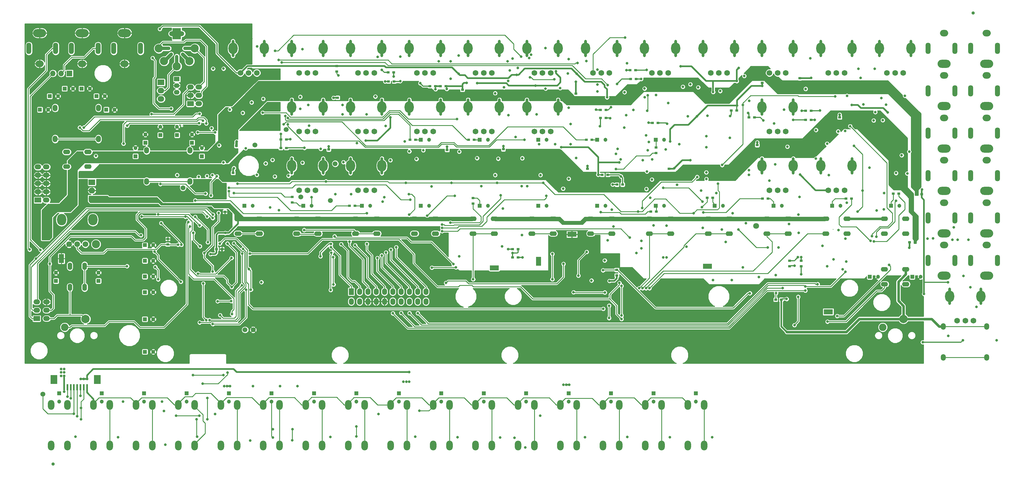
<source format=gtl>
G04 #@! TF.FileFunction,Copper,L1,Top,Signal*
%FSLAX46Y46*%
G04 Gerber Fmt 4.6, Leading zero omitted, Abs format (unit mm)*
G04 Created by KiCad (PCBNEW 4.0.2-stable) date 2019-10-29 5:42:37 PM*
%MOMM*%
G01*
G04 APERTURE LIST*
%ADD10C,0.100000*%
%ADD11O,1.000000X1.000000*%
%ADD12C,2.286000*%
%ADD13C,2.540000*%
%ADD14R,1.750000X1.350000*%
%ADD15O,1.750000X1.350000*%
%ADD16R,1.200000X1.200000*%
%ADD17C,1.200000*%
%ADD18R,2.000000X1.500000*%
%ADD19O,2.000000X1.500000*%
%ADD20R,1.600000X2.800000*%
%ADD21R,2.800000X1.600000*%
%ADD22R,0.900000X0.800000*%
%ADD23O,2.200000X1.400000*%
%ADD24O,2.250000X1.400000*%
%ADD25O,1.400000X2.200000*%
%ADD26O,1.400000X2.250000*%
%ADD27O,1.500000X2.000000*%
%ADD28C,1.500000*%
%ADD29O,2.800000X3.500000*%
%ADD30C,1.750000*%
%ADD31R,2.032000X1.727200*%
%ADD32O,2.032000X1.727200*%
%ADD33R,1.700000X1.700000*%
%ADD34O,1.700000X1.700000*%
%ADD35C,2.500000*%
%ADD36R,2.500000X3.500000*%
%ADD37O,4.600000X1.450000*%
%ADD38O,4.300000X1.100000*%
%ADD39O,1.100000X4.300000*%
%ADD40C,1.100000*%
%ADD41O,2.000000X1.750000*%
%ADD42R,2.000000X1.750000*%
%ADD43R,1.500000X2.000000*%
%ADD44C,1.800000*%
%ADD45O,4.000000X2.500000*%
%ADD46O,2.500000X2.000000*%
%ADD47O,1.500000X3.500000*%
%ADD48O,2.000000X3.000000*%
%ADD49R,0.600000X1.900000*%
%ADD50R,2.100000X2.800000*%
%ADD51O,0.800000X1.500000*%
%ADD52C,0.800000*%
%ADD53C,0.250000*%
%ADD54C,0.500000*%
%ADD55C,0.350000*%
%ADD56C,0.800000*%
%ADD57C,0.254000*%
G04 APERTURE END LIST*
D10*
D11*
X358900000Y-48150000D03*
X77150000Y-186400000D03*
D12*
X331190000Y-144460000D03*
D13*
X337540000Y-141920000D03*
D14*
X115000000Y-68400000D03*
D15*
X115000000Y-70400000D03*
X115000000Y-72400000D03*
D16*
X115070000Y-85570000D03*
D17*
X115070000Y-83030000D03*
D12*
X80690000Y-144460000D03*
D13*
X87040000Y-141920000D03*
D18*
X72500000Y-105500000D03*
D19*
X75040000Y-105500000D03*
X72500000Y-102960000D03*
X75040000Y-102960000D03*
X72500000Y-100420000D03*
X75040000Y-100420000D03*
X72500000Y-97880000D03*
X75040000Y-97880000D03*
X72500000Y-95340000D03*
X75040000Y-95340000D03*
D20*
X79650000Y-123400000D03*
D21*
X236000000Y-116000000D03*
X314500000Y-139750000D03*
D20*
X225750000Y-124250000D03*
D21*
X212250000Y-126250000D03*
X277500000Y-125750000D03*
D16*
X102340000Y-92060000D03*
D17*
X102340000Y-89520000D03*
D16*
X76080000Y-73635000D03*
D17*
X78620000Y-73635000D03*
D16*
X80655000Y-71305000D03*
D17*
X83195000Y-71305000D03*
D16*
X85800000Y-71305000D03*
D17*
X88340000Y-71305000D03*
D16*
X90375000Y-73635000D03*
D17*
X92915000Y-73635000D03*
D16*
X93395000Y-77790000D03*
D17*
X95935000Y-77790000D03*
D16*
X105360000Y-87905000D03*
D17*
X105360000Y-85365000D03*
D16*
X109935000Y-85570000D03*
D17*
X109935000Y-83030000D03*
D16*
X119645000Y-87905000D03*
D17*
X119645000Y-85365000D03*
D16*
X122665000Y-92060000D03*
D17*
X122665000Y-89520000D03*
D16*
X105230000Y-142000000D03*
D17*
X107770000Y-142000000D03*
D16*
X105230000Y-152000000D03*
D17*
X107770000Y-152000000D03*
D16*
X261730000Y-87000000D03*
D17*
X264270000Y-87000000D03*
D16*
X279730000Y-107250000D03*
D17*
X282270000Y-107250000D03*
D16*
X297730000Y-107250000D03*
D17*
X300270000Y-107250000D03*
D16*
X315730000Y-107250000D03*
D17*
X318270000Y-107250000D03*
D16*
X333730000Y-107250000D03*
D17*
X336270000Y-107250000D03*
D16*
X327230000Y-129000000D03*
D17*
X329770000Y-129000000D03*
D16*
X340230000Y-129000000D03*
D17*
X342770000Y-129000000D03*
D16*
X73070000Y-77790000D03*
D17*
X75610000Y-77790000D03*
D16*
X105230000Y-133700000D03*
D17*
X107770000Y-133700000D03*
D16*
X105230000Y-128900000D03*
D17*
X107770000Y-128900000D03*
D16*
X105230000Y-124100000D03*
D17*
X107770000Y-124100000D03*
D16*
X105230000Y-119300000D03*
D17*
X107770000Y-119300000D03*
D16*
X153730000Y-107250000D03*
D17*
X156270000Y-107250000D03*
D16*
X171730000Y-107250000D03*
D17*
X174270000Y-107250000D03*
D16*
X189730000Y-107250000D03*
D17*
X192270000Y-107250000D03*
D16*
X189730000Y-87000000D03*
D17*
X192270000Y-87000000D03*
D16*
X207730000Y-107250000D03*
D17*
X210270000Y-107250000D03*
D16*
X207730000Y-87000000D03*
D17*
X210270000Y-87000000D03*
D16*
X225730000Y-107250000D03*
D17*
X228270000Y-107250000D03*
D16*
X225730000Y-87000000D03*
D17*
X228270000Y-87000000D03*
D16*
X243730000Y-107250000D03*
D17*
X246270000Y-107250000D03*
D16*
X243730000Y-87000000D03*
D17*
X246270000Y-87000000D03*
D16*
X261730000Y-107250000D03*
D17*
X264270000Y-107250000D03*
D16*
X135730000Y-107250000D03*
D17*
X138270000Y-107250000D03*
D16*
X91000000Y-130270000D03*
D17*
X91000000Y-127730000D03*
D16*
X78000000Y-130270000D03*
D17*
X78000000Y-127730000D03*
D22*
X261850000Y-109000000D03*
X260150000Y-109000000D03*
X242100000Y-87000000D03*
X240400000Y-87000000D03*
X206100000Y-87000000D03*
X204400000Y-87000000D03*
X205750000Y-104900000D03*
X205750000Y-106600000D03*
X188100000Y-87000000D03*
X186400000Y-87000000D03*
X169550000Y-107250000D03*
X167850000Y-107250000D03*
X150350000Y-106250000D03*
X150350000Y-104550000D03*
X334400000Y-103500000D03*
X336100000Y-103500000D03*
X319900000Y-105000000D03*
X321600000Y-105000000D03*
X296100000Y-105000000D03*
X294400000Y-105000000D03*
X279100000Y-104750000D03*
X277400000Y-104750000D03*
X261750000Y-89400000D03*
X261750000Y-91100000D03*
X300100000Y-136000000D03*
X298400000Y-136000000D03*
X249750000Y-128600000D03*
X249750000Y-126900000D03*
X341450000Y-103650000D03*
X343150000Y-103650000D03*
X318000000Y-80150000D03*
X318000000Y-81850000D03*
X265750000Y-95900000D03*
X265750000Y-97600000D03*
X305800000Y-69850000D03*
X305800000Y-68150000D03*
X292750000Y-88650000D03*
X292750000Y-90350000D03*
X294250000Y-67900000D03*
X294250000Y-69600000D03*
X240750000Y-95900000D03*
X240750000Y-97600000D03*
X237250000Y-74600000D03*
X237250000Y-72900000D03*
X215000000Y-89900000D03*
X215000000Y-91600000D03*
X202500000Y-73350000D03*
X202500000Y-71650000D03*
X197800000Y-90150000D03*
X197800000Y-91850000D03*
X164250000Y-72400000D03*
X164250000Y-74100000D03*
X161500000Y-90000000D03*
X161500000Y-91700000D03*
X133250000Y-90600000D03*
X133250000Y-88900000D03*
X132250000Y-97150000D03*
X132250000Y-98850000D03*
X129750000Y-107400000D03*
X129750000Y-109100000D03*
X164000000Y-64400000D03*
X164000000Y-66100000D03*
X127150000Y-120500000D03*
X128850000Y-120500000D03*
X112250000Y-119100000D03*
X112250000Y-117400000D03*
D23*
X133750000Y-111250000D03*
X133750000Y-115750000D03*
D24*
X140250000Y-111250000D03*
X140250000Y-115750000D03*
D23*
X313750000Y-111250000D03*
X313750000Y-115750000D03*
D24*
X320250000Y-111250000D03*
X320250000Y-115750000D03*
D23*
X295750000Y-111250000D03*
X295750000Y-115750000D03*
D24*
X302250000Y-111250000D03*
X302250000Y-115750000D03*
D23*
X277750000Y-111250000D03*
X277750000Y-115750000D03*
D24*
X284250000Y-111250000D03*
X284250000Y-115750000D03*
D23*
X259750000Y-111250000D03*
X259750000Y-115750000D03*
D24*
X266250000Y-111250000D03*
X266250000Y-115750000D03*
D23*
X241750000Y-111250000D03*
X241750000Y-115750000D03*
D24*
X248250000Y-111250000D03*
X248250000Y-115750000D03*
D23*
X223750000Y-111250000D03*
X223750000Y-115750000D03*
D24*
X230250000Y-111250000D03*
X230250000Y-115750000D03*
D23*
X205750000Y-111250000D03*
X205750000Y-115750000D03*
D24*
X212250000Y-111250000D03*
X212250000Y-115750000D03*
D23*
X187750000Y-111250000D03*
X187750000Y-115750000D03*
D24*
X194250000Y-111250000D03*
X194250000Y-115750000D03*
D23*
X331750000Y-111250000D03*
X331750000Y-115750000D03*
D24*
X338250000Y-111250000D03*
X338250000Y-115750000D03*
D23*
X169750000Y-111250000D03*
X169750000Y-115750000D03*
D24*
X176250000Y-111250000D03*
X176250000Y-115750000D03*
D23*
X151750000Y-111250000D03*
X151750000Y-115750000D03*
D24*
X158250000Y-111250000D03*
X158250000Y-115750000D03*
D25*
X82250000Y-132250000D03*
X86750000Y-132250000D03*
D26*
X82250000Y-125750000D03*
X86750000Y-125750000D03*
D23*
X81250000Y-90750000D03*
X81250000Y-95250000D03*
D24*
X87750000Y-90750000D03*
X87750000Y-95250000D03*
D23*
X331750000Y-126750000D03*
X331750000Y-131250000D03*
D24*
X338250000Y-126750000D03*
X338250000Y-131250000D03*
D27*
X349750000Y-144250000D03*
X363000000Y-144250000D03*
X349750000Y-153750000D03*
X363000000Y-153750000D03*
X77750000Y-77250000D03*
X91000000Y-77250000D03*
X77750000Y-86750000D03*
X91000000Y-86750000D03*
X105750000Y-90250000D03*
X119000000Y-90250000D03*
X105750000Y-99750000D03*
X119000000Y-99750000D03*
D28*
X116900000Y-101700000D03*
D29*
X89300000Y-111500000D03*
X79700000Y-111500000D03*
D30*
X87000000Y-119000000D03*
X84500000Y-119000000D03*
X82000000Y-119000000D03*
D31*
X110150000Y-69400000D03*
D32*
X110150000Y-71940000D03*
X110150000Y-74480000D03*
D18*
X119180000Y-75940000D03*
D19*
X121720000Y-75940000D03*
X119180000Y-73400000D03*
X121720000Y-73400000D03*
X119180000Y-70860000D03*
X121720000Y-70860000D03*
D33*
X82150000Y-66650000D03*
D34*
X79610000Y-66650000D03*
X77070000Y-66650000D03*
D28*
X135900000Y-145250000D03*
X138400000Y-145250000D03*
D35*
X109500000Y-59000000D03*
X120500000Y-59000000D03*
X115000000Y-64500000D03*
D36*
X115000000Y-54500000D03*
D35*
X111110000Y-62890000D03*
X118890000Y-62890000D03*
D37*
X115000000Y-54500000D03*
D38*
X110900000Y-59000000D03*
X119100000Y-59000000D03*
D39*
X115000000Y-63100000D03*
D40*
X110968629Y-63031371D02*
X113231371Y-60768629D01*
X116768629Y-60768629D02*
X119031371Y-63031371D01*
D41*
X89000000Y-102550000D03*
D42*
X89000000Y-100010000D03*
D41*
X89000000Y-105090000D03*
D28*
X162000000Y-105600000D03*
X163500000Y-94350000D03*
X148500000Y-83850000D03*
X138900000Y-88650000D03*
X153000000Y-104550000D03*
D27*
X191290000Y-136600000D03*
X191290000Y-133560000D03*
X188750000Y-133560000D03*
X188750000Y-136600000D03*
X186210000Y-136600000D03*
X186210000Y-133560000D03*
X183670000Y-133560000D03*
X183670000Y-136600000D03*
X181130000Y-136600000D03*
X181130000Y-133560000D03*
X178590000Y-133560000D03*
X178590000Y-136600000D03*
X176050000Y-136600000D03*
X176050000Y-133560000D03*
D43*
X168430000Y-133560000D03*
D27*
X168430000Y-136600000D03*
X170970000Y-133560000D03*
X170970000Y-136600000D03*
X173510000Y-133560000D03*
X173510000Y-136600000D03*
D18*
X72080000Y-141790000D03*
D19*
X75120000Y-141790000D03*
X72080000Y-139250000D03*
X75120000Y-139250000D03*
X72080000Y-136710000D03*
X75120000Y-136710000D03*
D44*
X292400000Y-113400000D03*
D35*
X90250000Y-119000000D03*
D22*
X339400000Y-118400000D03*
X341100000Y-118400000D03*
X148550000Y-89550000D03*
X146850000Y-89550000D03*
X146850000Y-86950000D03*
X148550000Y-86950000D03*
X181550000Y-69150000D03*
X179850000Y-69150000D03*
X181450000Y-66350000D03*
X179750000Y-66350000D03*
X192550000Y-70550000D03*
X194250000Y-70550000D03*
X195750000Y-70550000D03*
X197450000Y-70550000D03*
X219500000Y-123100000D03*
X217800000Y-123100000D03*
X247000000Y-97750000D03*
X245300000Y-97750000D03*
X246449100Y-80350000D03*
X244749100Y-80350000D03*
X246450000Y-77850000D03*
X244750000Y-77850000D03*
X290200000Y-80150000D03*
X291900000Y-80150000D03*
X284800000Y-78000000D03*
X286500000Y-78000000D03*
X260700000Y-81800000D03*
X262400000Y-81800000D03*
X306250000Y-125750000D03*
X306250000Y-124050000D03*
X307550000Y-78150000D03*
X309250000Y-78150000D03*
X307550000Y-80950000D03*
X309250000Y-80950000D03*
X249800000Y-100750000D03*
X251500000Y-100750000D03*
X255500000Y-65650000D03*
X253800000Y-65650000D03*
X255650000Y-68400000D03*
X253950000Y-68400000D03*
X219500000Y-120500000D03*
X217800000Y-120500000D03*
X302700000Y-125800000D03*
X302700000Y-124100000D03*
D45*
X350000000Y-63700000D03*
D46*
X350000000Y-54300000D03*
D47*
X345100000Y-59000000D03*
X353300000Y-59000000D03*
D45*
X86000000Y-54300000D03*
D46*
X86000000Y-63700000D03*
D47*
X90900000Y-59000000D03*
X82700000Y-59000000D03*
D45*
X73000000Y-54300000D03*
D46*
X73000000Y-63700000D03*
D47*
X77900000Y-59000000D03*
X69700000Y-59000000D03*
D45*
X99000000Y-54300000D03*
D46*
X99000000Y-63700000D03*
D47*
X103900000Y-59000000D03*
X95700000Y-59000000D03*
D45*
X363000000Y-128700000D03*
D46*
X363000000Y-119300000D03*
D47*
X358100000Y-124000000D03*
X366300000Y-124000000D03*
D45*
X363000000Y-102700000D03*
D46*
X363000000Y-93300000D03*
D47*
X358100000Y-98000000D03*
X366300000Y-98000000D03*
D45*
X350000000Y-128700000D03*
D46*
X350000000Y-119300000D03*
D47*
X345100000Y-124000000D03*
X353300000Y-124000000D03*
D45*
X363000000Y-115700000D03*
D46*
X363000000Y-106300000D03*
D47*
X358100000Y-111000000D03*
X366300000Y-111000000D03*
D45*
X350000000Y-102700000D03*
D46*
X350000000Y-93300000D03*
D47*
X345100000Y-98000000D03*
X353300000Y-98000000D03*
D45*
X363000000Y-89700000D03*
D46*
X363000000Y-80300000D03*
D47*
X358100000Y-85000000D03*
X366300000Y-85000000D03*
D45*
X350000000Y-89700000D03*
D46*
X350000000Y-80300000D03*
D47*
X345100000Y-85000000D03*
X353300000Y-85000000D03*
D45*
X363000000Y-76700000D03*
D46*
X363000000Y-67300000D03*
D47*
X358100000Y-72000000D03*
X366300000Y-72000000D03*
D45*
X363000000Y-63700000D03*
D46*
X363000000Y-54300000D03*
D47*
X358100000Y-59000000D03*
X366300000Y-59000000D03*
D45*
X350000000Y-115700000D03*
D46*
X350000000Y-106300000D03*
D47*
X345100000Y-111000000D03*
X353300000Y-111000000D03*
D45*
X350000000Y-76700000D03*
D46*
X350000000Y-67300000D03*
D47*
X345100000Y-72000000D03*
X353300000Y-72000000D03*
D48*
X107500000Y-180750000D03*
X107500000Y-168250000D03*
X102500000Y-180750000D03*
X102500000Y-168250000D03*
D16*
X92000000Y-164730000D03*
D17*
X92000000Y-167270000D03*
D16*
X105000000Y-164730000D03*
D17*
X105000000Y-167270000D03*
D16*
X118000000Y-164730000D03*
D17*
X118000000Y-167270000D03*
D16*
X131000000Y-164730000D03*
D17*
X131000000Y-167270000D03*
D16*
X144000000Y-164730000D03*
D17*
X144000000Y-167270000D03*
D16*
X157000000Y-164730000D03*
D17*
X157000000Y-167270000D03*
D16*
X170000000Y-164730000D03*
D17*
X170000000Y-167270000D03*
D16*
X196000000Y-164730000D03*
D17*
X196000000Y-167270000D03*
D16*
X209000000Y-164730000D03*
D17*
X209000000Y-167270000D03*
D16*
X222000000Y-164730000D03*
D17*
X222000000Y-167270000D03*
D16*
X235000000Y-164730000D03*
D17*
X235000000Y-167270000D03*
D16*
X248000000Y-164730000D03*
D17*
X248000000Y-167270000D03*
D16*
X261000000Y-164730000D03*
D17*
X261000000Y-167270000D03*
D16*
X274000000Y-164730000D03*
D17*
X274000000Y-167270000D03*
D16*
X79000000Y-164730000D03*
D17*
X79000000Y-167270000D03*
D16*
X183000000Y-164730000D03*
D17*
X183000000Y-167270000D03*
D48*
X276500000Y-180750000D03*
X276500000Y-168250000D03*
X271500000Y-180750000D03*
X271500000Y-168250000D03*
X263500000Y-180750000D03*
X263500000Y-168250000D03*
X258500000Y-180750000D03*
X258500000Y-168250000D03*
X250500000Y-180750000D03*
X250500000Y-168250000D03*
X245500000Y-180750000D03*
X245500000Y-168250000D03*
X237500000Y-180750000D03*
X237500000Y-168250000D03*
X232500000Y-180750000D03*
X232500000Y-168250000D03*
X224500000Y-180750000D03*
X224500000Y-168250000D03*
X219500000Y-180750000D03*
X219500000Y-168250000D03*
X211500000Y-180750000D03*
X211500000Y-168250000D03*
X206500000Y-180750000D03*
X206500000Y-168250000D03*
X198500000Y-180750000D03*
X198500000Y-168250000D03*
X193500000Y-180750000D03*
X193500000Y-168250000D03*
X185500000Y-180750000D03*
X185500000Y-168250000D03*
X180500000Y-180750000D03*
X180500000Y-168250000D03*
X172500000Y-180750000D03*
X172500000Y-168250000D03*
X167500000Y-180750000D03*
X167500000Y-168250000D03*
X159500000Y-180750000D03*
X159500000Y-168250000D03*
X154500000Y-180750000D03*
X154500000Y-168250000D03*
X146500000Y-180750000D03*
X146500000Y-168250000D03*
X141500000Y-180750000D03*
X141500000Y-168250000D03*
X133500000Y-180750000D03*
X133500000Y-168250000D03*
X128500000Y-180750000D03*
X128500000Y-168250000D03*
X120500000Y-180750000D03*
X120500000Y-168250000D03*
X115500000Y-180750000D03*
X115500000Y-168250000D03*
X94500000Y-180750000D03*
X94500000Y-168250000D03*
X89500000Y-180750000D03*
X89500000Y-168250000D03*
X81500000Y-180750000D03*
X81500000Y-168250000D03*
X76500000Y-180750000D03*
X76500000Y-168250000D03*
D49*
X80500000Y-162850000D03*
X81500000Y-162850000D03*
X82500000Y-162850000D03*
X83500000Y-162850000D03*
X84500000Y-162850000D03*
X85500000Y-162850000D03*
X86500000Y-162850000D03*
X87500000Y-162850000D03*
D50*
X77350000Y-160500000D03*
X90650000Y-160500000D03*
D28*
X74000000Y-165000000D03*
D29*
X141800000Y-59000000D03*
X132200000Y-59000000D03*
D30*
X139500000Y-66500000D03*
X137000000Y-66500000D03*
X134500000Y-66500000D03*
D51*
X141800000Y-57100000D03*
X141800000Y-60900000D03*
X132200000Y-57100000D03*
X132200000Y-60900000D03*
D29*
X321800000Y-59000000D03*
X312200000Y-59000000D03*
D30*
X319500000Y-66500000D03*
X317000000Y-66500000D03*
X314500000Y-66500000D03*
D51*
X321800000Y-57100000D03*
X321800000Y-60900000D03*
X312200000Y-57100000D03*
X312200000Y-60900000D03*
D29*
X303800000Y-77000000D03*
X294200000Y-77000000D03*
D30*
X301500000Y-84500000D03*
X299000000Y-84500000D03*
X296500000Y-84500000D03*
D51*
X303800000Y-75100000D03*
X303800000Y-78900000D03*
X294200000Y-75100000D03*
X294200000Y-78900000D03*
D29*
X361300000Y-135000000D03*
X351700000Y-135000000D03*
D30*
X359000000Y-142500000D03*
X356500000Y-142500000D03*
X354000000Y-142500000D03*
D51*
X361300000Y-133100000D03*
X361300000Y-136900000D03*
X351700000Y-133100000D03*
X351700000Y-136900000D03*
D29*
X303800000Y-95000000D03*
X294200000Y-95000000D03*
D30*
X301500000Y-102500000D03*
X299000000Y-102500000D03*
X296500000Y-102500000D03*
D51*
X303800000Y-93100000D03*
X303800000Y-96900000D03*
X294200000Y-93100000D03*
X294200000Y-96900000D03*
D29*
X321800000Y-95000000D03*
X312200000Y-95000000D03*
D30*
X319500000Y-102500000D03*
X317000000Y-102500000D03*
X314500000Y-102500000D03*
D51*
X321800000Y-93100000D03*
X321800000Y-96900000D03*
X312200000Y-93100000D03*
X312200000Y-96900000D03*
D29*
X159800000Y-59000000D03*
X150200000Y-59000000D03*
D30*
X157500000Y-66500000D03*
X155000000Y-66500000D03*
X152500000Y-66500000D03*
D51*
X159800000Y-57100000D03*
X159800000Y-60900000D03*
X150200000Y-57100000D03*
X150200000Y-60900000D03*
D29*
X159800000Y-77000000D03*
X150200000Y-77000000D03*
D30*
X157500000Y-84500000D03*
X155000000Y-84500000D03*
X152500000Y-84500000D03*
D51*
X159800000Y-75100000D03*
X159800000Y-78900000D03*
X150200000Y-75100000D03*
X150200000Y-78900000D03*
D29*
X285800000Y-59000000D03*
X276200000Y-59000000D03*
D30*
X283500000Y-66500000D03*
X281000000Y-66500000D03*
X278500000Y-66500000D03*
D51*
X285800000Y-57100000D03*
X285800000Y-60900000D03*
X276200000Y-57100000D03*
X276200000Y-60900000D03*
D29*
X159800000Y-95000000D03*
X150200000Y-95000000D03*
D30*
X157500000Y-102500000D03*
X155000000Y-102500000D03*
X152500000Y-102500000D03*
D51*
X159800000Y-93100000D03*
X159800000Y-96900000D03*
X150200000Y-93100000D03*
X150200000Y-96900000D03*
D29*
X303800000Y-59000000D03*
X294200000Y-59000000D03*
D30*
X301500000Y-66500000D03*
X299000000Y-66500000D03*
X296500000Y-66500000D03*
D51*
X303800000Y-57100000D03*
X303800000Y-60900000D03*
X294200000Y-57100000D03*
X294200000Y-60900000D03*
D29*
X177800000Y-77000000D03*
X168200000Y-77000000D03*
D30*
X175500000Y-84500000D03*
X173000000Y-84500000D03*
X170500000Y-84500000D03*
D51*
X177800000Y-75100000D03*
X177800000Y-78900000D03*
X168200000Y-75100000D03*
X168200000Y-78900000D03*
D29*
X339800000Y-59000000D03*
X330200000Y-59000000D03*
D30*
X337500000Y-66500000D03*
X335000000Y-66500000D03*
X332500000Y-66500000D03*
D51*
X339800000Y-57100000D03*
X339800000Y-60900000D03*
X330200000Y-57100000D03*
X330200000Y-60900000D03*
D29*
X177800000Y-95000000D03*
X168200000Y-95000000D03*
D30*
X175500000Y-102500000D03*
X173000000Y-102500000D03*
X170500000Y-102500000D03*
D51*
X177800000Y-93100000D03*
X177800000Y-96900000D03*
X168200000Y-93100000D03*
X168200000Y-96900000D03*
D29*
X195800000Y-59000000D03*
X186200000Y-59000000D03*
D30*
X193500000Y-66500000D03*
X191000000Y-66500000D03*
X188500000Y-66500000D03*
D51*
X195800000Y-57100000D03*
X195800000Y-60900000D03*
X186200000Y-57100000D03*
X186200000Y-60900000D03*
D29*
X195800000Y-77000000D03*
X186200000Y-77000000D03*
D30*
X193500000Y-84500000D03*
X191000000Y-84500000D03*
X188500000Y-84500000D03*
D51*
X195800000Y-75100000D03*
X195800000Y-78900000D03*
X186200000Y-75100000D03*
X186200000Y-78900000D03*
D29*
X213800000Y-59000000D03*
X204200000Y-59000000D03*
D30*
X211500000Y-66500000D03*
X209000000Y-66500000D03*
X206500000Y-66500000D03*
D51*
X213800000Y-57100000D03*
X213800000Y-60900000D03*
X204200000Y-57100000D03*
X204200000Y-60900000D03*
D29*
X213800000Y-77000000D03*
X204200000Y-77000000D03*
D30*
X211500000Y-84500000D03*
X209000000Y-84500000D03*
X206500000Y-84500000D03*
D51*
X213800000Y-75100000D03*
X213800000Y-78900000D03*
X204200000Y-75100000D03*
X204200000Y-78900000D03*
D29*
X231800000Y-59000000D03*
X222200000Y-59000000D03*
D30*
X229500000Y-66500000D03*
X227000000Y-66500000D03*
X224500000Y-66500000D03*
D51*
X231800000Y-57100000D03*
X231800000Y-60900000D03*
X222200000Y-57100000D03*
X222200000Y-60900000D03*
D29*
X231800000Y-77000000D03*
X222200000Y-77000000D03*
D30*
X229500000Y-84500000D03*
X227000000Y-84500000D03*
X224500000Y-84500000D03*
D51*
X231800000Y-75100000D03*
X231800000Y-78900000D03*
X222200000Y-75100000D03*
X222200000Y-78900000D03*
D29*
X249800000Y-59000000D03*
X240200000Y-59000000D03*
D30*
X247500000Y-66500000D03*
X245000000Y-66500000D03*
X242500000Y-66500000D03*
D51*
X249800000Y-57100000D03*
X249800000Y-60900000D03*
X240200000Y-57100000D03*
X240200000Y-60900000D03*
D29*
X267800000Y-59000000D03*
X258200000Y-59000000D03*
D30*
X265500000Y-66500000D03*
X263000000Y-66500000D03*
X260500000Y-66500000D03*
D51*
X267800000Y-57100000D03*
X267800000Y-60900000D03*
X258200000Y-57100000D03*
X258200000Y-60900000D03*
D29*
X177800000Y-59000000D03*
X168200000Y-59000000D03*
D30*
X175500000Y-66500000D03*
X173000000Y-66500000D03*
X170500000Y-66500000D03*
D51*
X177800000Y-57100000D03*
X177800000Y-60900000D03*
X168200000Y-57100000D03*
X168200000Y-60900000D03*
D52*
X152800000Y-77550000D03*
X125650000Y-83450000D03*
X145000004Y-76100000D03*
X141600000Y-77100000D03*
X143150000Y-83600000D03*
X144000000Y-83600000D03*
X144850000Y-83600000D03*
X96650000Y-103650000D03*
X96650002Y-102750000D03*
X96650000Y-101850000D03*
X94500000Y-103650000D03*
X94500000Y-102750000D03*
X95400000Y-103650000D03*
X95400000Y-102750000D03*
X96650000Y-99950000D03*
X96650000Y-100900000D03*
X72799994Y-86950000D03*
X71900000Y-86950000D03*
X71000000Y-86950000D03*
X117100000Y-103350000D03*
X80100000Y-94050000D03*
X80450000Y-103450008D03*
X215250000Y-70950000D03*
X227950000Y-71300000D03*
X194250000Y-71500000D03*
X129800000Y-100750002D03*
X90200000Y-91949980D03*
X152000000Y-162550000D03*
X146600000Y-162550000D03*
X138300000Y-162550000D03*
X106300000Y-76750000D03*
X257070000Y-135810000D03*
X334350000Y-129650000D03*
X335450000Y-138250004D03*
X281900000Y-114500000D03*
X283150000Y-118300000D03*
X302500000Y-112850000D03*
X320185319Y-106274980D03*
X255750000Y-121750000D03*
X257250000Y-120250000D03*
X271050000Y-119750000D03*
X264950004Y-123100000D03*
X264000000Y-123100000D03*
X316150000Y-123700000D03*
X320000000Y-124300000D03*
X319750000Y-117350000D03*
X285250000Y-109550000D03*
X289300000Y-112600000D03*
X248700000Y-113550000D03*
X220600000Y-101250000D03*
X168350000Y-103650000D03*
X163550000Y-103650000D03*
X240800000Y-130150000D03*
X280250000Y-103350000D03*
X145949998Y-116000000D03*
X120850000Y-114200000D03*
X110800000Y-104650000D03*
X179000000Y-82800000D03*
X359900000Y-138250000D03*
X217800000Y-121750000D03*
X303800000Y-80900000D03*
X311950000Y-77994598D03*
X244550000Y-82871525D03*
X181450000Y-67650000D03*
X178800000Y-69150000D03*
X146850000Y-85250000D03*
X146250000Y-108600000D03*
X165750000Y-76300000D03*
X131250000Y-71375000D03*
X137800000Y-55975000D03*
X176525000Y-61600000D03*
X190500000Y-90200000D03*
X206950000Y-92625000D03*
X218750000Y-86175000D03*
X220775000Y-92650000D03*
X226000000Y-88350000D03*
X230879812Y-88355325D03*
X339750000Y-152150000D03*
X259550020Y-87650000D03*
X243800000Y-72150020D03*
X235650000Y-82200000D03*
X247964175Y-77011730D03*
X217800000Y-62099980D03*
X72800000Y-113750000D03*
X71950000Y-113750000D03*
X71100000Y-113750000D03*
X277150000Y-96975000D03*
X225200000Y-79175000D03*
X216600000Y-79500000D03*
X181150000Y-116000000D03*
X188400000Y-92875020D03*
X127950000Y-88725000D03*
X129300000Y-59200000D03*
X125100000Y-60575000D03*
X129300000Y-93950000D03*
X127800000Y-77950000D03*
X306109265Y-130274980D03*
X301500000Y-130000000D03*
X296250000Y-130000000D03*
X267550000Y-130500000D03*
X293250000Y-129100000D03*
X219400000Y-65025020D03*
X195200000Y-62924980D03*
X113650000Y-117400000D03*
X143600000Y-107750000D03*
X275550000Y-102550000D03*
X268196978Y-100800000D03*
X233300000Y-102000000D03*
X222300000Y-101250000D03*
X240450000Y-62850000D03*
X213450000Y-92800000D03*
X252900000Y-63550000D03*
X164900000Y-120650000D03*
X71150000Y-108400000D03*
X139300000Y-128900000D03*
X119750000Y-144050000D03*
X118750000Y-144050000D03*
X117750000Y-144050000D03*
X117750000Y-145000000D03*
X118750000Y-145000000D03*
X129150000Y-116650000D03*
X166000000Y-93850000D03*
X153500000Y-94050000D03*
X259000000Y-96750000D03*
X260500000Y-99200522D03*
X136100000Y-89650000D03*
X190900000Y-117550000D03*
X195300000Y-121850000D03*
X192600000Y-121850000D03*
X257700000Y-146750000D03*
X168625020Y-123750000D03*
X168625020Y-127000000D03*
X164800000Y-115850000D03*
X135300002Y-138250000D03*
X142900000Y-137250000D03*
X141900000Y-137250000D03*
X140900000Y-137250000D03*
X140900000Y-141450000D03*
X141900000Y-141450000D03*
X142900000Y-141450000D03*
X142900000Y-140450000D03*
X141900000Y-140450000D03*
X140900000Y-140450000D03*
X138200000Y-136750000D03*
X142100000Y-67450000D03*
X136000000Y-68250000D03*
X152800000Y-73850000D03*
X135200000Y-78750000D03*
X104950000Y-69900000D03*
X240250000Y-137700000D03*
X240250000Y-139850000D03*
X296000000Y-140100000D03*
X303850000Y-141300000D03*
X116100000Y-113000000D03*
X117250000Y-111800000D03*
X168550000Y-129150000D03*
X338200000Y-136250000D03*
X314200000Y-125750000D03*
X339300000Y-90650000D03*
X331500000Y-108350000D03*
X314700000Y-97850000D03*
X290321544Y-75050000D03*
X237300000Y-92550000D03*
X235000000Y-98950000D03*
X235000000Y-77150000D03*
X201500000Y-90650000D03*
X294600000Y-81050000D03*
X201300000Y-61150000D03*
X173100000Y-79250000D03*
X164500000Y-67250000D03*
X338000000Y-73500000D03*
X309000000Y-62000000D03*
X310750000Y-84000000D03*
X260000000Y-104750000D03*
X296500000Y-99500000D03*
X327100000Y-95550000D03*
X132200000Y-128750000D03*
X119750000Y-145000000D03*
X223500000Y-60950000D03*
X258900000Y-65550000D03*
X214850000Y-108100000D03*
X208250000Y-101250000D03*
X220750000Y-116250000D03*
X183500000Y-61500000D03*
X320250000Y-73500000D03*
X251000000Y-98225020D03*
X235000000Y-62250000D03*
X113025485Y-122000001D03*
X121700000Y-124150000D03*
X313100000Y-144350000D03*
X307900000Y-136550000D03*
X281400000Y-72050000D03*
X231800000Y-121950000D03*
X247000000Y-117850000D03*
X326100000Y-146350000D03*
X139500000Y-97750000D03*
X178000000Y-106000000D03*
X257250000Y-118000000D03*
X305700000Y-104550000D03*
X248200000Y-108450000D03*
X180400000Y-93250000D03*
X184800000Y-87550000D03*
X186200000Y-90550000D03*
X366100000Y-148450000D03*
X351300000Y-147150000D03*
X111000000Y-123150000D03*
X129400000Y-122650006D03*
X201500000Y-122750000D03*
X285000000Y-130024980D03*
X279200000Y-130024980D03*
X298400000Y-128450000D03*
X306250000Y-128274980D03*
X305400000Y-109950000D03*
X87750000Y-79000000D03*
X142200000Y-94250000D03*
X129350000Y-130350000D03*
X284400000Y-86450000D03*
X254850000Y-77900000D03*
X310750000Y-92800000D03*
X264750000Y-90000000D03*
X117700000Y-103949998D03*
X156250000Y-104650000D03*
X265000000Y-113300000D03*
X93200000Y-84600000D03*
X258800000Y-102100000D03*
X317650000Y-114650000D03*
X290250000Y-96350000D03*
X110800000Y-105500000D03*
X257750000Y-93250000D03*
X265500000Y-75750000D03*
X338700000Y-97350000D03*
X268900000Y-88400000D03*
X328750000Y-65250000D03*
X323750002Y-65250000D03*
X272250000Y-70000020D03*
X249499998Y-91300000D03*
X249986370Y-89799978D03*
X235600000Y-88400000D03*
X129350000Y-118800000D03*
X129849998Y-113300000D03*
X122800000Y-117350000D03*
X299250000Y-120000000D03*
X243800000Y-65500001D03*
X312749998Y-119500002D03*
X144300000Y-93200000D03*
X132250000Y-126500000D03*
X216500000Y-69000000D03*
X217000000Y-65750000D03*
X145000000Y-98250000D03*
X155500000Y-82700000D03*
X249100000Y-122800000D03*
X129800000Y-110200000D03*
X288400000Y-126100000D03*
X244400000Y-132600000D03*
X250100000Y-135800000D03*
X284500000Y-79700000D03*
X301000000Y-77750000D03*
X274671518Y-70900000D03*
X331200000Y-81000000D03*
X198900000Y-68300000D03*
X249800000Y-69900000D03*
X317537333Y-84437333D03*
X319700000Y-84300000D03*
X159100000Y-89800000D03*
X332250000Y-76250000D03*
X234800000Y-66700000D03*
X145700000Y-83600000D03*
X328400000Y-81100000D03*
X307600000Y-71400000D03*
X193000000Y-101300000D03*
X305250000Y-123000000D03*
X153500000Y-59250000D03*
X277200000Y-85900000D03*
X277200000Y-89300000D03*
X277500000Y-79600000D03*
X271499945Y-79800000D03*
X265200000Y-82100000D03*
X227900000Y-58900000D03*
X252100000Y-72400000D03*
X79600000Y-159400000D03*
X79600000Y-158300000D03*
X184350000Y-161200000D03*
X185300000Y-161200000D03*
X80500000Y-164250000D03*
X111500000Y-180500000D03*
X111050000Y-170150000D03*
X186200000Y-161200000D03*
X235200000Y-162100000D03*
X234300000Y-162100000D03*
X131300000Y-162500000D03*
X130400000Y-162500000D03*
X80500000Y-157300000D03*
X80500000Y-158300000D03*
X79600000Y-157300000D03*
X80500000Y-159400000D03*
X188000000Y-178000000D03*
X279000000Y-178200000D03*
X266000000Y-178200000D03*
X97000000Y-178200000D03*
X129500000Y-162500000D03*
X233400000Y-162100000D03*
X176800000Y-171100000D03*
X218400000Y-178400000D03*
X226300000Y-171600000D03*
X126700000Y-171100000D03*
X144400000Y-175700000D03*
X150400000Y-175700000D03*
X150350900Y-179149100D03*
X144400000Y-178300000D03*
X84000000Y-178000000D03*
X221700000Y-181300000D03*
X170000000Y-174900000D03*
X137500000Y-179200000D03*
X170000000Y-177900000D03*
X162000000Y-178100000D03*
X201000000Y-178200000D03*
X214000000Y-178300000D03*
X240000000Y-178200000D03*
X253000000Y-178100000D03*
X110500000Y-167300000D03*
X98500000Y-167300000D03*
X263999990Y-101750000D03*
X275999990Y-106000000D03*
X252300000Y-55650000D03*
X75200000Y-107749992D03*
X74200000Y-109550000D03*
X74200000Y-115250000D03*
X74200000Y-114349990D03*
X74199992Y-113450000D03*
X76200000Y-107750000D03*
X76200000Y-108650000D03*
X75200000Y-108650000D03*
X76200000Y-109550000D03*
X75200000Y-109550000D03*
X76200000Y-113450000D03*
X75200000Y-113450000D03*
X75200000Y-114350000D03*
X76200000Y-114350000D03*
X76200000Y-115250000D03*
X75200000Y-115250000D03*
X111400000Y-106749992D03*
X109800000Y-53050000D03*
X141450000Y-74450000D03*
X137900000Y-75550000D03*
X246750000Y-74000000D03*
X140900000Y-130650000D03*
X242000000Y-130150000D03*
X247500000Y-130250000D03*
X301800000Y-145950000D03*
X125323185Y-122030596D03*
X124250000Y-106750000D03*
X159000000Y-122750000D03*
X237500000Y-66800000D03*
X219100000Y-67100000D03*
X201300000Y-66800000D03*
X110525086Y-106749992D03*
X301773507Y-135799980D03*
X128250000Y-107374989D03*
X162200000Y-118900000D03*
X129830795Y-115578131D03*
X186200000Y-158200000D03*
X86500000Y-160350000D03*
X87500000Y-160350000D03*
X85600000Y-160350000D03*
X189300000Y-170100000D03*
X173200002Y-118900000D03*
X173200000Y-109550000D03*
X120661700Y-105600000D03*
X137679374Y-132950000D03*
X136229353Y-133011258D03*
X290500000Y-134050000D03*
X126000000Y-143500000D03*
X245500000Y-126999996D03*
X137100000Y-126650000D03*
X199725020Y-125100000D03*
X99800000Y-82700000D03*
X121800000Y-81900000D03*
X120637667Y-110612333D03*
X298500000Y-134000020D03*
X124500000Y-118400000D03*
X128200000Y-118800000D03*
X163300000Y-116600000D03*
X118500000Y-112250000D03*
X131900000Y-140450000D03*
X118999994Y-113600000D03*
X76100000Y-125000000D03*
X124300000Y-110500000D03*
X71900002Y-123450000D03*
X126055877Y-109930543D03*
X126000000Y-111000000D03*
X135300000Y-120474978D03*
X245600000Y-138800000D03*
X251200000Y-140885064D03*
X134912773Y-131593090D03*
X163000000Y-131350000D03*
X128250000Y-140750000D03*
X304150649Y-143799980D03*
X123410651Y-121736110D03*
X124000000Y-82000000D03*
X85300020Y-83250000D03*
X127800000Y-109400000D03*
X126000000Y-127399996D03*
X305300000Y-135149980D03*
X162900000Y-123000000D03*
X251200000Y-131799980D03*
X123410651Y-121736110D03*
X251200000Y-141950000D03*
X125000000Y-142250000D03*
X120050000Y-115549998D03*
X137400044Y-121900000D03*
X135050000Y-121925000D03*
X122050000Y-119650000D03*
X250541805Y-130900863D03*
X131800002Y-132150000D03*
X104250000Y-110500000D03*
X236500000Y-133750000D03*
X98667876Y-88167882D03*
X130500000Y-118800000D03*
X117633766Y-110575031D03*
X123000000Y-81200000D03*
X162320487Y-121650020D03*
X246075000Y-133800000D03*
X162100000Y-133050000D03*
X104000000Y-116250000D03*
X107300000Y-79150000D03*
X353000000Y-113850000D03*
X354150000Y-117650001D03*
X352499998Y-117650000D03*
X357450000Y-117650000D03*
X346600000Y-117250000D03*
X344950000Y-117300000D03*
X325000000Y-102600004D03*
X288399998Y-76350000D03*
X316599886Y-73750000D03*
X282000000Y-94750000D03*
X322400000Y-88900000D03*
X323500000Y-108999996D03*
X167900000Y-118250000D03*
X280750000Y-100500000D03*
X133600000Y-100450002D03*
X273250000Y-109500000D03*
X227249984Y-100250000D03*
X256250000Y-109000000D03*
X185175031Y-100250000D03*
X213100000Y-100250000D03*
X199100000Y-100250000D03*
X160700000Y-99750000D03*
X188800000Y-140150000D03*
X329253825Y-116741712D03*
X311250000Y-131250000D03*
X335299996Y-105750000D03*
X321213719Y-82825020D03*
X181150000Y-140200000D03*
X327939090Y-116574980D03*
X307500000Y-133250000D03*
X186250002Y-140150000D03*
X319750000Y-127465017D03*
X307500000Y-132000000D03*
X183700000Y-140100000D03*
X300537998Y-132500000D03*
X296000000Y-120000000D03*
X286999986Y-114500000D03*
X176449996Y-123250000D03*
X253749998Y-117000000D03*
X196250000Y-115000000D03*
X162200000Y-119900000D03*
X165350000Y-119000000D03*
X169600004Y-119350000D03*
X182200000Y-119950000D03*
X186200000Y-109975020D03*
X186100000Y-103700000D03*
X180550000Y-120700000D03*
X200100000Y-104200000D03*
X191677058Y-110249980D03*
X179050000Y-121550000D03*
X214200001Y-104000000D03*
X196250000Y-113000000D03*
X230600000Y-68500000D03*
X223200000Y-67874980D03*
X177750000Y-122450000D03*
X228200000Y-104200000D03*
X196250000Y-114000000D03*
X99750000Y-125750000D03*
X121500000Y-128025031D03*
X131750000Y-123250000D03*
X154000000Y-114650002D03*
X333150000Y-125400000D03*
X317250006Y-141000000D03*
X314250000Y-142750000D03*
X205750000Y-129749990D03*
X230000000Y-129750000D03*
X230000000Y-122000000D03*
X238000002Y-128650000D03*
X240500000Y-121400000D03*
X256600000Y-132500000D03*
X257650000Y-132500000D03*
X258700000Y-132500000D03*
X259750000Y-132500000D03*
X109987333Y-100587333D03*
X123800000Y-103500000D03*
X124235578Y-98075020D03*
X115100000Y-97800000D03*
X121400000Y-84700000D03*
X126750000Y-84750000D03*
X121700000Y-98350000D03*
X125900000Y-97850000D03*
X249500000Y-96000000D03*
X275800000Y-107650000D03*
X276250000Y-109250002D03*
X327462612Y-118025020D03*
X328477572Y-118125020D03*
X109271439Y-129793987D03*
X108400000Y-126000000D03*
X116250000Y-130500000D03*
X108200000Y-121300000D03*
X132500002Y-103350000D03*
X131000000Y-102750000D03*
X131000000Y-101750000D03*
X186500000Y-105399998D03*
X148218400Y-79724079D03*
X198800000Y-112400000D03*
X149000000Y-80349967D03*
X148999994Y-82250000D03*
X221500000Y-87000000D03*
X147750000Y-82249992D03*
X244800000Y-109200000D03*
X124000000Y-142250000D03*
X123100000Y-131024980D03*
X200800000Y-80650000D03*
X141300000Y-78725020D03*
X147100000Y-63275020D03*
X247000000Y-70200000D03*
X220450000Y-61550000D03*
X145100000Y-59750002D03*
X146200000Y-62550000D03*
X237700000Y-63499996D03*
X193100000Y-126200000D03*
X200500000Y-126100000D03*
X247400000Y-141649996D03*
X247382335Y-137851784D03*
X122000000Y-79050000D03*
X86500004Y-83250000D03*
X132500000Y-118750000D03*
X122000000Y-142999988D03*
X127500000Y-136500000D03*
X131675020Y-136465553D03*
X86500000Y-97450000D03*
X87400000Y-97450000D03*
X88300000Y-97450000D03*
X89200000Y-97450000D03*
X90100000Y-97450000D03*
X91000000Y-97450000D03*
X91900000Y-97450000D03*
X92800000Y-97450000D03*
X93700000Y-97450000D03*
X94600000Y-97450000D03*
X94600000Y-98250000D03*
X93700000Y-98250000D03*
X92800000Y-98250000D03*
X91900000Y-98250000D03*
X91000000Y-98250000D03*
X90100000Y-98250000D03*
X89200000Y-98250000D03*
X88300000Y-98250000D03*
X87400000Y-98250000D03*
X86500000Y-98250000D03*
X85600000Y-98250000D03*
X85600000Y-97450000D03*
X127280108Y-98199988D03*
X125474981Y-104099998D03*
X115400000Y-119200000D03*
X110200000Y-112550000D03*
X116400000Y-119200000D03*
X69900000Y-120650002D03*
X73250000Y-120750000D03*
X233400000Y-125050000D03*
X257542332Y-107942336D03*
X197412657Y-130887324D03*
X246050000Y-124000000D03*
X274350000Y-98400000D03*
X259250000Y-73400000D03*
X259075000Y-78125000D03*
X109282760Y-109835042D03*
X122000000Y-113250000D03*
X121200000Y-178000000D03*
X121100000Y-172700000D03*
X130500000Y-158374980D03*
X122900000Y-161800000D03*
X83500000Y-171000002D03*
X124400000Y-166200000D03*
X124400000Y-172700000D03*
X82500000Y-166250000D03*
X81499998Y-165750000D03*
X114774980Y-171611134D03*
X84500000Y-171750002D03*
X121900000Y-171600000D03*
X129300000Y-159100000D03*
X85500002Y-165500000D03*
X119978995Y-159106365D03*
X85700000Y-169200000D03*
X85700000Y-172700000D03*
X155245919Y-76363837D03*
X139600000Y-58400000D03*
X126100000Y-65200000D03*
X131250000Y-77750000D03*
X149200000Y-98050000D03*
X132500000Y-95700000D03*
X129300000Y-65200000D03*
X154100000Y-89500000D03*
X149800000Y-86875000D03*
X133305427Y-87541531D03*
X170150000Y-88050000D03*
X165775000Y-79250000D03*
X178525000Y-104600000D03*
X183425000Y-69025000D03*
X175800000Y-73750000D03*
X161500000Y-89025000D03*
X177800000Y-65625000D03*
X162996000Y-74114000D03*
X172900000Y-87300000D03*
X180412667Y-80112667D03*
X197800000Y-89125000D03*
X189532167Y-69680885D03*
X214592367Y-119649980D03*
X215000000Y-88925000D03*
X220900000Y-123050000D03*
X224899996Y-70400000D03*
X212500000Y-97800000D03*
X226400000Y-97800000D03*
X231102533Y-66025019D03*
X207025875Y-69678578D03*
X260575000Y-93000000D03*
X250900000Y-93000000D03*
X248500000Y-100725000D03*
X240750000Y-95025000D03*
X252000000Y-83250000D03*
X247700000Y-80400000D03*
X197691327Y-71438798D03*
X212500000Y-72749970D03*
X198844624Y-62924980D03*
X222905612Y-61967119D03*
X203800000Y-69600000D03*
X216299232Y-62950020D03*
X216500000Y-120500000D03*
X232400000Y-71150000D03*
X258254766Y-71291743D03*
X244050000Y-97725000D03*
X258750000Y-85650000D03*
X252600000Y-79500000D03*
X252700000Y-65674980D03*
X237249998Y-69200000D03*
X250500000Y-93950000D03*
X258300000Y-73950000D03*
X232700000Y-89300000D03*
X243799996Y-70100000D03*
X243400000Y-77800000D03*
X279250000Y-72349994D03*
X286618954Y-76524470D03*
X274300000Y-79800000D03*
X266099994Y-87500000D03*
X294250000Y-70500000D03*
X259250000Y-90250000D03*
X287100000Y-64950000D03*
X286500000Y-69000000D03*
X269300000Y-64500000D03*
X261000000Y-113250000D03*
X305850000Y-97700000D03*
X288800000Y-67450000D03*
X318889813Y-126739997D03*
X277200000Y-99050000D03*
X305500000Y-115500000D03*
X298250000Y-94500000D03*
X290000000Y-78750000D03*
X292750000Y-87800000D03*
X290250000Y-97749999D03*
X302000000Y-89100000D03*
X304200000Y-125600000D03*
X314150000Y-88200000D03*
X318000000Y-79300000D03*
X335257121Y-97192879D03*
X330750000Y-74250000D03*
X331600000Y-103350002D03*
X329300000Y-108650000D03*
X328900000Y-78500002D03*
X337000000Y-91749988D03*
X306400000Y-78100000D03*
X325300000Y-76200000D03*
X351150000Y-130650000D03*
X343850002Y-134250000D03*
X343200000Y-102250000D03*
X355750000Y-148500000D03*
X343449140Y-149050000D03*
X306250000Y-123000000D03*
X309300000Y-67999998D03*
X332750000Y-78650000D03*
X321700000Y-76300000D03*
X310400000Y-80900000D03*
X297900000Y-82000000D03*
X324400000Y-68000000D03*
X355950000Y-128750000D03*
X339350000Y-120100000D03*
X358000000Y-132250000D03*
X276100000Y-114000000D03*
X257200000Y-68375000D03*
X267400000Y-95700000D03*
X259450000Y-81750000D03*
X261750000Y-73302908D03*
X270000008Y-70750000D03*
X272300000Y-93300000D03*
X107600000Y-61950000D03*
X113250000Y-77450000D03*
D53*
X116552805Y-82717825D02*
X116534980Y-82700000D01*
X315950001Y-114400001D02*
X315950001Y-114400000D01*
X144850000Y-83600000D02*
X144000000Y-83600000D01*
X96650000Y-102749998D02*
X96650002Y-102750000D01*
X96650000Y-101850000D02*
X96650000Y-102749998D01*
X94500000Y-102750000D02*
X94500000Y-103650000D01*
D54*
X194250000Y-70550000D02*
X195750000Y-70550000D01*
D55*
X194250000Y-70934315D02*
X194250000Y-71500000D01*
X194250900Y-70550000D02*
X194250000Y-70550900D01*
X194250000Y-70550900D02*
X194250000Y-70934315D01*
D53*
X296250000Y-130000000D02*
X295684315Y-130000000D01*
X295684315Y-130000000D02*
X294284315Y-131400000D01*
X294284315Y-131400000D02*
X268450000Y-131400000D01*
X268450000Y-131400000D02*
X267550000Y-130500000D01*
D55*
X219300000Y-121750000D02*
X219500900Y-121549100D01*
X219500900Y-121549100D02*
X219500900Y-120500000D01*
X217800000Y-121750000D02*
X219300000Y-121750000D01*
X302700000Y-124099100D02*
X304150900Y-124099100D01*
X304150900Y-124099100D02*
X305250000Y-123000000D01*
X306250000Y-125750900D02*
X306250000Y-128274980D01*
X217799100Y-123100000D02*
X217799100Y-121750900D01*
X217799100Y-121750900D02*
X217800000Y-121750000D01*
X253949100Y-68400000D02*
X251300000Y-68400000D01*
X251300000Y-68400000D02*
X249800000Y-69900000D01*
X255500900Y-65650000D02*
X258800000Y-65650000D01*
X258800000Y-65650000D02*
X258900000Y-65550000D01*
X247000900Y-97750000D02*
X250524980Y-97750000D01*
X250524980Y-97750000D02*
X251000000Y-98225020D01*
X251500900Y-100750000D02*
X251500900Y-98725920D01*
X251500900Y-98725920D02*
X251000000Y-98225020D01*
X307549100Y-80950000D02*
X303850000Y-80950000D01*
X303850000Y-80950000D02*
X303800000Y-80900000D01*
X309250900Y-78150000D02*
X311794598Y-78150000D01*
X311794598Y-78150000D02*
X311950000Y-77994598D01*
X244748200Y-80350000D02*
X244748200Y-82673325D01*
X244748200Y-82673325D02*
X244550000Y-82871525D01*
X246450900Y-77850000D02*
X247125905Y-77850000D01*
X247125905Y-77850000D02*
X247964175Y-77011730D01*
X291900900Y-80150000D02*
X293700000Y-80150000D01*
X293700000Y-80150000D02*
X294600000Y-81050000D01*
X284799100Y-78000000D02*
X284799100Y-79400900D01*
X284799100Y-79400900D02*
X284500000Y-79700000D01*
X262400900Y-81800000D02*
X264900000Y-81800000D01*
X264900000Y-81800000D02*
X265200000Y-82100000D01*
X181450900Y-66350000D02*
X181450900Y-67649100D01*
X181450900Y-67649100D02*
X181450000Y-67650000D01*
X179849100Y-69150000D02*
X178800000Y-69150000D01*
X146849100Y-86950000D02*
X146849100Y-85250900D01*
X146849100Y-85250900D02*
X146850000Y-85250000D01*
X146849100Y-86950000D02*
X146849100Y-89550000D01*
D53*
X301774980Y-130274980D02*
X301500000Y-130000000D01*
X306109265Y-130274980D02*
X301774980Y-130274980D01*
X301500000Y-130000000D02*
X296250000Y-130000000D01*
X112250000Y-117399100D02*
X113649100Y-117399100D01*
X113649100Y-117399100D02*
X113650000Y-117400000D01*
D54*
X128850900Y-120500000D02*
X128850900Y-122100906D01*
X128850900Y-122100906D02*
X129400000Y-122650006D01*
D53*
X117750000Y-144050000D02*
X118750000Y-144050000D01*
X118750000Y-145000000D02*
X117750000Y-145000000D01*
X192600000Y-121850000D02*
X195300000Y-121850000D01*
X258265685Y-146750000D02*
X257700000Y-146750000D01*
X325700000Y-146750000D02*
X258265685Y-146750000D01*
X326100000Y-146350000D02*
X325700000Y-146750000D01*
X168550000Y-129150000D02*
X168550000Y-127075020D01*
X168625020Y-123750000D02*
X168625020Y-124315685D01*
X168625020Y-124315685D02*
X168625020Y-127000000D01*
X168550000Y-127075020D02*
X168625020Y-127000000D01*
X140900000Y-137250000D02*
X141900000Y-137250000D01*
X141900000Y-141450000D02*
X140900000Y-141450000D01*
X142900000Y-140450000D02*
X142900000Y-141450000D01*
X140900000Y-140450000D02*
X141900000Y-140450000D01*
X117250000Y-111800000D02*
X117250000Y-111850000D01*
X117250000Y-111850000D02*
X116100000Y-113000000D01*
X363000000Y-128700000D02*
X363750000Y-128700000D01*
X164000000Y-66100900D02*
X164000000Y-66750000D01*
X164000000Y-66750000D02*
X164500000Y-67250000D01*
X156270000Y-107250000D02*
X156270000Y-104670000D01*
X156270000Y-104670000D02*
X156250000Y-104650000D01*
X129750000Y-109100900D02*
X129750000Y-110150000D01*
X129750000Y-110150000D02*
X129800000Y-110200000D01*
X317674666Y-84300000D02*
X317537333Y-84437333D01*
X80500000Y-162850000D02*
X80500000Y-164250000D01*
D54*
X234300000Y-162100000D02*
X235200000Y-162100000D01*
X130400000Y-162500000D02*
X131300000Y-162500000D01*
X80500000Y-162850000D02*
X80500000Y-159400000D01*
D53*
X150350900Y-179149100D02*
X150350900Y-175749100D01*
X150350900Y-175749100D02*
X150400000Y-175700000D01*
X170000000Y-177900000D02*
X170000000Y-174900000D01*
X144000000Y-167270000D02*
X144000000Y-177900000D01*
X144000000Y-177900000D02*
X144400000Y-178300000D01*
X271749990Y-101750000D02*
X264565675Y-101750000D01*
X275999990Y-106000000D02*
X271749990Y-101750000D01*
X264565675Y-101750000D02*
X263999990Y-101750000D01*
X208500000Y-66000000D02*
X209000000Y-66500000D01*
X247600000Y-55650000D02*
X251734315Y-55650000D01*
X242500000Y-60750000D02*
X247600000Y-55650000D01*
X242500000Y-66500000D02*
X242500000Y-60750000D01*
X251734315Y-55650000D02*
X252300000Y-55650000D01*
D56*
X81650000Y-108400000D02*
X83650000Y-106400000D01*
X83650000Y-106400000D02*
X83650000Y-95150000D01*
X85650000Y-93150000D02*
X101149998Y-93150000D01*
X83650000Y-95150000D02*
X85650000Y-93150000D01*
X101149998Y-93150000D02*
X101259999Y-93260001D01*
X101259999Y-93260001D02*
X103420001Y-93260001D01*
X123855002Y-93150000D02*
X127000000Y-93150000D01*
X103420001Y-93260001D02*
X103530002Y-93150000D01*
X103530002Y-93150000D02*
X121474998Y-93150000D01*
X121474998Y-93150000D02*
X121584999Y-93260001D01*
X121584999Y-93260001D02*
X123745001Y-93260001D01*
X123745001Y-93260001D02*
X123855002Y-93150000D01*
X127000000Y-93150000D02*
X129500000Y-90650000D01*
X129500000Y-90650000D02*
X129500000Y-90600000D01*
D53*
X75200000Y-108650000D02*
X75200000Y-107749992D01*
X75200000Y-109550000D02*
X74200000Y-109550000D01*
X74199992Y-114349982D02*
X74200000Y-114349990D01*
X74199992Y-113450000D02*
X74199992Y-114349982D01*
X75200000Y-109550000D02*
X75200000Y-108650000D01*
X75200000Y-113450000D02*
X76200000Y-113450000D01*
X76200000Y-114350000D02*
X75200000Y-114350000D01*
X75200000Y-115250000D02*
X76200000Y-115250000D01*
D56*
X164250000Y-72400000D02*
X141251800Y-72400000D01*
X141251800Y-72400000D02*
X141250900Y-72399100D01*
X164250000Y-72400000D02*
X166250000Y-72400000D01*
X166250000Y-72400000D02*
X167000000Y-71650000D01*
X167000000Y-71650000D02*
X191100000Y-71650000D01*
X191100000Y-71650000D02*
X193125010Y-73675010D01*
X193125010Y-73675010D02*
X200374990Y-73675010D01*
X200374990Y-73675010D02*
X200700000Y-73350000D01*
X200700000Y-73350000D02*
X202500000Y-73350000D01*
X294250000Y-67900000D02*
X290101800Y-67900000D01*
X290101800Y-67900000D02*
X290100900Y-67899100D01*
X294250000Y-67900000D02*
X295620600Y-67900000D01*
X295620600Y-67900000D02*
X295621500Y-67899100D01*
X237250000Y-74600000D02*
X235879400Y-74600000D01*
X235879400Y-74600000D02*
X235878500Y-74600900D01*
X305800000Y-69850000D02*
X297574200Y-69850000D01*
X297574200Y-69850000D02*
X297573300Y-69850900D01*
X251405002Y-75650000D02*
X246500000Y-75650000D01*
X297573300Y-69850900D02*
X295621500Y-67899100D01*
X283850000Y-74150000D02*
X277150000Y-74150000D01*
X290100900Y-67899100D02*
X283850000Y-74150000D01*
X246500000Y-75650000D02*
X245450000Y-74600000D01*
X277150000Y-74150000D02*
X276000000Y-73000000D01*
X276000000Y-70400000D02*
X274600000Y-69000000D01*
X258055002Y-69000000D02*
X251405002Y-75650000D01*
X276000000Y-73000000D02*
X276000000Y-70400000D01*
X274600000Y-69000000D02*
X258055002Y-69000000D01*
X245450000Y-74600000D02*
X237250000Y-74600000D01*
X202500000Y-73350000D02*
X208600000Y-73350000D01*
X305800000Y-69850000D02*
X308050000Y-69850000D01*
X308050000Y-69850000D02*
X310100000Y-71900000D01*
X310100000Y-71900000D02*
X333900000Y-71900000D01*
X333900000Y-71900000D02*
X341450000Y-79450000D01*
X341450000Y-79450000D02*
X341450000Y-103650000D01*
X235027590Y-73749990D02*
X208999990Y-73749990D01*
X208999990Y-73749990D02*
X208600000Y-73350000D01*
X235878500Y-74600900D02*
X235027590Y-73749990D01*
X141250900Y-72399100D02*
X140100000Y-73550000D01*
X137000000Y-79950000D02*
X130800000Y-79950000D01*
X140100000Y-73550000D02*
X140100000Y-76850000D01*
X129500000Y-81250000D02*
X129500000Y-90600000D01*
X140100000Y-76850000D02*
X137000000Y-79950000D01*
X130800000Y-79950000D02*
X129500000Y-81250000D01*
X131877600Y-90600000D02*
X129500000Y-90600000D01*
X131878500Y-90600900D02*
X131877600Y-90600000D01*
X133250000Y-90600900D02*
X131878500Y-90600900D01*
X110525086Y-106749992D02*
X111400000Y-106749992D01*
X111400000Y-106749992D02*
X124249992Y-106749992D01*
X89000000Y-105090000D02*
X108865094Y-105090000D01*
X108865094Y-105090000D02*
X110525086Y-106749992D01*
D53*
X245500000Y-168250000D02*
X244250000Y-168250000D01*
X242255200Y-166255200D02*
X233994800Y-166255200D01*
X244250000Y-168250000D02*
X242255200Y-166255200D01*
X233994800Y-166255200D02*
X232500000Y-167750000D01*
X232500000Y-167750000D02*
X232500000Y-168250000D01*
D55*
X134500000Y-66500000D02*
X133262564Y-66500000D01*
X133262564Y-66500000D02*
X127300000Y-60537436D01*
X127300000Y-57550000D02*
X121900000Y-52150000D01*
X127300000Y-60537436D02*
X127300000Y-57550000D01*
X121900000Y-52150000D02*
X110700000Y-52150000D01*
X110700000Y-52150000D02*
X109800000Y-53050000D01*
D56*
X230250000Y-111250000D02*
X232350000Y-111250000D01*
X239000000Y-112250000D02*
X240000000Y-111250000D01*
X232350000Y-111250000D02*
X233350000Y-112250000D01*
X233350000Y-112250000D02*
X239000000Y-112250000D01*
X240000000Y-111250000D02*
X241750000Y-111250000D01*
D54*
X237500000Y-66800000D02*
X239900000Y-69200000D01*
X239900000Y-69200000D02*
X245050000Y-69200000D01*
X245050000Y-69200000D02*
X246050000Y-70200000D01*
X246050000Y-70200000D02*
X246050000Y-70850000D01*
X246050000Y-70850000D02*
X246750000Y-71550000D01*
X246750000Y-71550000D02*
X246750000Y-74000000D01*
D55*
X301773507Y-135799980D02*
X300300920Y-135799980D01*
X300300920Y-135799980D02*
X300100900Y-136000000D01*
D56*
X128250000Y-107374989D02*
X126524989Y-107374989D01*
X126524989Y-107374989D02*
X125900000Y-106750000D01*
X125900000Y-106750000D02*
X124250000Y-106750000D01*
X89000000Y-105090000D02*
X89010000Y-105100000D01*
D54*
X179049999Y-64799999D02*
X199299999Y-64799999D01*
X164000000Y-64399100D02*
X178649100Y-64399100D01*
X178649100Y-64399100D02*
X179049999Y-64799999D01*
X199299999Y-64799999D02*
X200900001Y-66400001D01*
X200900001Y-66400001D02*
X201300000Y-66800000D01*
D56*
X338250000Y-126750000D02*
X338250000Y-128250000D01*
X338250000Y-128250000D02*
X336000000Y-130500000D01*
X336000000Y-130500000D02*
X336000000Y-136400000D01*
X336000000Y-136400000D02*
X337540000Y-137940000D01*
X337540000Y-137940000D02*
X337540000Y-141920000D01*
D54*
X300100900Y-136000000D02*
X300100900Y-144250900D01*
X300100900Y-144250900D02*
X301800000Y-145950000D01*
X125323185Y-122030596D02*
X126769404Y-122030596D01*
X126769404Y-122030596D02*
X127149100Y-121650900D01*
X127149100Y-121650900D02*
X127149100Y-120500000D01*
X127150000Y-116100000D02*
X127671869Y-115578131D01*
X127671869Y-115578131D02*
X129830795Y-115578131D01*
X127150000Y-119427600D02*
X127150000Y-116100000D01*
X127149100Y-120500000D02*
X127149100Y-119428500D01*
X127149100Y-119428500D02*
X127150000Y-119427600D01*
X249750000Y-128600900D02*
X249750000Y-129507300D01*
X249750000Y-129507300D02*
X249007300Y-130250000D01*
X249007300Y-130250000D02*
X247500000Y-130250000D01*
X219100000Y-67100000D02*
X219665685Y-67100000D01*
X235874999Y-65174999D02*
X237100001Y-66400001D01*
X219665685Y-67100000D02*
X221590686Y-65174999D01*
X221590686Y-65174999D02*
X235874999Y-65174999D01*
X237100001Y-66400001D02*
X237500000Y-66800000D01*
X216550000Y-68100000D02*
X217550000Y-67100000D01*
X217550000Y-67100000D02*
X219100000Y-67100000D01*
X204150000Y-68100000D02*
X216550000Y-68100000D01*
X203249999Y-67199999D02*
X204150000Y-68100000D01*
X201300000Y-66800000D02*
X201699999Y-67199999D01*
X201699999Y-67199999D02*
X203249999Y-67199999D01*
X134500000Y-66500000D02*
X136600900Y-64399100D01*
X136600900Y-64399100D02*
X164000000Y-64399100D01*
D53*
X74870000Y-141790000D02*
X74910000Y-141750000D01*
X77400000Y-141750000D02*
X78360000Y-140790000D01*
X74910000Y-141750000D02*
X77400000Y-141750000D01*
X78360000Y-140790000D02*
X82300000Y-140790000D01*
X247400000Y-130150000D02*
X247500000Y-130250000D01*
X249750000Y-128600900D02*
X249584900Y-128600900D01*
D56*
X105800000Y-90300000D02*
X105750000Y-90250000D01*
X124249992Y-106749992D02*
X124250000Y-106750000D01*
D55*
X159000000Y-122184315D02*
X159000000Y-122750000D01*
X159000000Y-121534315D02*
X159000000Y-122184315D01*
X161634315Y-118900000D02*
X159000000Y-121534315D01*
X162200000Y-118900000D02*
X161634315Y-118900000D01*
D56*
X349750000Y-144250000D02*
X348500000Y-144250000D01*
X348500000Y-144250000D02*
X346170000Y-141920000D01*
X346170000Y-141920000D02*
X337540000Y-141920000D01*
X324030000Y-141920000D02*
X320000000Y-145950000D01*
X320000000Y-145950000D02*
X301800000Y-145950000D01*
X337540000Y-141920000D02*
X324030000Y-141920000D01*
D53*
X363000000Y-144250000D02*
X349750000Y-144250000D01*
X301773507Y-145923507D02*
X301800000Y-145950000D01*
X82300000Y-140790000D02*
X85910000Y-140790000D01*
X82250000Y-132250000D02*
X82250000Y-140740000D01*
X82250000Y-140740000D02*
X82300000Y-140790000D01*
X85910000Y-140790000D02*
X87040000Y-141920000D01*
D54*
X91000000Y-77250000D02*
X91000000Y-77000000D01*
X129830795Y-115578131D02*
X129858926Y-115550000D01*
X129858926Y-115550000D02*
X130950000Y-115550000D01*
X130950000Y-115550000D02*
X133750000Y-112750000D01*
X133750000Y-112750000D02*
X133750000Y-111250000D01*
D53*
X127149100Y-120500000D02*
X127125000Y-120475900D01*
D56*
X320250000Y-111250000D02*
X331750000Y-111250000D01*
X302250000Y-111250000D02*
X313750000Y-111250000D01*
X295750000Y-111250000D02*
X302250000Y-111250000D01*
X284250000Y-111250000D02*
X286175000Y-111250000D01*
X286175000Y-111250000D02*
X295750000Y-111250000D01*
X277750000Y-111250000D02*
X284250000Y-111250000D01*
X266250000Y-111250000D02*
X268175000Y-111250000D01*
X268175000Y-111250000D02*
X277750000Y-111250000D01*
X259750000Y-111250000D02*
X266250000Y-111250000D01*
X248250000Y-111250000D02*
X250175000Y-111250000D01*
X250175000Y-111250000D02*
X259750000Y-111250000D01*
X241750000Y-111250000D02*
X248250000Y-111250000D01*
X223750000Y-111250000D02*
X230250000Y-111250000D01*
X212250000Y-111250000D02*
X214175000Y-111250000D01*
X214175000Y-111250000D02*
X223750000Y-111250000D01*
X194250000Y-111250000D02*
X205750000Y-111250000D01*
X187750000Y-111250000D02*
X194250000Y-111250000D01*
X176250000Y-111250000D02*
X178175000Y-111250000D01*
X178175000Y-111250000D02*
X187750000Y-111250000D01*
X129750000Y-107399100D02*
X131399100Y-107399100D01*
X131399100Y-107399100D02*
X133750000Y-109750000D01*
X133750000Y-109750000D02*
X133750000Y-111250000D01*
X169750000Y-111250000D02*
X176250000Y-111250000D01*
X158250000Y-111250000D02*
X169750000Y-111250000D01*
X151750000Y-111250000D02*
X158250000Y-111250000D01*
X140250000Y-111250000D02*
X151750000Y-111250000D01*
X133750000Y-111250000D02*
X140250000Y-111250000D01*
X129750000Y-107399100D02*
X128274111Y-107399100D01*
X128274111Y-107399100D02*
X128250000Y-107374989D01*
D54*
X129921869Y-115578131D02*
X129830795Y-115578131D01*
D53*
X271500000Y-168250000D02*
X271500000Y-167750000D01*
X271500000Y-167750000D02*
X269800000Y-166050000D01*
X269800000Y-166050000D02*
X260200000Y-166050000D01*
X260200000Y-166050000D02*
X258500000Y-167750000D01*
X258500000Y-167750000D02*
X258500000Y-168250000D01*
X258500000Y-168250000D02*
X257250000Y-168250000D01*
X257250000Y-168250000D02*
X255050000Y-166050000D01*
X255050000Y-166050000D02*
X247200000Y-166050000D01*
X247200000Y-166050000D02*
X245500000Y-167750000D01*
X245500000Y-167750000D02*
X245500000Y-168250000D01*
X232500000Y-168250000D02*
X231250000Y-168250000D01*
X231250000Y-168250000D02*
X229100000Y-166100000D01*
X229100000Y-166100000D02*
X221150000Y-166100000D01*
X221150000Y-166100000D02*
X219500000Y-167750000D01*
X219500000Y-167750000D02*
X219500000Y-168250000D01*
X219500000Y-168250000D02*
X218250000Y-168250000D01*
X206500000Y-167750000D02*
X206500000Y-168250000D01*
X218250000Y-168250000D02*
X216050000Y-166050000D01*
X216050000Y-166050000D02*
X208200000Y-166050000D01*
X208200000Y-166050000D02*
X206500000Y-167750000D01*
X206500000Y-168250000D02*
X205250000Y-168250000D01*
X205250000Y-168250000D02*
X203050000Y-166050000D01*
X203050000Y-166050000D02*
X195200000Y-166050000D01*
X195200000Y-166050000D02*
X193500000Y-167750000D01*
X193500000Y-167750000D02*
X193500000Y-168250000D01*
X193500000Y-168250000D02*
X192250000Y-168250000D01*
X192250000Y-168250000D02*
X190050000Y-166050000D01*
X190050000Y-166050000D02*
X182200000Y-166050000D01*
X182200000Y-166050000D02*
X180500000Y-167750000D01*
X180500000Y-167750000D02*
X180500000Y-168250000D01*
X167500000Y-168250000D02*
X166250000Y-168250000D01*
X166250000Y-168250000D02*
X163950000Y-165950000D01*
X163950000Y-165950000D02*
X156300000Y-165950000D01*
X156300000Y-165950000D02*
X154500000Y-167750000D01*
X154500000Y-167750000D02*
X154500000Y-168250000D01*
X154500000Y-168250000D02*
X153250000Y-168250000D01*
X151000000Y-166000000D02*
X143250000Y-166000000D01*
X153250000Y-168250000D02*
X151000000Y-166000000D01*
X143250000Y-166000000D02*
X141500000Y-167750000D01*
X141500000Y-167750000D02*
X141500000Y-168250000D01*
X141500000Y-168250000D02*
X140250000Y-168250000D01*
X140250000Y-168250000D02*
X138000000Y-166000000D01*
X138000000Y-166000000D02*
X130250000Y-166000000D01*
X130250000Y-166000000D02*
X128500000Y-167750000D01*
X102500000Y-167750000D02*
X100800000Y-166050000D01*
X100800000Y-166050000D02*
X91200000Y-166050000D01*
X91200000Y-166050000D02*
X89500000Y-167750000D01*
X89500000Y-167750000D02*
X89500000Y-168250000D01*
X115500000Y-168250000D02*
X114250000Y-168250000D01*
X114250000Y-168250000D02*
X112050000Y-166050000D01*
X112050000Y-166050000D02*
X104200000Y-166050000D01*
X104200000Y-166050000D02*
X102500000Y-167750000D01*
D54*
X87500000Y-160350000D02*
X86500000Y-160350000D01*
D53*
X115500000Y-180250000D02*
X115500000Y-180750000D01*
D54*
X87500000Y-162850000D02*
X87500000Y-164500000D01*
X87500000Y-164500000D02*
X89500000Y-166500000D01*
X89500000Y-166500000D02*
X89500000Y-168250000D01*
X89400000Y-157300000D02*
X87500000Y-159200000D01*
X87500000Y-159200000D02*
X87500000Y-160350000D01*
X132400000Y-157300000D02*
X89400000Y-157300000D01*
X133300000Y-158200000D02*
X132400000Y-157300000D01*
X186200000Y-158200000D02*
X133300000Y-158200000D01*
X85600000Y-160350000D02*
X86500000Y-160350000D01*
D53*
X180500000Y-168250000D02*
X176500000Y-168250000D01*
X176500000Y-168250000D02*
X174250000Y-166000000D01*
X174250000Y-166000000D02*
X169250000Y-166000000D01*
X167500000Y-167750000D02*
X167500000Y-168250000D01*
X169250000Y-166000000D02*
X167500000Y-167750000D01*
X189300000Y-170100000D02*
X192150000Y-170100000D01*
X192150000Y-170100000D02*
X193500000Y-168750000D01*
X193500000Y-168750000D02*
X193500000Y-168250000D01*
X102500000Y-168250000D02*
X102500000Y-167750000D01*
X119750000Y-165750000D02*
X117500000Y-165750000D01*
X117500000Y-165750000D02*
X115500000Y-167750000D01*
X115500000Y-167750000D02*
X115500000Y-168250000D01*
X120750000Y-164750000D02*
X119750000Y-165750000D01*
X125500000Y-164750000D02*
X120750000Y-164750000D01*
X128500000Y-167750000D02*
X125500000Y-164750000D01*
X128500000Y-167750000D02*
X128500000Y-168250000D01*
X111110000Y-63610000D02*
X111110000Y-62890000D01*
X261750000Y-89399100D02*
X261750000Y-87020000D01*
X261750000Y-87020000D02*
X261730000Y-87000000D01*
X279100900Y-104750000D02*
X279100900Y-106100900D01*
X279100900Y-106100900D02*
X279500000Y-106500000D01*
X279500000Y-106500000D02*
X279500000Y-107020000D01*
X279500000Y-107020000D02*
X279730000Y-107250000D01*
X297730000Y-107250000D02*
X297730000Y-105980000D01*
X297730000Y-105980000D02*
X296750000Y-105000000D01*
X296750000Y-105000000D02*
X296100900Y-105000000D01*
X316650000Y-105000000D02*
X315730000Y-105920000D01*
X319899100Y-105000000D02*
X316650000Y-105000000D01*
X315730000Y-105920000D02*
X315730000Y-107250000D01*
X334399100Y-103500000D02*
X334399100Y-105350900D01*
X334399100Y-105350900D02*
X333730000Y-106020000D01*
X333730000Y-106020000D02*
X333730000Y-107250000D01*
X340230000Y-129000000D02*
X340230000Y-129480000D01*
X150350000Y-106250900D02*
X150449100Y-106350000D01*
X150449100Y-106350000D02*
X151650000Y-106350000D01*
X151650000Y-106350000D02*
X152550000Y-107250000D01*
X152550000Y-107250000D02*
X153730000Y-107250000D01*
X169550900Y-107250000D02*
X170330000Y-107250000D01*
X171730000Y-107250000D02*
X170330000Y-107250000D01*
X188100900Y-87000000D02*
X189730000Y-87000000D01*
X205750000Y-104899100D02*
X206999100Y-104899100D01*
X206999100Y-104899100D02*
X207730000Y-105630000D01*
X207730000Y-105630000D02*
X207730000Y-107250000D01*
X207730000Y-87000000D02*
X206100900Y-87000000D01*
X243730000Y-87000000D02*
X242100900Y-87000000D01*
X261850900Y-109000000D02*
X261850900Y-107370900D01*
X261850900Y-107370900D02*
X261730000Y-107250000D01*
X121720000Y-73400000D02*
X122481999Y-72638001D01*
X122481999Y-72638001D02*
X122481999Y-72168001D01*
X122481999Y-72168001D02*
X124100000Y-70550000D01*
X124100000Y-70550000D02*
X124100000Y-58350000D01*
X124100000Y-58350000D02*
X122200000Y-56450000D01*
X122200000Y-56450000D02*
X117800000Y-56450000D01*
X121720000Y-73400000D02*
X122350000Y-73400000D01*
X117200000Y-57050000D02*
X110700000Y-57050000D01*
X117800000Y-56450000D02*
X117200000Y-57050000D01*
X110700000Y-57050000D02*
X109625010Y-58124990D01*
X121720000Y-70860000D02*
X123400000Y-69180000D01*
X123400000Y-69180000D02*
X123400000Y-61900000D01*
X123400000Y-61900000D02*
X121218726Y-59718726D01*
X178610000Y-134100000D02*
X178610000Y-131960000D01*
X178610000Y-131960000D02*
X174700000Y-128050000D01*
X174700000Y-128050000D02*
X174700000Y-122400000D01*
X174700000Y-122400000D02*
X173200002Y-120900002D01*
X173200002Y-120900002D02*
X173200002Y-118900000D01*
X120661700Y-105600000D02*
X131350000Y-105600000D01*
X131350000Y-105600000D02*
X135350000Y-109600000D01*
X135350000Y-109600000D02*
X172584315Y-109600000D01*
X172584315Y-109600000D02*
X172634315Y-109550000D01*
X172634315Y-109550000D02*
X173200000Y-109550000D01*
X290500000Y-134050000D02*
X289934315Y-134050000D01*
X289934315Y-134050000D02*
X285424315Y-138560000D01*
X285424315Y-138560000D02*
X261576000Y-138560000D01*
X261576000Y-138560000D02*
X249915100Y-126899100D01*
X245600896Y-126899100D02*
X245500000Y-126999996D01*
X249915100Y-126899100D02*
X245600896Y-126899100D01*
X298399100Y-136000000D02*
X298399100Y-134100920D01*
X137679374Y-132384315D02*
X137679374Y-132950000D01*
X137679374Y-127229374D02*
X137679374Y-132384315D01*
X137100000Y-126650000D02*
X137679374Y-127229374D01*
X134200000Y-143500000D02*
X136229353Y-141470647D01*
X136229353Y-133576943D02*
X136229353Y-133011258D01*
X126000000Y-143500000D02*
X134200000Y-143500000D01*
X136229353Y-141470647D02*
X136229353Y-133576943D01*
X192975020Y-118350000D02*
X186800000Y-118350000D01*
X185500000Y-117050000D02*
X163750000Y-117050000D01*
X199725020Y-125100000D02*
X192975020Y-118350000D01*
X186800000Y-118350000D02*
X185500000Y-117050000D01*
X163750000Y-117050000D02*
X163300000Y-116600000D01*
X128200000Y-118800000D02*
X129650000Y-117350000D01*
X129650000Y-117350000D02*
X133250000Y-117350000D01*
X133250000Y-117350000D02*
X136675024Y-120775024D01*
X136675024Y-120775024D02*
X136675024Y-126225024D01*
X136675024Y-126225024D02*
X136700001Y-126250001D01*
X136700001Y-126250001D02*
X137100000Y-126650000D01*
X124500000Y-118400000D02*
X124500000Y-114474666D01*
X124500000Y-114474666D02*
X121037666Y-111012332D01*
X121037666Y-111012332D02*
X120637667Y-110612333D01*
X100199999Y-82300001D02*
X99800000Y-82700000D01*
X100600000Y-81900000D02*
X100199999Y-82300001D01*
X121800000Y-81900000D02*
X100600000Y-81900000D01*
X298399100Y-134100920D02*
X298500000Y-134000020D01*
X80690000Y-144460000D02*
X82306446Y-144460000D01*
X82306446Y-144460000D02*
X82766446Y-144000000D01*
X82766446Y-144000000D02*
X92900000Y-144000000D01*
X118100001Y-137449999D02*
X118100001Y-112649999D01*
X92900000Y-144000000D02*
X94200000Y-142700000D01*
X94200000Y-142700000D02*
X101900000Y-142700000D01*
X101900000Y-142700000D02*
X103660000Y-144460000D01*
X103660000Y-144460000D02*
X111090000Y-144460000D01*
X111090000Y-144460000D02*
X118100001Y-137449999D01*
X118100001Y-112649999D02*
X118500000Y-112250000D01*
X118999994Y-113600000D02*
X118599995Y-113999999D01*
X118599995Y-128099995D02*
X120150000Y-129650000D01*
X132449999Y-135699999D02*
X132449999Y-139000001D01*
X118599995Y-113999999D02*
X118599995Y-128099995D01*
X126400000Y-129650000D02*
X132449999Y-135699999D01*
X120150000Y-129650000D02*
X126400000Y-129650000D01*
X132449999Y-139000001D02*
X131900000Y-139550000D01*
X131900000Y-139550000D02*
X131900000Y-140450000D01*
X74870000Y-139250000D02*
X76600000Y-139250000D01*
X76600000Y-139250000D02*
X77200000Y-138650000D01*
X77200000Y-138650000D02*
X77200000Y-134550000D01*
X77200000Y-134550000D02*
X76100000Y-133450000D01*
X76100000Y-133450000D02*
X76100000Y-125000000D01*
X76100000Y-124434315D02*
X76100000Y-125000000D01*
X82350000Y-116650000D02*
X76100000Y-122900000D01*
X76100000Y-122900000D02*
X76100000Y-124434315D01*
X102200000Y-117750000D02*
X101100000Y-116650000D01*
X102750000Y-111500000D02*
X105500000Y-114250000D01*
X103639978Y-109110022D02*
X102750000Y-110000000D01*
X122910022Y-109110022D02*
X103639978Y-109110022D01*
X105500000Y-114250000D02*
X105500000Y-117000000D01*
X104750000Y-117750000D02*
X102200000Y-117750000D01*
X124300000Y-110500000D02*
X122910022Y-109110022D01*
X105500000Y-117000000D02*
X104750000Y-117750000D01*
X102750000Y-110000000D02*
X102750000Y-111500000D01*
X101100000Y-116650000D02*
X82350000Y-116650000D01*
X72330000Y-141790000D02*
X70640000Y-141790000D01*
X70640000Y-141790000D02*
X70000000Y-141150000D01*
X70000000Y-141150000D02*
X70000000Y-125350002D01*
X71500003Y-123849999D02*
X71900002Y-123450000D01*
X70000000Y-125350002D02*
X71500003Y-123849999D01*
X72300001Y-123050001D02*
X71900002Y-123450000D01*
X87275023Y-108074979D02*
X72300001Y-123050001D01*
X126055877Y-109930543D02*
X124200313Y-108074979D01*
X124200313Y-108074979D02*
X87275023Y-108074979D01*
X72330000Y-139250000D02*
X70900000Y-139250000D01*
X70900000Y-139250000D02*
X70450011Y-138800011D01*
X87998012Y-108524990D02*
X123524990Y-108524990D01*
X70450011Y-138800011D02*
X70450011Y-126072991D01*
X125600001Y-110600001D02*
X126000000Y-111000000D01*
X70450011Y-126072991D02*
X87998012Y-108524990D01*
X123524990Y-108524990D02*
X125600001Y-110600001D01*
X136225013Y-121390598D02*
X135309393Y-120474978D01*
X136225013Y-130525083D02*
X136225013Y-121390598D01*
X136954354Y-131254424D02*
X136225013Y-130525083D01*
X245600000Y-138800000D02*
X138300000Y-138800000D01*
X136954354Y-137454354D02*
X136954354Y-131254424D01*
X138300000Y-138800000D02*
X136954354Y-137454354D01*
X135309393Y-120474978D02*
X135300000Y-120474978D01*
X251200000Y-131799980D02*
X251200000Y-140885064D01*
X133125001Y-133380862D02*
X134512774Y-131993089D01*
X129200000Y-141700000D02*
X132550000Y-141700000D01*
X134512774Y-131993089D02*
X134912773Y-131593090D01*
X133125001Y-141124999D02*
X133125001Y-133380862D01*
X132550000Y-141700000D02*
X133125001Y-141124999D01*
X128250000Y-140750000D02*
X129200000Y-141700000D01*
X85300020Y-83250000D02*
X86250020Y-84200000D01*
X86250020Y-84200000D02*
X88150000Y-84200000D01*
X121563590Y-80250000D02*
X123315685Y-80250000D01*
X88150000Y-84200000D02*
X91499978Y-80850022D01*
X91499978Y-80850022D02*
X120963568Y-80850022D01*
X120963568Y-80850022D02*
X121563590Y-80250000D01*
X123315685Y-80250000D02*
X124000000Y-80934315D01*
X124000000Y-80934315D02*
X124000000Y-81434315D01*
X124000000Y-81434315D02*
X124000000Y-82000000D01*
X162900000Y-131250000D02*
X163000000Y-131350000D01*
X162900000Y-123000000D02*
X162900000Y-131250000D01*
X123410651Y-121736110D02*
X123410651Y-123160651D01*
X123410651Y-123160651D02*
X126000000Y-125750000D01*
X126000000Y-125750000D02*
X126000000Y-126834311D01*
X126000000Y-126834311D02*
X126000000Y-127399996D01*
X123410651Y-121736110D02*
X123413890Y-121736110D01*
X123413890Y-121736110D02*
X126000000Y-119150000D01*
X126000000Y-119150000D02*
X126000000Y-113750000D01*
X126000000Y-113750000D02*
X127800000Y-111950000D01*
X127800000Y-111950000D02*
X127800000Y-109400000D01*
X304550648Y-143399981D02*
X304150649Y-143799980D01*
X305300000Y-135149980D02*
X305300000Y-142650629D01*
X305300000Y-142650629D02*
X304550648Y-143399981D01*
X137400044Y-121900000D02*
X155100000Y-121900000D01*
X155100000Y-121900000D02*
X159499989Y-117500011D01*
X201700000Y-131600000D02*
X205350000Y-131600000D01*
X159499989Y-117500011D02*
X183000011Y-117500011D01*
X224050000Y-135800000D02*
X247600000Y-135800000D01*
X183000011Y-117500011D02*
X187600000Y-122100000D01*
X187600000Y-124850000D02*
X194800000Y-132050000D01*
X187600000Y-122100000D02*
X187600000Y-124850000D01*
X201250000Y-132050000D02*
X201700000Y-131600000D01*
X205350000Y-131600000D02*
X205800000Y-132050000D01*
X194800000Y-132050000D02*
X201250000Y-132050000D01*
X205800000Y-132050000D02*
X220300000Y-132050000D01*
X220300000Y-132050000D02*
X224050000Y-135800000D01*
X133774988Y-141502216D02*
X133027204Y-142250000D01*
X133027204Y-142250000D02*
X125565685Y-142250000D01*
X135050000Y-130657313D02*
X135637775Y-131245088D01*
X125565685Y-142250000D02*
X125000000Y-142250000D01*
X135637775Y-131917792D02*
X133774988Y-133780579D01*
X135050000Y-121925000D02*
X135050000Y-130657313D01*
X133774988Y-133780579D02*
X133774988Y-141502216D01*
X135637775Y-131245088D02*
X135637775Y-131917792D01*
X250800001Y-141550001D02*
X251200000Y-141950000D01*
X249700000Y-140450000D02*
X250800001Y-141550001D01*
X247600000Y-135800000D02*
X249700000Y-137900000D01*
X249700000Y-137900000D02*
X249700000Y-140450000D01*
X120050000Y-116115683D02*
X120050000Y-115549998D01*
X120050000Y-117650000D02*
X120050000Y-116115683D01*
X122050000Y-119650000D02*
X120050000Y-117650000D01*
X250541805Y-130900863D02*
X250541805Y-131466548D01*
X250541805Y-131466548D02*
X247600000Y-134408353D01*
X247600000Y-134408353D02*
X247600000Y-135800000D01*
X123000000Y-81200000D02*
X122600001Y-80800001D01*
X122600001Y-80800001D02*
X121649999Y-80800001D01*
X121649999Y-80800001D02*
X121149967Y-81300033D01*
X121149967Y-81300033D02*
X99649967Y-81300033D01*
X99649967Y-81300033D02*
X98667876Y-82282124D01*
X98667876Y-82282124D02*
X98667876Y-87602197D01*
X98667876Y-87602197D02*
X98667876Y-88167882D01*
X131800002Y-132150000D02*
X130450000Y-130799998D01*
X130450000Y-130799998D02*
X130450000Y-129862601D01*
X118199451Y-110575031D02*
X117633766Y-110575031D01*
X130450000Y-129862601D02*
X129337431Y-128750032D01*
X129337431Y-128750032D02*
X121151999Y-128750032D01*
X119724998Y-114701998D02*
X119724998Y-112100578D01*
X121151999Y-128750032D02*
X119100000Y-126698033D01*
X119100000Y-126698033D02*
X119100000Y-115326996D01*
X119724998Y-112100578D02*
X118199451Y-110575031D01*
X119100000Y-115326996D02*
X119724998Y-114701998D01*
X131800002Y-132150000D02*
X133249989Y-130700013D01*
X133249989Y-130700013D02*
X133249989Y-121549989D01*
X133249989Y-121549989D02*
X130500000Y-118800000D01*
X117633766Y-110575031D02*
X104325031Y-110575031D01*
X104325031Y-110575031D02*
X104250000Y-110500000D01*
X246075000Y-133800000D02*
X236550000Y-133800000D01*
X236550000Y-133800000D02*
X236500000Y-133750000D01*
X162320487Y-122215705D02*
X162100000Y-122436192D01*
X162100000Y-122436192D02*
X162100000Y-133050000D01*
X162320487Y-121650020D02*
X162320487Y-122215705D01*
X72330000Y-136710000D02*
X72300000Y-136680000D01*
X72300000Y-136680000D02*
X72300000Y-124950000D01*
X72300000Y-124950000D02*
X82250000Y-115000000D01*
X103434315Y-116250000D02*
X104000000Y-116250000D01*
X82250000Y-115000000D02*
X102184315Y-115000000D01*
X102184315Y-115000000D02*
X103434315Y-116250000D01*
X117050011Y-76136400D02*
X114036411Y-79150000D01*
X117050011Y-72989989D02*
X117050011Y-76136400D01*
X119180000Y-70860000D02*
X117050011Y-72989989D01*
X114036411Y-79150000D02*
X107865685Y-79150000D01*
X107865685Y-79150000D02*
X107300000Y-79150000D01*
X353500000Y-123800000D02*
X353300000Y-124000000D01*
X325000000Y-102034319D02*
X325000000Y-102600004D01*
X322400000Y-88900000D02*
X325000000Y-91500000D01*
X325000000Y-103165689D02*
X325000000Y-102600004D01*
X325000000Y-107499996D02*
X325000000Y-103165689D01*
X323500000Y-108999996D02*
X325000000Y-107499996D01*
X325000000Y-91500000D02*
X325000000Y-102034319D01*
X316599886Y-73750000D02*
X305500000Y-73750000D01*
X305500000Y-73750000D02*
X305200000Y-73450000D01*
X305200000Y-73450000D02*
X290734313Y-73450000D01*
X290734313Y-73450000D02*
X288399998Y-75784315D01*
X288399998Y-75784315D02*
X288399998Y-76350000D01*
X288399998Y-76915685D02*
X288399998Y-76350000D01*
X288399998Y-88350002D02*
X288399998Y-76915685D01*
X282000000Y-94750000D02*
X288399998Y-88350002D01*
X173530000Y-134100000D02*
X173530000Y-131930000D01*
X173530000Y-131930000D02*
X172000000Y-130400000D01*
X172000000Y-130400000D02*
X172000000Y-123650000D01*
X172000000Y-123650000D02*
X167900000Y-119550000D01*
X167900000Y-119550000D02*
X167900000Y-118250000D01*
X160700000Y-99750000D02*
X150300000Y-99750000D01*
X150300000Y-99750000D02*
X149600000Y-100450000D01*
X149600000Y-100450000D02*
X133600002Y-100450000D01*
X133600002Y-100450000D02*
X133600000Y-100450002D01*
X273250000Y-109500000D02*
X274300000Y-108450000D01*
X274300000Y-108450000D02*
X280600000Y-108450000D01*
X280600000Y-108450000D02*
X281149999Y-107900001D01*
X281149999Y-107900001D02*
X281149999Y-102949999D01*
X281149999Y-102949999D02*
X280750000Y-102550000D01*
X280750000Y-102550000D02*
X280750000Y-100500000D01*
X160700000Y-99750000D02*
X179600000Y-99750000D01*
X179600000Y-99750000D02*
X180100000Y-100250000D01*
X180100000Y-100250000D02*
X185175031Y-100250000D01*
X256815685Y-109000000D02*
X256250000Y-109000000D01*
X273250000Y-109500000D02*
X269050000Y-109500000D01*
X269050000Y-109500000D02*
X264700000Y-105150000D01*
X264700000Y-105150000D02*
X261360000Y-105150000D01*
X261360000Y-105150000D02*
X257510000Y-109000000D01*
X257510000Y-109000000D02*
X256815685Y-109000000D01*
X256250000Y-109000000D02*
X251000000Y-109000000D01*
X251000000Y-109000000D02*
X245750000Y-103750000D01*
X245750000Y-103750000D02*
X230749984Y-103750000D01*
X230749984Y-103750000D02*
X227649983Y-100649999D01*
X227649983Y-100649999D02*
X227249984Y-100250000D01*
X213100000Y-100250000D02*
X227249984Y-100250000D01*
X199100000Y-100250000D02*
X185175031Y-100250000D01*
X199100000Y-100250000D02*
X213100000Y-100250000D01*
X189199999Y-140549999D02*
X188800000Y-140150000D01*
X192049967Y-143399967D02*
X189199999Y-140549999D01*
X283600033Y-143399967D02*
X192049967Y-143399967D01*
X296000000Y-131000000D02*
X283600033Y-143399967D01*
X311250000Y-131250000D02*
X310684315Y-131250000D01*
X310684315Y-131250000D02*
X310434315Y-131000000D01*
X310434315Y-131000000D02*
X296000000Y-131000000D01*
X334899997Y-112100003D02*
X332999817Y-114000183D01*
X330549817Y-114000183D02*
X329253825Y-115296175D01*
X334899997Y-106149999D02*
X334899997Y-112100003D01*
X335299996Y-105750000D02*
X334899997Y-106149999D01*
X332999817Y-114000183D02*
X330549817Y-114000183D01*
X329253825Y-115296175D02*
X329253825Y-116741712D01*
X332500000Y-94111301D02*
X321613718Y-83225019D01*
X332699828Y-113550172D02*
X334200000Y-112050000D01*
X334200000Y-109505002D02*
X332500000Y-107805002D01*
X327939090Y-116574980D02*
X327939090Y-115974499D01*
X334200000Y-112050000D02*
X334200000Y-109505002D01*
X330363417Y-113550172D02*
X332699828Y-113550172D01*
X321613718Y-83225019D02*
X321213719Y-82825020D01*
X332500000Y-107805002D02*
X332500000Y-94111301D01*
X327939090Y-115974499D02*
X330363417Y-113550172D01*
X181549999Y-140599999D02*
X181150000Y-140200000D01*
X185700000Y-144750000D02*
X181549999Y-140599999D01*
X295700000Y-133250000D02*
X284200000Y-144750000D01*
X307500000Y-133250000D02*
X295700000Y-133250000D01*
X284200000Y-144750000D02*
X185700000Y-144750000D01*
X186650001Y-140549999D02*
X186250002Y-140150000D01*
X296077178Y-131600001D02*
X283827201Y-143849978D01*
X307100001Y-131600001D02*
X296077178Y-131600001D01*
X307500000Y-132000000D02*
X307100001Y-131600001D01*
X189949980Y-143849978D02*
X186650001Y-140549999D01*
X283827201Y-143849978D02*
X189949980Y-143849978D01*
X307500000Y-132000000D02*
X315250000Y-132000000D01*
X315250000Y-132000000D02*
X319750000Y-127500000D01*
X319750000Y-127500000D02*
X319750000Y-127465017D01*
X184099999Y-140499999D02*
X183700000Y-140100000D01*
X295813590Y-132500000D02*
X284013601Y-144299989D01*
X300537998Y-132500000D02*
X295813590Y-132500000D01*
X284013601Y-144299989D02*
X187899989Y-144299989D01*
X187899989Y-144299989D02*
X184099999Y-140499999D01*
X295434315Y-120000000D02*
X296000000Y-120000000D01*
X292499986Y-120000000D02*
X295434315Y-120000000D01*
X286999986Y-114500000D02*
X292499986Y-120000000D01*
X181150000Y-134100000D02*
X181150000Y-131950000D01*
X181150000Y-131950000D02*
X176449996Y-127249996D01*
X176449996Y-127249996D02*
X176449996Y-123815685D01*
X176449996Y-123815685D02*
X176449996Y-123250000D01*
X253349999Y-116600001D02*
X253749998Y-117000000D01*
X251024999Y-114275001D02*
X253349999Y-116600001D01*
X201724999Y-114275001D02*
X251024999Y-114275001D01*
X201000000Y-115000000D02*
X201724999Y-114275001D01*
X196250000Y-115000000D02*
X201000000Y-115000000D01*
X168450000Y-134100000D02*
X168450000Y-131900000D01*
X168450000Y-131900000D02*
X164950000Y-128400000D01*
X164950000Y-128400000D02*
X164950000Y-122650000D01*
X164950000Y-122650000D02*
X162200000Y-119900000D01*
X165350000Y-119000000D02*
X167374988Y-121024988D01*
X167374988Y-121024988D02*
X167374988Y-129174988D01*
X168525012Y-130325012D02*
X169425012Y-130325012D01*
X167374988Y-129174988D02*
X168525012Y-130325012D01*
X169425012Y-130325012D02*
X170990000Y-131890000D01*
X170990000Y-131890000D02*
X170990000Y-133310000D01*
X170990000Y-133310000D02*
X170990000Y-134100000D01*
X176070000Y-134100000D02*
X176070000Y-131970000D01*
X176070000Y-131970000D02*
X173400000Y-129300000D01*
X173400000Y-129300000D02*
X173400000Y-123149996D01*
X173400000Y-123149996D02*
X169600004Y-119350000D01*
X182200000Y-119950000D02*
X182200000Y-122950000D01*
X182200000Y-122950000D02*
X191310000Y-132060000D01*
X191310000Y-132060000D02*
X191310000Y-132897919D01*
X191310000Y-132897919D02*
X191310000Y-134100000D01*
X186100000Y-103700000D02*
X186950000Y-103700000D01*
X186599999Y-109575021D02*
X186200000Y-109975020D01*
X186950000Y-103700000D02*
X187900000Y-104650000D01*
X187900000Y-104650000D02*
X187900000Y-108275020D01*
X187900000Y-108275020D02*
X186599999Y-109575021D01*
X188770000Y-134100000D02*
X188770000Y-132020000D01*
X188770000Y-132020000D02*
X180550000Y-123800000D01*
X180550000Y-123800000D02*
X180550000Y-120700000D01*
X199534315Y-104200000D02*
X200100000Y-104200000D01*
X197727038Y-104200000D02*
X199534315Y-104200000D01*
X191677058Y-110249980D02*
X197727038Y-104200000D01*
X186230000Y-134100000D02*
X186230000Y-131980000D01*
X186230000Y-131980000D02*
X179050000Y-124800000D01*
X179050000Y-124800000D02*
X179050000Y-121550000D01*
X196250000Y-113000000D02*
X196815685Y-113000000D01*
X199950011Y-113049989D02*
X207677191Y-113049989D01*
X208750000Y-111977180D02*
X208750000Y-110450000D01*
X196815685Y-113000000D02*
X197065685Y-113250000D01*
X197065685Y-113250000D02*
X199750000Y-113250000D01*
X199750000Y-113250000D02*
X199950011Y-113049989D01*
X207677191Y-113049989D02*
X208750000Y-111977180D01*
X208750000Y-110450000D02*
X214200000Y-105000000D01*
X214200000Y-105000000D02*
X214200000Y-104674980D01*
X214200000Y-104674980D02*
X214200001Y-104565685D01*
X214200001Y-104565685D02*
X214200001Y-104000000D01*
X214200000Y-104674980D02*
X214200000Y-104565685D01*
X214200000Y-104000001D02*
X214200001Y-104000000D01*
X223200000Y-67874980D02*
X223524980Y-67874980D01*
X223524980Y-67874980D02*
X224200000Y-68550000D01*
X224200000Y-68550000D02*
X230550000Y-68550000D01*
X230550000Y-68550000D02*
X230600000Y-68500000D01*
X177750000Y-122450000D02*
X177800000Y-122500000D01*
X177800000Y-122500000D02*
X177800000Y-126100000D01*
X177800000Y-126100000D02*
X183700000Y-132000000D01*
X183700000Y-132000000D02*
X183700000Y-134090000D01*
X183700000Y-134090000D02*
X183690000Y-134100000D01*
X196250000Y-114000000D02*
X200909413Y-114000000D01*
X208400000Y-113500000D02*
X209950000Y-111950000D01*
X200909413Y-114000000D02*
X201409413Y-113500000D01*
X201409413Y-113500000D02*
X208400000Y-113500000D01*
X209950000Y-111950000D02*
X209950000Y-110750000D01*
X209950000Y-110750000D02*
X215300000Y-105400000D01*
X215300000Y-105400000D02*
X227600000Y-105400000D01*
X227600000Y-105400000D02*
X228200000Y-104800000D01*
X228200000Y-104800000D02*
X228200000Y-104200000D01*
X86750000Y-125750000D02*
X99750000Y-125750000D01*
X86750000Y-125750000D02*
X86750000Y-132250000D01*
X77750000Y-86750000D02*
X91000000Y-86750000D01*
X105750000Y-99750000D02*
X119000000Y-99750000D01*
X131750000Y-123250000D02*
X126874994Y-128125006D01*
X122065685Y-128025031D02*
X121500000Y-128025031D01*
X126874994Y-128125006D02*
X122165660Y-128125006D01*
X122165660Y-128125006D02*
X122065685Y-128025031D01*
X133750000Y-115750000D02*
X140250000Y-115750000D01*
D54*
X134450000Y-115950000D02*
X134500000Y-116000000D01*
D53*
X152500000Y-116000000D02*
X157500000Y-116000000D01*
X169750000Y-115750000D02*
X176250000Y-115750000D01*
X170500000Y-116000000D02*
X169150002Y-114650002D01*
X154565685Y-114650002D02*
X154000000Y-114650002D01*
X169150002Y-114650002D02*
X154565685Y-114650002D01*
X333549999Y-126815686D02*
X333549999Y-125799999D01*
X319365685Y-141000000D02*
X333549999Y-126815686D01*
X333549999Y-125799999D02*
X333150000Y-125400000D01*
X317250006Y-141000000D02*
X319365685Y-141000000D01*
X349750000Y-153750000D02*
X363000000Y-153750000D01*
X331750000Y-131250000D02*
X331750000Y-132400000D01*
X331750000Y-132400000D02*
X330800000Y-133350000D01*
X330800000Y-133350000D02*
X329300000Y-133350000D01*
X329300000Y-133350000D02*
X319900000Y-142750000D01*
X319900000Y-142750000D02*
X319750000Y-142750000D01*
X319750000Y-142750000D02*
X314250000Y-142750000D01*
X331750000Y-131250000D02*
X331400000Y-131250000D01*
X331750000Y-131250000D02*
X331250000Y-131250000D01*
X205750000Y-115750000D02*
X205750000Y-129749990D01*
X205750000Y-115750000D02*
X212250000Y-115750000D01*
X229949988Y-129699988D02*
X230000000Y-129750000D01*
X230000000Y-122000000D02*
X230000000Y-129750000D01*
X223750000Y-115750000D02*
X230250000Y-115750000D01*
X238000002Y-128084315D02*
X238000002Y-128650000D01*
X238000002Y-123899998D02*
X238000002Y-128084315D01*
X240500000Y-121400000D02*
X238000002Y-123899998D01*
X241750000Y-115750000D02*
X248250000Y-115750000D01*
X256999999Y-132100001D02*
X256600000Y-132500000D01*
X259750000Y-129350000D02*
X256999999Y-132100001D01*
X259750000Y-115750000D02*
X259750000Y-129350000D01*
X259750000Y-115750000D02*
X266250000Y-115750000D01*
X270324999Y-119825001D02*
X258049999Y-132100001D01*
X273976998Y-115750000D02*
X270324999Y-119401999D01*
X277750000Y-115750000D02*
X273976998Y-115750000D01*
X258049999Y-132100001D02*
X257650000Y-132500000D01*
X270324999Y-119401999D02*
X270324999Y-119825001D01*
X277750000Y-115750000D02*
X284250000Y-115750000D01*
X297300000Y-121450000D02*
X291499999Y-127250001D01*
X297300000Y-118250000D02*
X297300000Y-121450000D01*
X263949999Y-127250001D02*
X259099999Y-132100001D01*
X295750000Y-116700000D02*
X297300000Y-118250000D01*
X295750000Y-115750000D02*
X295750000Y-116700000D01*
X259099999Y-132100001D02*
X258700000Y-132500000D01*
X291499999Y-127250001D02*
X263949999Y-127250001D01*
X295750000Y-115750000D02*
X297100000Y-115750000D01*
X297100000Y-115750000D02*
X302250000Y-115750000D01*
X264249999Y-128000001D02*
X260149999Y-132100001D01*
X295949999Y-128000001D02*
X264249999Y-128000001D01*
X308200000Y-115750000D02*
X295949999Y-128000001D01*
X313750000Y-115750000D02*
X308200000Y-115750000D01*
X260149999Y-132100001D02*
X259750000Y-132500000D01*
X312909010Y-116000000D02*
X314500000Y-116000000D01*
X110553018Y-100587333D02*
X109987333Y-100587333D01*
X117710333Y-100587333D02*
X110553018Y-100587333D01*
X123800000Y-103500000D02*
X120623000Y-103500000D01*
X120623000Y-103500000D02*
X117710333Y-100587333D01*
X124100000Y-98210598D02*
X124235578Y-98075020D01*
X121400000Y-84700000D02*
X126700000Y-84700000D01*
X126700000Y-84700000D02*
X126750000Y-84750000D01*
X126700000Y-84800000D02*
X126750000Y-84750000D01*
X261750000Y-91100900D02*
X260649100Y-91100900D01*
X260649100Y-91100900D02*
X259800000Y-91950000D01*
X259800000Y-91950000D02*
X255800000Y-91950000D01*
X255800000Y-91950000D02*
X251750000Y-96000000D01*
X251750000Y-96000000D02*
X249500000Y-96000000D01*
X276199999Y-107250001D02*
X275800000Y-107650000D01*
X277399100Y-104750000D02*
X277399100Y-106050900D01*
X277399100Y-106050900D02*
X276199999Y-107250001D01*
X294399100Y-105000000D02*
X287450000Y-105000000D01*
X287450000Y-105000000D02*
X283199998Y-109250002D01*
X283199998Y-109250002D02*
X276815685Y-109250002D01*
X276815685Y-109250002D02*
X276250000Y-109250002D01*
X327062613Y-117625021D02*
X327462612Y-118025020D01*
X318500000Y-113650000D02*
X323087592Y-113650000D01*
X321600900Y-106899100D02*
X317800000Y-110700000D01*
X321600900Y-105000000D02*
X321600900Y-106899100D01*
X317800000Y-110700000D02*
X317800000Y-112950000D01*
X317800000Y-112950000D02*
X318500000Y-113650000D01*
X323087592Y-113650000D02*
X327062613Y-117625021D01*
X338000000Y-106220600D02*
X338000000Y-108350000D01*
X332411391Y-118125020D02*
X329043257Y-118125020D01*
X336120012Y-114416399D02*
X332411391Y-118125020D01*
X336120012Y-110229988D02*
X336120012Y-114416399D01*
X336100900Y-104321500D02*
X338000000Y-106220600D01*
X338000000Y-108350000D02*
X336120012Y-110229988D01*
X329043257Y-118125020D02*
X328477572Y-118125020D01*
X336100900Y-103500000D02*
X336100900Y-104321500D01*
X109271439Y-129228302D02*
X109271439Y-129793987D01*
X109271439Y-126871439D02*
X109271439Y-129228302D01*
X108400000Y-126000000D02*
X109271439Y-126871439D01*
X108200000Y-121300000D02*
X109300000Y-122400000D01*
X109300000Y-122400000D02*
X109300000Y-123550000D01*
X109300000Y-123550000D02*
X115850001Y-130100001D01*
X115850001Y-130100001D02*
X116250000Y-130500000D01*
X132500002Y-103350000D02*
X146900000Y-103350000D01*
X146900000Y-103350000D02*
X148099100Y-104549100D01*
X148099100Y-104549100D02*
X150350000Y-104549100D01*
X131000000Y-102750000D02*
X131000000Y-104350000D01*
X131000000Y-104350000D02*
X131300000Y-104650000D01*
X131300000Y-104650000D02*
X145800000Y-104650000D01*
X145800000Y-104650000D02*
X149850000Y-108700000D01*
X149850000Y-108700000D02*
X162350000Y-108700000D01*
X162350000Y-108700000D02*
X163800000Y-107250000D01*
X163800000Y-107250000D02*
X167849100Y-107250000D01*
X186500000Y-105399998D02*
X183649998Y-105399998D01*
X183649998Y-105399998D02*
X179050000Y-100800000D01*
X179050000Y-100800000D02*
X151300000Y-100800000D01*
X151300000Y-100800000D02*
X150350000Y-101750000D01*
X131565685Y-101750000D02*
X131000000Y-101750000D01*
X150350000Y-101750000D02*
X131565685Y-101750000D01*
X186399100Y-87000000D02*
X186399100Y-82599100D01*
X186399100Y-82599100D02*
X182900000Y-79100000D01*
X182900000Y-79100000D02*
X180400000Y-79100000D01*
X180400000Y-79100000D02*
X178425013Y-81074987D01*
X178425013Y-81074987D02*
X148509302Y-81074987D01*
X148509302Y-81074987D02*
X148218400Y-80784085D01*
X148218400Y-80784085D02*
X148218400Y-80289764D01*
X148218400Y-80289764D02*
X148218400Y-79724079D01*
X205750000Y-106600900D02*
X205750000Y-108150000D01*
X205750000Y-108150000D02*
X208150000Y-110550000D01*
X207690770Y-112400000D02*
X199365685Y-112400000D01*
X208150000Y-110550000D02*
X208150000Y-111940770D01*
X199365685Y-112400000D02*
X198800000Y-112400000D01*
X208150000Y-111940770D02*
X207690770Y-112400000D01*
X204399100Y-87000000D02*
X203742700Y-87000000D01*
X199342700Y-82600000D02*
X187100000Y-82600000D01*
X203742700Y-87000000D02*
X199342700Y-82600000D01*
X187100000Y-82600000D02*
X183025000Y-78525000D01*
X183025000Y-78525000D02*
X180261410Y-78525000D01*
X178161434Y-80624976D02*
X149275009Y-80624976D01*
X180261410Y-78525000D02*
X178161434Y-80624976D01*
X149275009Y-80624976D02*
X149000000Y-80349967D01*
X148999994Y-82250000D02*
X148999994Y-82815685D01*
X212946411Y-87000000D02*
X220934315Y-87000000D01*
X148999994Y-82815685D02*
X153509308Y-87324999D01*
X153509308Y-87324999D02*
X170748001Y-87324999D01*
X210706400Y-89240011D02*
X212946411Y-87000000D01*
X170748001Y-87324999D02*
X172698015Y-89275013D01*
X199768589Y-88325000D02*
X200683600Y-89240011D01*
X172698015Y-89275013D02*
X195151398Y-89275013D01*
X195151398Y-89275013D02*
X196101411Y-88325000D01*
X200683600Y-89240011D02*
X210706400Y-89240011D01*
X196101411Y-88325000D02*
X199768589Y-88325000D01*
X220934315Y-87000000D02*
X221500000Y-87000000D01*
X147750000Y-82249992D02*
X148474994Y-81524998D01*
X148474994Y-81524998D02*
X165584411Y-81524998D01*
X172884415Y-88825002D02*
X194964998Y-88825002D01*
X165584411Y-81524998D02*
X172884415Y-88825002D01*
X194964998Y-88825002D02*
X195965000Y-87825000D01*
X195965000Y-87825000D02*
X199905000Y-87825000D01*
X199905000Y-87825000D02*
X200870000Y-88790000D01*
X200870000Y-88790000D02*
X210520000Y-88790000D01*
X210520000Y-88790000D02*
X216310000Y-83000000D01*
X216310000Y-83000000D02*
X233300000Y-83000000D01*
X233300000Y-83000000D02*
X237300000Y-87000000D01*
X237300000Y-87000000D02*
X240399100Y-87000000D01*
X244800000Y-109200000D02*
X244850000Y-109250000D01*
X244850000Y-109250000D02*
X250600000Y-109250000D01*
X250600000Y-109250000D02*
X251130000Y-109780000D01*
X251130000Y-109780000D02*
X258470000Y-109780000D01*
X258470000Y-109780000D02*
X259250000Y-109000000D01*
X259250000Y-109000000D02*
X260149100Y-109000000D01*
X123600001Y-141850001D02*
X124000000Y-142250000D01*
X123100000Y-141350000D02*
X123600001Y-141850001D01*
X123100000Y-131024980D02*
X123100000Y-141350000D01*
X141300000Y-78725020D02*
X148448055Y-78725020D01*
X148448055Y-78725020D02*
X149800002Y-80076967D01*
X149800002Y-80076967D02*
X178073033Y-80076967D01*
X178073033Y-80076967D02*
X180125000Y-78025000D01*
X180125000Y-78025000D02*
X183275000Y-78025000D01*
X183275000Y-78025000D02*
X185900000Y-80650000D01*
X185900000Y-80650000D02*
X200234315Y-80650000D01*
X200234315Y-80650000D02*
X200800000Y-80650000D01*
X247000000Y-70200000D02*
X245099989Y-68299989D01*
X245099989Y-68299989D02*
X240203792Y-68299989D01*
X240203792Y-68299989D02*
X236128791Y-64224988D01*
X236128791Y-64224988D02*
X179699988Y-64224988D01*
X179699988Y-64224988D02*
X178750020Y-63275020D01*
X178750020Y-63275020D02*
X147665685Y-63275020D01*
X147665685Y-63275020D02*
X147100000Y-63275020D01*
X145100000Y-59750002D02*
X145999998Y-59750002D01*
X145999998Y-59750002D02*
X150800000Y-54950000D01*
X150800000Y-54950000D02*
X215500000Y-54950000D01*
X215500000Y-54950000D02*
X218150000Y-57600000D01*
X218150000Y-57600000D02*
X218150000Y-59250000D01*
X218150000Y-59250000D02*
X220450000Y-61550000D01*
X146200000Y-62550000D02*
X179700000Y-62550000D01*
X179700000Y-62550000D02*
X180849989Y-63699989D01*
X180849989Y-63699989D02*
X236934322Y-63699989D01*
X236934322Y-63699989D02*
X237134315Y-63499996D01*
X237134315Y-63499996D02*
X237700000Y-63499996D01*
X200500000Y-126100000D02*
X193200000Y-126100000D01*
X193200000Y-126100000D02*
X193100000Y-126200000D01*
X247382335Y-141632331D02*
X247400000Y-141649996D01*
X247382335Y-137851784D02*
X247382335Y-141632331D01*
X86500004Y-83250000D02*
X89800004Y-79950000D01*
X89800004Y-79950000D02*
X119900000Y-79950000D01*
X119900000Y-79950000D02*
X120800000Y-79050000D01*
X120800000Y-79050000D02*
X121400000Y-79050000D01*
X121400000Y-79050000D02*
X122000000Y-79050000D01*
X135775002Y-130711484D02*
X135775002Y-121576998D01*
X125573002Y-142750000D02*
X133250000Y-142750000D01*
X136087786Y-131024268D02*
X135775002Y-130711484D01*
X132899999Y-119149999D02*
X132500000Y-118750000D01*
X135398002Y-121199998D02*
X134949998Y-121199998D01*
X125323014Y-142999988D02*
X125573002Y-142750000D01*
X136087786Y-132127492D02*
X136087786Y-131024268D01*
X134224999Y-133990279D02*
X136087786Y-132127492D01*
X122000000Y-142999988D02*
X125323014Y-142999988D01*
X133250000Y-142750000D02*
X134224999Y-141775001D01*
X134949998Y-121199998D02*
X132899999Y-119149999D01*
X135775002Y-121576998D02*
X135398002Y-121199998D01*
X134224999Y-141775001D02*
X134224999Y-133990279D01*
X131675020Y-136465553D02*
X127534447Y-136465553D01*
X127534447Y-136465553D02*
X127500000Y-136500000D01*
X87400000Y-97450000D02*
X86500000Y-97450000D01*
X89200000Y-97450000D02*
X88300000Y-97450000D01*
X91000000Y-97450000D02*
X90100000Y-97450000D01*
X92800000Y-97450000D02*
X91900000Y-97450000D01*
X94600000Y-97450000D02*
X93700000Y-97450000D01*
X93700000Y-98250000D02*
X94600000Y-98250000D01*
X91900000Y-98250000D02*
X92800000Y-98250000D01*
X90100000Y-98250000D02*
X91000000Y-98250000D01*
X88300000Y-98250000D02*
X89200000Y-98250000D01*
X86500000Y-98250000D02*
X87400000Y-98250000D01*
X85600000Y-97450000D02*
X85600000Y-98250000D01*
D56*
X132250000Y-98850900D02*
X131100900Y-98850900D01*
X104500000Y-97850000D02*
X102700000Y-97850000D01*
X131100900Y-98850900D02*
X127250000Y-95000000D01*
X127250000Y-95000000D02*
X107350000Y-95000000D01*
X107350000Y-95000000D02*
X104500000Y-97850000D01*
X318000000Y-81850900D02*
X319371500Y-81850900D01*
X319371500Y-81850900D02*
X319397400Y-81825000D01*
X319397400Y-81825000D02*
X325800000Y-81825000D01*
X340150000Y-109200000D02*
X341100000Y-110150000D01*
X341100000Y-110150000D02*
X341100000Y-117400000D01*
X325800000Y-81825000D02*
X333325000Y-89350000D01*
X333325000Y-97583802D02*
X340150000Y-104408802D01*
X333325000Y-89350000D02*
X333325000Y-97583802D01*
X340150000Y-104408802D02*
X340150000Y-109200000D01*
X341100000Y-117400000D02*
X341100900Y-117400900D01*
X341100900Y-117400900D02*
X341100900Y-118400000D01*
X312079400Y-86400000D02*
X316628500Y-81850900D01*
X307729400Y-90750000D02*
X312079400Y-86400000D01*
X292750000Y-90350900D02*
X300725900Y-90350900D01*
X316628500Y-81850900D02*
X318000000Y-81850900D01*
X300725900Y-90350900D02*
X301125000Y-90750000D01*
X301125000Y-90750000D02*
X307729400Y-90750000D01*
X285754401Y-95974999D02*
X291378500Y-90350900D01*
X273125001Y-95974999D02*
X285754401Y-95974999D01*
X271499100Y-97600900D02*
X273125001Y-95974999D01*
X265750000Y-97600900D02*
X271499100Y-97600900D01*
X291378500Y-90350900D02*
X292750000Y-90350900D01*
X197800000Y-91850900D02*
X197799100Y-91850000D01*
X176575000Y-91225000D02*
X176100000Y-91700000D01*
X197799100Y-91850000D02*
X179750000Y-91850000D01*
X179750000Y-91850000D02*
X179125000Y-91225000D01*
X179125000Y-91225000D02*
X176575000Y-91225000D01*
X176100000Y-91700000D02*
X161500900Y-91700000D01*
X161500900Y-91700000D02*
X161500000Y-91700900D01*
X161500000Y-91700900D02*
X161499100Y-91700000D01*
X161499100Y-91700000D02*
X149000000Y-91700000D01*
X149000000Y-91700000D02*
X141849100Y-98850900D01*
X141849100Y-98850900D02*
X132250000Y-98850900D01*
X240750000Y-97600900D02*
X242350900Y-97600900D01*
X242350900Y-97600900D02*
X247150002Y-102400002D01*
X260149100Y-97600900D02*
X265750000Y-97600900D01*
X247150002Y-102400002D02*
X255349998Y-102400002D01*
X255349998Y-102400002D02*
X260149100Y-97600900D01*
X202899100Y-91600900D02*
X202649100Y-91850900D01*
X202649100Y-91850900D02*
X197800000Y-91850900D01*
X215000000Y-91600900D02*
X202899100Y-91600900D01*
X215000000Y-91600900D02*
X230220898Y-91600900D01*
X230220898Y-91600900D02*
X236220898Y-97600900D01*
X236220898Y-97600900D02*
X240750000Y-97600900D01*
D53*
X126880109Y-98599987D02*
X127280108Y-98199988D01*
X125474981Y-104099998D02*
X125474981Y-100005115D01*
X125474981Y-100005115D02*
X126880109Y-98599987D01*
X112250000Y-119100900D02*
X110149100Y-119100900D01*
X108675002Y-120574998D02*
X93675002Y-120574998D01*
X84500000Y-120450000D02*
X84500000Y-119000000D01*
X110149100Y-119100900D02*
X108675002Y-120574998D01*
X93675002Y-120574998D02*
X92500000Y-121750000D01*
X92500000Y-121750000D02*
X85800000Y-121750000D01*
X85800000Y-121750000D02*
X84500000Y-120450000D01*
X112250000Y-119100900D02*
X112350900Y-119100900D01*
X112350900Y-119100900D02*
X112500000Y-119250000D01*
X112500000Y-119250000D02*
X112550000Y-119200000D01*
X112550000Y-119200000D02*
X115400000Y-119200000D01*
X110200000Y-112550000D02*
X116400000Y-118750000D01*
X116400000Y-118750000D02*
X116400000Y-119200000D01*
X77900000Y-59000000D02*
X76900000Y-59000000D01*
X76900000Y-59000000D02*
X75000000Y-60900000D01*
X75000000Y-60900000D02*
X75000000Y-65827179D01*
X75000000Y-65827179D02*
X69500001Y-71327178D01*
X69500001Y-71327178D02*
X69500001Y-120250003D01*
X69500001Y-120250003D02*
X69900000Y-120650002D01*
X73250000Y-120750000D02*
X70050010Y-117550010D01*
X70050010Y-117550010D02*
X70050010Y-73669990D01*
X70050010Y-73669990D02*
X77070000Y-66650000D01*
X274350000Y-98400000D02*
X272800000Y-99950000D01*
X272800000Y-99950000D02*
X263384315Y-99950000D01*
X257542332Y-107376651D02*
X257542332Y-107942336D01*
X263384315Y-99950000D02*
X257542332Y-105791983D01*
X257542332Y-105791983D02*
X257542332Y-107376651D01*
X233400000Y-125050000D02*
X233400000Y-129050000D01*
X233400000Y-129050000D02*
X231350000Y-131100000D01*
X231350000Y-131100000D02*
X204350000Y-131100000D01*
X204350000Y-131100000D02*
X203500000Y-130250000D01*
X203500000Y-130250000D02*
X198049981Y-130250000D01*
X198049981Y-130250000D02*
X197412657Y-130887324D01*
X259075000Y-78125000D02*
X259250000Y-77950000D01*
X259250000Y-77950000D02*
X259250000Y-73400000D01*
X109848445Y-109835042D02*
X109282760Y-109835042D01*
X118585042Y-109835042D02*
X109848445Y-109835042D01*
X122000000Y-113250000D02*
X118585042Y-109835042D01*
X112400000Y-70956000D02*
X112400000Y-67100000D01*
X112400000Y-67100000D02*
X114316630Y-65183370D01*
X110150000Y-71940000D02*
X111416000Y-71940000D01*
X111416000Y-71940000D02*
X112400000Y-70956000D01*
X86700000Y-61650000D02*
X89350000Y-59000000D01*
X89350000Y-59000000D02*
X90900000Y-59000000D01*
X82900000Y-61650000D02*
X86700000Y-61650000D01*
X80459999Y-64090001D02*
X82900000Y-61650000D01*
X79610000Y-66650000D02*
X80459999Y-65800001D01*
X80459999Y-65800001D02*
X80459999Y-64090001D01*
X81500000Y-180250000D02*
X81500000Y-180750000D01*
X94500000Y-168250000D02*
X94500000Y-180750000D01*
X107500000Y-168250000D02*
X107500000Y-170000000D01*
X107500000Y-170000000D02*
X107500000Y-180750000D01*
X120500000Y-168250000D02*
X120500000Y-168750000D01*
X123000000Y-171250000D02*
X123000000Y-173186998D01*
X120500000Y-168750000D02*
X123000000Y-171250000D01*
X123000000Y-173186998D02*
X123725001Y-173911999D01*
X123725001Y-173911999D02*
X123725001Y-177024999D01*
X123725001Y-177024999D02*
X120500000Y-180250000D01*
X120500000Y-180250000D02*
X120500000Y-180750000D01*
X133500000Y-168250000D02*
X133500000Y-180750000D01*
X146500000Y-168250000D02*
X146500000Y-180750000D01*
X159500000Y-168250000D02*
X159500000Y-180750000D01*
X172500000Y-168250000D02*
X172500000Y-180750000D01*
X185500000Y-168250000D02*
X185500000Y-180750000D01*
X198500000Y-168250000D02*
X198500000Y-168750000D01*
X198500000Y-168750000D02*
X198500000Y-180750000D01*
X211500000Y-168250000D02*
X211500000Y-180750000D01*
X224500000Y-168250000D02*
X224500000Y-180750000D01*
X237500000Y-168250000D02*
X237500000Y-180750000D01*
X250500000Y-168250000D02*
X250500000Y-180750000D01*
X263500000Y-168250000D02*
X263500000Y-170000000D01*
X263500000Y-170000000D02*
X263500000Y-180750000D01*
X276500000Y-168250000D02*
X276500000Y-180750000D01*
X121100000Y-172700000D02*
X121100000Y-177900000D01*
X121100000Y-177900000D02*
X121200000Y-178000000D01*
X127640665Y-161800000D02*
X130500000Y-158940665D01*
X122900000Y-161800000D02*
X127640665Y-161800000D01*
X130500000Y-158940665D02*
X130500000Y-158374980D01*
X82934315Y-171000002D02*
X83500000Y-171000002D01*
X75500002Y-171000002D02*
X82934315Y-171000002D01*
X83500000Y-162850000D02*
X83500000Y-171000002D01*
X74000000Y-165000000D02*
X74000000Y-169500000D01*
X74000000Y-169500000D02*
X75500002Y-171000002D01*
X124400000Y-172700000D02*
X124400000Y-166200000D01*
X82500000Y-166250000D02*
X82500000Y-162850000D01*
X81500000Y-164250000D02*
X81500000Y-162850000D01*
X81500000Y-164250000D02*
X81500000Y-165749998D01*
X81500000Y-165749998D02*
X81499998Y-165750000D01*
X114786114Y-171600000D02*
X114774980Y-171611134D01*
X121900000Y-171600000D02*
X114786114Y-171600000D01*
X84500000Y-162850000D02*
X84500000Y-171750002D01*
X129293635Y-159106365D02*
X129300000Y-159100000D01*
X119978995Y-159106365D02*
X129293635Y-159106365D01*
X85500000Y-162850000D02*
X85500000Y-165499998D01*
X85500000Y-165499998D02*
X85500002Y-165500000D01*
X86500000Y-164500000D02*
X86500000Y-162850000D01*
X85700000Y-169200000D02*
X85700000Y-167300000D01*
X85700000Y-167300000D02*
X86500000Y-166500000D01*
X86500000Y-166500000D02*
X86500000Y-164500000D01*
X85700000Y-172700000D02*
X85700000Y-169200000D01*
D55*
X154100000Y-89500000D02*
X148600900Y-89500000D01*
X148600900Y-89500000D02*
X148550900Y-89550000D01*
D54*
X132250000Y-97149100D02*
X132250000Y-95950000D01*
X132250000Y-95950000D02*
X132500000Y-95700000D01*
D55*
X149800000Y-86875000D02*
X148625900Y-86875000D01*
X148625900Y-86875000D02*
X148550900Y-86950000D01*
D56*
X133250000Y-87596958D02*
X133305427Y-87541531D01*
X133250000Y-88899100D02*
X133250000Y-87596958D01*
D53*
X133499100Y-88650000D02*
X133250000Y-88899100D01*
D55*
X181550900Y-69150000D02*
X183300000Y-69150000D01*
X183300000Y-69150000D02*
X183425000Y-69025000D01*
D54*
X161500000Y-89999100D02*
X161500000Y-89025000D01*
D53*
X161500000Y-89999100D02*
X161625002Y-89874098D01*
D55*
X179749100Y-66350000D02*
X178525000Y-66350000D01*
X178525000Y-66350000D02*
X177800000Y-65625000D01*
D54*
X180412667Y-80112667D02*
X180400000Y-80125334D01*
X180400000Y-80125334D02*
X180400000Y-83350000D01*
X180400000Y-83350000D02*
X176450000Y-87300000D01*
X176450000Y-87300000D02*
X173465685Y-87300000D01*
X173465685Y-87300000D02*
X172900000Y-87300000D01*
X162996000Y-74114000D02*
X164236900Y-74114000D01*
D53*
X164236900Y-74114000D02*
X164250000Y-74100900D01*
X164250900Y-74100000D02*
X164250000Y-74100900D01*
D55*
X192549100Y-70550000D02*
X190401282Y-70550000D01*
X190401282Y-70550000D02*
X189532167Y-69680885D01*
D54*
X197800000Y-90149100D02*
X197800000Y-89125000D01*
D53*
X189601282Y-69750000D02*
X189532167Y-69680885D01*
D54*
X224899996Y-70400000D02*
X216650000Y-70400000D01*
X216650000Y-70400000D02*
X215928578Y-69678578D01*
X215928578Y-69678578D02*
X207025875Y-69678578D01*
D55*
X219500900Y-123100000D02*
X220850000Y-123100000D01*
X220850000Y-123100000D02*
X220900000Y-123050000D01*
D54*
X232500000Y-69425000D02*
X231525000Y-70400000D01*
X231525000Y-70400000D02*
X224899996Y-70400000D01*
X232500000Y-67988171D02*
X232500000Y-69425000D01*
X231102533Y-66025019D02*
X231102533Y-66590704D01*
X231102533Y-66590704D02*
X232500000Y-67988171D01*
X215000000Y-89899100D02*
X215000000Y-88925000D01*
D55*
X248500000Y-100725000D02*
X249774100Y-100725000D01*
X249774100Y-100725000D02*
X249799100Y-100750000D01*
X246450000Y-80350000D02*
X247650000Y-80350000D01*
X247650000Y-80350000D02*
X247700000Y-80400000D01*
D54*
X240750000Y-95899100D02*
X240750000Y-95025000D01*
D53*
X240700000Y-95849100D02*
X240750000Y-95899100D01*
D55*
X197691327Y-70873113D02*
X197691327Y-71438798D01*
X197691327Y-70790427D02*
X197691327Y-70873113D01*
X197450900Y-70550000D02*
X197691327Y-70790427D01*
D54*
X202500000Y-71649100D02*
X202500000Y-70550000D01*
X202500000Y-70550000D02*
X202500000Y-70000000D01*
X197450000Y-70550000D02*
X202500000Y-70550000D01*
D55*
X217799100Y-120500000D02*
X216500000Y-120500000D01*
D54*
X202500000Y-70000000D02*
X202900000Y-69600000D01*
X202900000Y-69600000D02*
X203800000Y-69600000D01*
D53*
X202500000Y-71649100D02*
X202665100Y-71649100D01*
X258256127Y-71291743D02*
X258254766Y-71291743D01*
X258300000Y-71335616D02*
X258256127Y-71291743D01*
D55*
X253799100Y-65650000D02*
X252724980Y-65650000D01*
X252724980Y-65650000D02*
X252700000Y-65674980D01*
X245299100Y-97750000D02*
X244075000Y-97750000D01*
X244075000Y-97750000D02*
X244050000Y-97725000D01*
X244749100Y-77850000D02*
X243450000Y-77850000D01*
X243450000Y-77850000D02*
X243400000Y-77800000D01*
D54*
X244050000Y-92350000D02*
X244050000Y-93950000D01*
X244050000Y-93950000D02*
X244050000Y-97159315D01*
X249934315Y-93950000D02*
X244050000Y-93950000D01*
X244050000Y-97159315D02*
X244050000Y-97725000D01*
X250500000Y-93950000D02*
X249934315Y-93950000D01*
X232700000Y-89300000D02*
X241000000Y-89300000D01*
X241000000Y-89300000D02*
X244050000Y-92350000D01*
D55*
X237100874Y-72749974D02*
X237250000Y-72899100D01*
D54*
X237250000Y-69200002D02*
X237249998Y-69200000D01*
X237250000Y-72899100D02*
X237250000Y-69200002D01*
D53*
X243400000Y-77800000D02*
X243300000Y-77700000D01*
D54*
X279250000Y-69050000D02*
X279250000Y-71784309D01*
X279250000Y-71784309D02*
X279250000Y-72349994D01*
X279200000Y-69000000D02*
X279250000Y-69050000D01*
X286500000Y-69000000D02*
X279200000Y-69000000D01*
X279200000Y-69000000D02*
X277100000Y-69000000D01*
X277100000Y-69000000D02*
X272600000Y-64500000D01*
D55*
X286500900Y-78000000D02*
X286500900Y-76642524D01*
X286500900Y-76642524D02*
X286618954Y-76524470D01*
D54*
X286618954Y-74881046D02*
X286618954Y-76524470D01*
X286618954Y-76524470D02*
X277575530Y-76524470D01*
X277575530Y-76524470D02*
X274300000Y-79800000D01*
X266100000Y-83800000D02*
X266100000Y-85650000D01*
X266077320Y-85672680D02*
X266100000Y-85650000D01*
X274300000Y-79800000D02*
X271650000Y-82450000D01*
X271650000Y-82450000D02*
X267450000Y-82450000D01*
X267450000Y-82450000D02*
X266100000Y-83800000D01*
D53*
X286700000Y-76443424D02*
X286618954Y-76524470D01*
D54*
X291000000Y-70500000D02*
X286618954Y-74881046D01*
X266100000Y-85650000D02*
X266100000Y-87499994D01*
X266100000Y-87499994D02*
X266099994Y-87500000D01*
X294250000Y-70500000D02*
X291000000Y-70500000D01*
X286500000Y-69000000D02*
X286500000Y-65550000D01*
X286500000Y-65550000D02*
X287100000Y-64950000D01*
X269300000Y-64500000D02*
X272600000Y-64500000D01*
X294250000Y-70500000D02*
X294250000Y-69600900D01*
D55*
X302700000Y-125800900D02*
X302900900Y-125600000D01*
X302900900Y-125600000D02*
X304200000Y-125600000D01*
X290199100Y-80150000D02*
X290199100Y-78949100D01*
X290199100Y-78949100D02*
X290000000Y-78750000D01*
D54*
X305850000Y-97700000D02*
X310650000Y-102500000D01*
X310650000Y-102500000D02*
X314500000Y-102500000D01*
D53*
X304200000Y-125600000D02*
X304200000Y-125700000D01*
X318879810Y-126750000D02*
X318889813Y-126739997D01*
D54*
X292750000Y-88649100D02*
X292750000Y-87800000D01*
D55*
X307549100Y-78150000D02*
X306450000Y-78150000D01*
X306450000Y-78150000D02*
X306400000Y-78100000D01*
D54*
X318000000Y-80149100D02*
X318000000Y-79300000D01*
X343850002Y-105420602D02*
X343850002Y-130550000D01*
X343850002Y-130550000D02*
X343850002Y-133684315D01*
D55*
X351150000Y-130650000D02*
X343950002Y-130650000D01*
X343950002Y-130650000D02*
X343850002Y-130550000D01*
D54*
X343850002Y-133684315D02*
X343850002Y-134250000D01*
X343150900Y-104721500D02*
X343850002Y-105420602D01*
X343150900Y-103650000D02*
X343150900Y-104721500D01*
X343150900Y-103650000D02*
X343150900Y-102299100D01*
D53*
X343150900Y-102299100D02*
X343200000Y-102250000D01*
D55*
X355350001Y-148899999D02*
X355750000Y-148500000D01*
X355200000Y-149050000D02*
X355350001Y-148899999D01*
X343449140Y-149050000D02*
X355200000Y-149050000D01*
D53*
X343300000Y-103799100D02*
X343150900Y-103650000D01*
X343150900Y-103650000D02*
X343050000Y-103750900D01*
D55*
X306250000Y-124049100D02*
X306250000Y-123000000D01*
X309250900Y-80950000D02*
X310350000Y-80950000D01*
X310350000Y-80950000D02*
X310400000Y-80900000D01*
D54*
X309150898Y-68149100D02*
X309300000Y-67999998D01*
X305800000Y-68149100D02*
X309150898Y-68149100D01*
X324500000Y-77250000D02*
X331350000Y-77250000D01*
X331350000Y-77250000D02*
X332750000Y-78650000D01*
X323550000Y-76300000D02*
X324500000Y-77250000D01*
X321700000Y-76300000D02*
X323550000Y-76300000D01*
D53*
X305800000Y-68149100D02*
X305949100Y-68000000D01*
X321800000Y-76300000D02*
X321700000Y-76300000D01*
D54*
X339399100Y-118400000D02*
X339399100Y-120050900D01*
X339399100Y-120050900D02*
X339350000Y-120100000D01*
D56*
X88489949Y-99960000D02*
X89000000Y-100010000D01*
D55*
X255650900Y-68400000D02*
X257175000Y-68400000D01*
X257175000Y-68400000D02*
X257200000Y-68375000D01*
X260699100Y-81800000D02*
X259500000Y-81800000D01*
X259500000Y-81800000D02*
X259450000Y-81750000D01*
D54*
X265750000Y-95899100D02*
X267200900Y-95899100D01*
D53*
X265750000Y-95899100D02*
X265949100Y-95700000D01*
D54*
X267200900Y-95899100D02*
X267400000Y-95700000D01*
X269800000Y-93300000D02*
X267400000Y-95700000D01*
X272300000Y-93300000D02*
X269800000Y-93300000D01*
D53*
X107600000Y-61950000D02*
X108350000Y-62700000D01*
X108350000Y-62700000D02*
X108350000Y-67800000D01*
X108350000Y-67800000D02*
X107900000Y-68250000D01*
X107900000Y-75800000D02*
X109550000Y-77450000D01*
X107900000Y-68250000D02*
X107900000Y-75800000D01*
X109550000Y-77450000D02*
X113250000Y-77450000D01*
D57*
G36*
X328119136Y-78343970D02*
X328118864Y-78654671D01*
X328237514Y-78941825D01*
X328457021Y-79161716D01*
X328743968Y-79280866D01*
X329054669Y-79281138D01*
X329341823Y-79162488D01*
X329561714Y-78942981D01*
X329680864Y-78656034D01*
X329681136Y-78345333D01*
X329570263Y-78077000D01*
X330347394Y-78077000D01*
X338773000Y-86502606D01*
X338773000Y-90072542D01*
X338638286Y-90207021D01*
X338519136Y-90493968D01*
X338518864Y-90804669D01*
X338637514Y-91091823D01*
X338773000Y-91227546D01*
X338773000Y-96569063D01*
X338545331Y-96568864D01*
X338258177Y-96687514D01*
X338038286Y-96907021D01*
X337919136Y-97193968D01*
X337918864Y-97504669D01*
X338037514Y-97791823D01*
X338257021Y-98011714D01*
X338543968Y-98130864D01*
X338773000Y-98131065D01*
X338773000Y-101650000D01*
X338783006Y-101699410D01*
X338810197Y-101739803D01*
X340573000Y-103502606D01*
X340573000Y-108850000D01*
X340583006Y-108899410D01*
X340610197Y-108939803D01*
X342073000Y-110402606D01*
X342073000Y-117397394D01*
X341510197Y-117960197D01*
X341482334Y-118002211D01*
X341473000Y-118050000D01*
X341473000Y-118723000D01*
X340727000Y-118723000D01*
X340727000Y-117750000D01*
X340716994Y-117700590D01*
X340689803Y-117660197D01*
X340427000Y-117397394D01*
X340427000Y-110350000D01*
X340416994Y-110300590D01*
X340389803Y-110260197D01*
X339227000Y-109097394D01*
X339227000Y-104850000D01*
X339216994Y-104800590D01*
X339189803Y-104760197D01*
X336789803Y-102360197D01*
X336747789Y-102332334D01*
X336700000Y-102323000D01*
X334552606Y-102323000D01*
X333027000Y-100797394D01*
X333027000Y-97347548D01*
X334475985Y-97347548D01*
X334594635Y-97634702D01*
X334814142Y-97854593D01*
X335101089Y-97973743D01*
X335411790Y-97974015D01*
X335698944Y-97855365D01*
X335918835Y-97635858D01*
X336037985Y-97348911D01*
X336038257Y-97038210D01*
X335919607Y-96751056D01*
X335700100Y-96531165D01*
X335413153Y-96412015D01*
X335102452Y-96411743D01*
X334815298Y-96530393D01*
X334595407Y-96749900D01*
X334476257Y-97036847D01*
X334475985Y-97347548D01*
X333027000Y-97347548D01*
X333027000Y-93250000D01*
X333016994Y-93200590D01*
X332989803Y-93160197D01*
X331734263Y-91904657D01*
X336218864Y-91904657D01*
X336337514Y-92191811D01*
X336557021Y-92411702D01*
X336843968Y-92530852D01*
X337154669Y-92531124D01*
X337441823Y-92412474D01*
X337661714Y-92192967D01*
X337780864Y-91906020D01*
X337781136Y-91595319D01*
X337662486Y-91308165D01*
X337442979Y-91088274D01*
X337156032Y-90969124D01*
X336845331Y-90968852D01*
X336558177Y-91087502D01*
X336338286Y-91307009D01*
X336219136Y-91593956D01*
X336218864Y-91904657D01*
X331734263Y-91904657D01*
X323489803Y-83660197D01*
X323447789Y-83632334D01*
X323400000Y-83623000D01*
X322727291Y-83623000D01*
X321994662Y-82890371D01*
X321994855Y-82670351D01*
X321876205Y-82383197D01*
X321656698Y-82163306D01*
X321369751Y-82044156D01*
X321059050Y-82043884D01*
X320771896Y-82162534D01*
X320552005Y-82382041D01*
X320432855Y-82668988D01*
X320432583Y-82979689D01*
X320551233Y-83266843D01*
X320770740Y-83486734D01*
X321057687Y-83605884D01*
X321279185Y-83606078D01*
X321296107Y-83623000D01*
X320106166Y-83623000D01*
X319856032Y-83519136D01*
X319545331Y-83518864D01*
X319293303Y-83623000D01*
X319200000Y-83623000D01*
X319150590Y-83633006D01*
X319110197Y-83660197D01*
X318318321Y-84452073D01*
X318318469Y-84282664D01*
X318199819Y-83995510D01*
X317980312Y-83775619D01*
X317693365Y-83656469D01*
X317382664Y-83656197D01*
X317095510Y-83774847D01*
X316875619Y-83994354D01*
X316756469Y-84281301D01*
X316756197Y-84592002D01*
X316874847Y-84879156D01*
X317094354Y-85099047D01*
X317381301Y-85218197D01*
X317552048Y-85218346D01*
X314870884Y-87899510D01*
X314812486Y-87758177D01*
X314592979Y-87538286D01*
X314306032Y-87419136D01*
X313995331Y-87418864D01*
X313708177Y-87537514D01*
X313488286Y-87757021D01*
X313369136Y-88043968D01*
X313368864Y-88354669D01*
X313487514Y-88641823D01*
X313707021Y-88861714D01*
X313849513Y-88920881D01*
X310751393Y-92019001D01*
X310595331Y-92018864D01*
X310308177Y-92137514D01*
X310088286Y-92357021D01*
X310060889Y-92423000D01*
X304517564Y-92423000D01*
X304352250Y-92175592D01*
X304098876Y-92006292D01*
X303800000Y-91946842D01*
X303501124Y-92006292D01*
X303247750Y-92175592D01*
X303082436Y-92423000D01*
X294917564Y-92423000D01*
X294752250Y-92175592D01*
X294498876Y-92006292D01*
X294200000Y-91946842D01*
X293901124Y-92006292D01*
X293647750Y-92175592D01*
X293482436Y-92423000D01*
X293000000Y-92423000D01*
X292950590Y-92433006D01*
X292910197Y-92460197D01*
X285947394Y-99423000D01*
X277890772Y-99423000D01*
X277980864Y-99206032D01*
X277981136Y-98895331D01*
X277862486Y-98608177D01*
X277642979Y-98388286D01*
X277356032Y-98269136D01*
X277045331Y-98268864D01*
X276758177Y-98387514D01*
X276538286Y-98607021D01*
X276419136Y-98893968D01*
X276418864Y-99204669D01*
X276509077Y-99423000D01*
X274042592Y-99423000D01*
X274284649Y-99180943D01*
X274504669Y-99181136D01*
X274791823Y-99062486D01*
X275011714Y-98842979D01*
X275130864Y-98556032D01*
X275131136Y-98245331D01*
X275012486Y-97958177D01*
X274792979Y-97738286D01*
X274506032Y-97619136D01*
X274195331Y-97618864D01*
X273908177Y-97737514D01*
X273688286Y-97957021D01*
X273569136Y-98243968D01*
X273568942Y-98465466D01*
X272611408Y-99423000D01*
X263000000Y-99423000D01*
X262950590Y-99433006D01*
X262910197Y-99460197D01*
X259347394Y-103023000D01*
X231852606Y-103023000D01*
X230984275Y-102154669D01*
X232518864Y-102154669D01*
X232637514Y-102441823D01*
X232857021Y-102661714D01*
X233143968Y-102780864D01*
X233454669Y-102781136D01*
X233741823Y-102662486D01*
X233961714Y-102442979D01*
X234039906Y-102254669D01*
X258018864Y-102254669D01*
X258137514Y-102541823D01*
X258357021Y-102761714D01*
X258643968Y-102880864D01*
X258954669Y-102881136D01*
X259241823Y-102762486D01*
X259461714Y-102542979D01*
X259580864Y-102256032D01*
X259581136Y-101945331D01*
X259462486Y-101658177D01*
X259242979Y-101438286D01*
X258956032Y-101319136D01*
X258645331Y-101318864D01*
X258358177Y-101437514D01*
X258138286Y-101657021D01*
X258019136Y-101943968D01*
X258018864Y-102254669D01*
X234039906Y-102254669D01*
X234080864Y-102156032D01*
X234081136Y-101845331D01*
X233962486Y-101558177D01*
X233742979Y-101338286D01*
X233456032Y-101219136D01*
X233145331Y-101218864D01*
X232858177Y-101337514D01*
X232638286Y-101557021D01*
X232519136Y-101843968D01*
X232518864Y-102154669D01*
X230984275Y-102154669D01*
X229709275Y-100879669D01*
X247718864Y-100879669D01*
X247837514Y-101166823D01*
X248057021Y-101386714D01*
X248343968Y-101505864D01*
X248654669Y-101506136D01*
X248941823Y-101387486D01*
X249007731Y-101321693D01*
X249071546Y-101420865D01*
X249198866Y-101507859D01*
X249350000Y-101538464D01*
X250250000Y-101538464D01*
X250391190Y-101511897D01*
X250520865Y-101428454D01*
X250607859Y-101301134D01*
X250638464Y-101150000D01*
X250638464Y-100350000D01*
X250611897Y-100208810D01*
X250528454Y-100079135D01*
X250401134Y-99992141D01*
X250250000Y-99961536D01*
X249350000Y-99961536D01*
X249208810Y-99988103D01*
X249079135Y-100071546D01*
X249027160Y-100147614D01*
X248942979Y-100063286D01*
X248656032Y-99944136D01*
X248345331Y-99943864D01*
X248058177Y-100062514D01*
X247838286Y-100282021D01*
X247719136Y-100568968D01*
X247718864Y-100879669D01*
X229709275Y-100879669D01*
X228089803Y-99260197D01*
X228047789Y-99232334D01*
X228000000Y-99223000D01*
X161277458Y-99223000D01*
X161159334Y-99104669D01*
X234218864Y-99104669D01*
X234337514Y-99391823D01*
X234557021Y-99611714D01*
X234843968Y-99730864D01*
X235154669Y-99731136D01*
X235441823Y-99612486D01*
X235661714Y-99392979D01*
X235780864Y-99106032D01*
X235781136Y-98795331D01*
X235662486Y-98508177D01*
X235442979Y-98288286D01*
X235156032Y-98169136D01*
X234845331Y-98168864D01*
X234558177Y-98287514D01*
X234338286Y-98507021D01*
X234219136Y-98793968D01*
X234218864Y-99104669D01*
X161159334Y-99104669D01*
X161142979Y-99088286D01*
X160856032Y-98969136D01*
X160545331Y-98968864D01*
X160258177Y-99087514D01*
X160122454Y-99223000D01*
X150000000Y-99223000D01*
X149950590Y-99233006D01*
X149910197Y-99260197D01*
X149347394Y-99823000D01*
X134077630Y-99823000D01*
X134042979Y-99788288D01*
X133756032Y-99669138D01*
X133445331Y-99668866D01*
X133158177Y-99787516D01*
X133122631Y-99823000D01*
X129052606Y-99823000D01*
X127907167Y-98677561D01*
X127941822Y-98642967D01*
X128060972Y-98356020D01*
X128061244Y-98045319D01*
X127942594Y-97758165D01*
X127723087Y-97538274D01*
X127436140Y-97419124D01*
X127125439Y-97418852D01*
X126838285Y-97537502D01*
X126680857Y-97694655D01*
X126562486Y-97408177D01*
X126342979Y-97188286D01*
X126056032Y-97069136D01*
X125745331Y-97068864D01*
X125458177Y-97187514D01*
X125238286Y-97407021D01*
X125119136Y-97693968D01*
X125118864Y-98004669D01*
X125237514Y-98291823D01*
X125457021Y-98511714D01*
X125725029Y-98623000D01*
X124792107Y-98623000D01*
X124897292Y-98517999D01*
X125016442Y-98231052D01*
X125016714Y-97920351D01*
X124898064Y-97633197D01*
X124678557Y-97413306D01*
X124391610Y-97294156D01*
X124080909Y-97293884D01*
X123793755Y-97412534D01*
X123573864Y-97632041D01*
X123454714Y-97918988D01*
X123454442Y-98229689D01*
X123573092Y-98516843D01*
X123679064Y-98623000D01*
X122432295Y-98623000D01*
X122480864Y-98506032D01*
X122481136Y-98195331D01*
X122362486Y-97908177D01*
X122142979Y-97688286D01*
X121856032Y-97569136D01*
X121545331Y-97568864D01*
X121258177Y-97687514D01*
X121038286Y-97907021D01*
X120919136Y-98193968D01*
X120918864Y-98504669D01*
X120967758Y-98623000D01*
X119724598Y-98623000D01*
X119432815Y-98428037D01*
X119000000Y-98341945D01*
X118567185Y-98428037D01*
X118275402Y-98623000D01*
X106474598Y-98623000D01*
X106182815Y-98428037D01*
X105750000Y-98341945D01*
X105317185Y-98428037D01*
X105025402Y-98623000D01*
X85027000Y-98623000D01*
X85027000Y-97954669D01*
X114318864Y-97954669D01*
X114437514Y-98241823D01*
X114657021Y-98461714D01*
X114943968Y-98580864D01*
X115254669Y-98581136D01*
X115541823Y-98462486D01*
X115761714Y-98242979D01*
X115880864Y-97956032D01*
X115881136Y-97645331D01*
X115762486Y-97358177D01*
X115542979Y-97138286D01*
X115256032Y-97019136D01*
X114945331Y-97018864D01*
X114658177Y-97137514D01*
X114438286Y-97357021D01*
X114319136Y-97643968D01*
X114318864Y-97954669D01*
X85027000Y-97954669D01*
X85027000Y-96902606D01*
X85179606Y-96750000D01*
X131411536Y-96750000D01*
X131411536Y-97550000D01*
X131438103Y-97691190D01*
X131521546Y-97820865D01*
X131648866Y-97907859D01*
X131800000Y-97938464D01*
X132700000Y-97938464D01*
X132841190Y-97911897D01*
X132970865Y-97828454D01*
X133057859Y-97701134D01*
X133088464Y-97550000D01*
X133088464Y-96750000D01*
X133061897Y-96608810D01*
X132978454Y-96479135D01*
X132881000Y-96412548D01*
X132881000Y-96387618D01*
X132941823Y-96362486D01*
X133161714Y-96142979D01*
X133280864Y-95856032D01*
X133281056Y-95636598D01*
X133784943Y-95636598D01*
X134273290Y-96818489D01*
X135176754Y-97723532D01*
X136357791Y-98213941D01*
X137636598Y-98215057D01*
X138718984Y-97767825D01*
X138718864Y-97904669D01*
X138837514Y-98191823D01*
X139057021Y-98411714D01*
X139343968Y-98530864D01*
X139654669Y-98531136D01*
X139941823Y-98412486D01*
X139949653Y-98404669D01*
X144218864Y-98404669D01*
X144337514Y-98691823D01*
X144557021Y-98911714D01*
X144843968Y-99030864D01*
X145154669Y-99031136D01*
X145441823Y-98912486D01*
X145661714Y-98692979D01*
X145780864Y-98406032D01*
X145781040Y-98204669D01*
X148418864Y-98204669D01*
X148537514Y-98491823D01*
X148757021Y-98711714D01*
X149043968Y-98830864D01*
X149354669Y-98831136D01*
X149641823Y-98712486D01*
X149861714Y-98492979D01*
X149980864Y-98206032D01*
X149981036Y-98009603D01*
X150200000Y-98053158D01*
X150498876Y-97993708D01*
X150752250Y-97824408D01*
X150921550Y-97571034D01*
X150981000Y-97272158D01*
X150981000Y-96970734D01*
X151459357Y-96651106D01*
X151845429Y-96073308D01*
X151981000Y-95391749D01*
X151981000Y-94608251D01*
X151900723Y-94204669D01*
X152718864Y-94204669D01*
X152837514Y-94491823D01*
X153057021Y-94711714D01*
X153343968Y-94830864D01*
X153654669Y-94831136D01*
X153941823Y-94712486D01*
X154046240Y-94608251D01*
X158019000Y-94608251D01*
X158019000Y-95391749D01*
X158154571Y-96073308D01*
X158540643Y-96651106D01*
X159019000Y-96970734D01*
X159019000Y-97272158D01*
X159078450Y-97571034D01*
X159247750Y-97824408D01*
X159501124Y-97993708D01*
X159800000Y-98053158D01*
X160098876Y-97993708D01*
X160352250Y-97824408D01*
X160521550Y-97571034D01*
X160581000Y-97272158D01*
X160581000Y-96970734D01*
X161059357Y-96651106D01*
X161445429Y-96073308D01*
X161581000Y-95391749D01*
X161581000Y-94608251D01*
X161574184Y-94573983D01*
X162368804Y-94573983D01*
X162540625Y-94989823D01*
X162858503Y-95308256D01*
X163274043Y-95480804D01*
X163723983Y-95481196D01*
X164139823Y-95309375D01*
X164458256Y-94991497D01*
X164630804Y-94575957D01*
X164631196Y-94126017D01*
X164581057Y-94004669D01*
X165218864Y-94004669D01*
X165337514Y-94291823D01*
X165557021Y-94511714D01*
X165843968Y-94630864D01*
X166154669Y-94631136D01*
X166437711Y-94514185D01*
X166419000Y-94608251D01*
X166419000Y-95391749D01*
X166554571Y-96073308D01*
X166940643Y-96651106D01*
X167419000Y-96970734D01*
X167419000Y-97272158D01*
X167478450Y-97571034D01*
X167647750Y-97824408D01*
X167901124Y-97993708D01*
X168200000Y-98053158D01*
X168498876Y-97993708D01*
X168752250Y-97824408D01*
X168921550Y-97571034D01*
X168981000Y-97272158D01*
X168981000Y-96970734D01*
X169459357Y-96651106D01*
X169845429Y-96073308D01*
X169981000Y-95391749D01*
X169981000Y-94608251D01*
X176019000Y-94608251D01*
X176019000Y-95391749D01*
X176154571Y-96073308D01*
X176540643Y-96651106D01*
X177019000Y-96970734D01*
X177019000Y-97272158D01*
X177078450Y-97571034D01*
X177247750Y-97824408D01*
X177501124Y-97993708D01*
X177800000Y-98053158D01*
X178098876Y-97993708D01*
X178157301Y-97954669D01*
X211718864Y-97954669D01*
X211837514Y-98241823D01*
X212057021Y-98461714D01*
X212343968Y-98580864D01*
X212654669Y-98581136D01*
X212941823Y-98462486D01*
X213161714Y-98242979D01*
X213280864Y-97956032D01*
X213280865Y-97954669D01*
X225618864Y-97954669D01*
X225737514Y-98241823D01*
X225957021Y-98461714D01*
X226243968Y-98580864D01*
X226554669Y-98581136D01*
X226841823Y-98462486D01*
X227061714Y-98242979D01*
X227180864Y-97956032D01*
X227181136Y-97645331D01*
X227062486Y-97358177D01*
X226842979Y-97138286D01*
X226556032Y-97019136D01*
X226245331Y-97018864D01*
X225958177Y-97137514D01*
X225738286Y-97357021D01*
X225619136Y-97643968D01*
X225618864Y-97954669D01*
X213280865Y-97954669D01*
X213281136Y-97645331D01*
X213162486Y-97358177D01*
X212942979Y-97138286D01*
X212656032Y-97019136D01*
X212345331Y-97018864D01*
X212058177Y-97137514D01*
X211838286Y-97357021D01*
X211719136Y-97643968D01*
X211718864Y-97954669D01*
X178157301Y-97954669D01*
X178352250Y-97824408D01*
X178521550Y-97571034D01*
X178581000Y-97272158D01*
X178581000Y-96970734D01*
X179059357Y-96651106D01*
X179445429Y-96073308D01*
X179581000Y-95391749D01*
X179581000Y-94608251D01*
X179445429Y-93926692D01*
X179096625Y-93404669D01*
X179618864Y-93404669D01*
X179737514Y-93691823D01*
X179957021Y-93911714D01*
X180243968Y-94030864D01*
X180554669Y-94031136D01*
X180841823Y-93912486D01*
X181061714Y-93692979D01*
X181180864Y-93406032D01*
X181181136Y-93095331D01*
X181154014Y-93029689D01*
X187618864Y-93029689D01*
X187737514Y-93316843D01*
X187957021Y-93536734D01*
X188243968Y-93655884D01*
X188554669Y-93656156D01*
X188841823Y-93537506D01*
X189061714Y-93317999D01*
X189180864Y-93031052D01*
X189181084Y-92779669D01*
X206168864Y-92779669D01*
X206287514Y-93066823D01*
X206507021Y-93286714D01*
X206793968Y-93405864D01*
X207104669Y-93406136D01*
X207391823Y-93287486D01*
X207611714Y-93067979D01*
X207658764Y-92954669D01*
X212668864Y-92954669D01*
X212787514Y-93241823D01*
X213007021Y-93461714D01*
X213293968Y-93580864D01*
X213604669Y-93581136D01*
X213891823Y-93462486D01*
X214111714Y-93242979D01*
X214230864Y-92956032D01*
X214230996Y-92804669D01*
X219993864Y-92804669D01*
X220112514Y-93091823D01*
X220332021Y-93311714D01*
X220618968Y-93430864D01*
X220929669Y-93431136D01*
X221216823Y-93312486D01*
X221436714Y-93092979D01*
X221555864Y-92806032D01*
X221556136Y-92495331D01*
X221437486Y-92208177D01*
X221217979Y-91988286D01*
X220931032Y-91869136D01*
X220620331Y-91868864D01*
X220333177Y-91987514D01*
X220113286Y-92207021D01*
X219994136Y-92493968D01*
X219993864Y-92804669D01*
X214230996Y-92804669D01*
X214231136Y-92645331D01*
X214112486Y-92358177D01*
X213892979Y-92138286D01*
X213606032Y-92019136D01*
X213295331Y-92018864D01*
X213008177Y-92137514D01*
X212788286Y-92357021D01*
X212669136Y-92643968D01*
X212668864Y-92954669D01*
X207658764Y-92954669D01*
X207730864Y-92781032D01*
X207731136Y-92470331D01*
X207612486Y-92183177D01*
X207392979Y-91963286D01*
X207106032Y-91844136D01*
X206795331Y-91843864D01*
X206508177Y-91962514D01*
X206288286Y-92182021D01*
X206169136Y-92468968D01*
X206168864Y-92779669D01*
X189181084Y-92779669D01*
X189181136Y-92720351D01*
X189062486Y-92433197D01*
X188842979Y-92213306D01*
X188556032Y-92094156D01*
X188245331Y-92093884D01*
X187958177Y-92212534D01*
X187738286Y-92432041D01*
X187619136Y-92718988D01*
X187618864Y-93029689D01*
X181154014Y-93029689D01*
X181062486Y-92808177D01*
X180842979Y-92588286D01*
X180556032Y-92469136D01*
X180245331Y-92468864D01*
X179958177Y-92587514D01*
X179738286Y-92807021D01*
X179619136Y-93093968D01*
X179618864Y-93404669D01*
X179096625Y-93404669D01*
X179059357Y-93348894D01*
X178581000Y-93029266D01*
X178581000Y-92727842D01*
X178521550Y-92428966D01*
X178352250Y-92175592D01*
X178098876Y-92006292D01*
X177800000Y-91946842D01*
X177501124Y-92006292D01*
X177247750Y-92175592D01*
X177078450Y-92428966D01*
X177019000Y-92727842D01*
X177019000Y-93029266D01*
X176540643Y-93348894D01*
X176154571Y-93926692D01*
X176019000Y-94608251D01*
X169981000Y-94608251D01*
X169845429Y-93926692D01*
X169459357Y-93348894D01*
X168981000Y-93029266D01*
X168981000Y-92727842D01*
X168921550Y-92428966D01*
X168752250Y-92175592D01*
X168498876Y-92006292D01*
X168200000Y-91946842D01*
X167901124Y-92006292D01*
X167647750Y-92175592D01*
X167478450Y-92428966D01*
X167419000Y-92727842D01*
X167419000Y-93029266D01*
X166940643Y-93348894D01*
X166753634Y-93628772D01*
X166662486Y-93408177D01*
X166442979Y-93188286D01*
X166156032Y-93069136D01*
X165845331Y-93068864D01*
X165558177Y-93187514D01*
X165338286Y-93407021D01*
X165219136Y-93693968D01*
X165218864Y-94004669D01*
X164581057Y-94004669D01*
X164459375Y-93710177D01*
X164141497Y-93391744D01*
X163725957Y-93219196D01*
X163276017Y-93218804D01*
X162860177Y-93390625D01*
X162541744Y-93708503D01*
X162369196Y-94124043D01*
X162368804Y-94573983D01*
X161574184Y-94573983D01*
X161445429Y-93926692D01*
X161059357Y-93348894D01*
X160581000Y-93029266D01*
X160581000Y-92727842D01*
X160521550Y-92428966D01*
X160352250Y-92175592D01*
X160098876Y-92006292D01*
X159800000Y-91946842D01*
X159501124Y-92006292D01*
X159247750Y-92175592D01*
X159078450Y-92428966D01*
X159019000Y-92727842D01*
X159019000Y-93029266D01*
X158540643Y-93348894D01*
X158154571Y-93926692D01*
X158019000Y-94608251D01*
X154046240Y-94608251D01*
X154161714Y-94492979D01*
X154280864Y-94206032D01*
X154281136Y-93895331D01*
X154162486Y-93608177D01*
X153942979Y-93388286D01*
X153656032Y-93269136D01*
X153345331Y-93268864D01*
X153058177Y-93387514D01*
X152838286Y-93607021D01*
X152719136Y-93893968D01*
X152718864Y-94204669D01*
X151900723Y-94204669D01*
X151845429Y-93926692D01*
X151459357Y-93348894D01*
X150981000Y-93029266D01*
X150981000Y-92727842D01*
X150921550Y-92428966D01*
X150752250Y-92175592D01*
X150498876Y-92006292D01*
X150200000Y-91946842D01*
X149901124Y-92006292D01*
X149647750Y-92175592D01*
X149478450Y-92428966D01*
X149419000Y-92727842D01*
X149419000Y-93029266D01*
X148940643Y-93348894D01*
X148554571Y-93926692D01*
X148419000Y-94608251D01*
X148419000Y-95391749D01*
X148554571Y-96073308D01*
X148940643Y-96651106D01*
X149419000Y-96970734D01*
X149419000Y-97272158D01*
X149424014Y-97297364D01*
X149356032Y-97269136D01*
X149045331Y-97268864D01*
X148758177Y-97387514D01*
X148538286Y-97607021D01*
X148419136Y-97893968D01*
X148418864Y-98204669D01*
X145781040Y-98204669D01*
X145781136Y-98095331D01*
X145662486Y-97808177D01*
X145442979Y-97588286D01*
X145156032Y-97469136D01*
X144845331Y-97468864D01*
X144558177Y-97587514D01*
X144338286Y-97807021D01*
X144219136Y-98093968D01*
X144218864Y-98404669D01*
X139949653Y-98404669D01*
X140161714Y-98192979D01*
X140280864Y-97906032D01*
X140281136Y-97595331D01*
X140162486Y-97308177D01*
X139942979Y-97088286D01*
X139656032Y-96969136D01*
X139577456Y-96969067D01*
X139723532Y-96823246D01*
X140213941Y-95642209D01*
X140215020Y-94404669D01*
X141418864Y-94404669D01*
X141537514Y-94691823D01*
X141757021Y-94911714D01*
X142043968Y-95030864D01*
X142354669Y-95031136D01*
X142641823Y-94912486D01*
X142861714Y-94692979D01*
X142980864Y-94406032D01*
X142981136Y-94095331D01*
X142862486Y-93808177D01*
X142642979Y-93588286D01*
X142356032Y-93469136D01*
X142045331Y-93468864D01*
X141758177Y-93587514D01*
X141538286Y-93807021D01*
X141419136Y-94093968D01*
X141418864Y-94404669D01*
X140215020Y-94404669D01*
X140215057Y-94363402D01*
X139798258Y-93354669D01*
X143518864Y-93354669D01*
X143637514Y-93641823D01*
X143857021Y-93861714D01*
X144143968Y-93980864D01*
X144454669Y-93981136D01*
X144741823Y-93862486D01*
X144961714Y-93642979D01*
X145080864Y-93356032D01*
X145081136Y-93045331D01*
X144962486Y-92758177D01*
X144742979Y-92538286D01*
X144456032Y-92419136D01*
X144145331Y-92418864D01*
X143858177Y-92537514D01*
X143638286Y-92757021D01*
X143519136Y-93043968D01*
X143518864Y-93354669D01*
X139798258Y-93354669D01*
X139726710Y-93181511D01*
X138823246Y-92276468D01*
X137642209Y-91786059D01*
X136363402Y-91784943D01*
X135181511Y-92273290D01*
X134276468Y-93176754D01*
X133786059Y-94357791D01*
X133784943Y-95636598D01*
X133281056Y-95636598D01*
X133281136Y-95545331D01*
X133162486Y-95258177D01*
X132942979Y-95038286D01*
X132656032Y-94919136D01*
X132345331Y-94918864D01*
X132058177Y-95037514D01*
X131838286Y-95257021D01*
X131719136Y-95543968D01*
X131719060Y-95630662D01*
X131667032Y-95708527D01*
X131619000Y-95950000D01*
X131619000Y-96413720D01*
X131529135Y-96471546D01*
X131442141Y-96598866D01*
X131411536Y-96750000D01*
X85179606Y-96750000D01*
X85252606Y-96677000D01*
X89200000Y-96677000D01*
X89249410Y-96666994D01*
X89289803Y-96639803D01*
X91352606Y-94577000D01*
X128822368Y-94577000D01*
X128857021Y-94611714D01*
X129143968Y-94730864D01*
X129454669Y-94731136D01*
X129741823Y-94612486D01*
X129777371Y-94577000D01*
X131000000Y-94577000D01*
X131049410Y-94566994D01*
X131089803Y-94539803D01*
X135487605Y-90142001D01*
X135657021Y-90311714D01*
X135943968Y-90430864D01*
X136254669Y-90431136D01*
X136541823Y-90312486D01*
X136761714Y-90092979D01*
X136851396Y-89877000D01*
X146011536Y-89877000D01*
X146011536Y-89950000D01*
X146038103Y-90091190D01*
X146121546Y-90220865D01*
X146248866Y-90307859D01*
X146400000Y-90338464D01*
X147300000Y-90338464D01*
X147441190Y-90311897D01*
X147570865Y-90228454D01*
X147657859Y-90101134D01*
X147688464Y-89950000D01*
X147688464Y-89877000D01*
X147711536Y-89877000D01*
X147711536Y-89950000D01*
X147738103Y-90091190D01*
X147821546Y-90220865D01*
X147948866Y-90307859D01*
X148100000Y-90338464D01*
X149000000Y-90338464D01*
X149141190Y-90311897D01*
X149270865Y-90228454D01*
X149357859Y-90101134D01*
X149366999Y-90056000D01*
X153551492Y-90056000D01*
X153657021Y-90161714D01*
X153943968Y-90280864D01*
X154254669Y-90281136D01*
X154541823Y-90162486D01*
X154761714Y-89942979D01*
X154789111Y-89877000D01*
X158318932Y-89877000D01*
X158318864Y-89954669D01*
X158437514Y-90241823D01*
X158657021Y-90461714D01*
X158943968Y-90580864D01*
X159254669Y-90581136D01*
X159541823Y-90462486D01*
X159761714Y-90242979D01*
X159880864Y-89956032D01*
X159880933Y-89877000D01*
X160661536Y-89877000D01*
X160661536Y-90400000D01*
X160688103Y-90541190D01*
X160771546Y-90670865D01*
X160898866Y-90757859D01*
X161050000Y-90788464D01*
X161950000Y-90788464D01*
X162091190Y-90761897D01*
X162220865Y-90678454D01*
X162307859Y-90551134D01*
X162338464Y-90400000D01*
X162338464Y-89877000D01*
X185783623Y-89877000D01*
X185758177Y-89887514D01*
X185538286Y-90107021D01*
X185419136Y-90393968D01*
X185418864Y-90704669D01*
X185537514Y-90991823D01*
X185757021Y-91211714D01*
X186043968Y-91330864D01*
X186354669Y-91331136D01*
X186641823Y-91212486D01*
X186861714Y-90992979D01*
X186980864Y-90706032D01*
X186981136Y-90395331D01*
X186862486Y-90108177D01*
X186642979Y-89888286D01*
X186615799Y-89877000D01*
X189788467Y-89877000D01*
X189719136Y-90043968D01*
X189718864Y-90354669D01*
X189837514Y-90641823D01*
X190057021Y-90861714D01*
X190343968Y-90980864D01*
X190654669Y-90981136D01*
X190941823Y-90862486D01*
X191161714Y-90642979D01*
X191280864Y-90356032D01*
X191281136Y-90045331D01*
X191211583Y-89877000D01*
X196961536Y-89877000D01*
X196961536Y-90550000D01*
X196988103Y-90691190D01*
X197071546Y-90820865D01*
X197198866Y-90907859D01*
X197350000Y-90938464D01*
X198250000Y-90938464D01*
X198391190Y-90911897D01*
X198520865Y-90828454D01*
X198607859Y-90701134D01*
X198638464Y-90550000D01*
X198638464Y-89877000D01*
X201325640Y-89877000D01*
X201058177Y-89987514D01*
X200838286Y-90207021D01*
X200719136Y-90493968D01*
X200718864Y-90804669D01*
X200837514Y-91091823D01*
X201057021Y-91311714D01*
X201343968Y-91430864D01*
X201654669Y-91431136D01*
X201941823Y-91312486D01*
X202161714Y-91092979D01*
X202280864Y-90806032D01*
X202281136Y-90495331D01*
X202162486Y-90208177D01*
X201942979Y-89988286D01*
X201674971Y-89877000D01*
X214161536Y-89877000D01*
X214161536Y-90300000D01*
X214188103Y-90441190D01*
X214271546Y-90570865D01*
X214398866Y-90657859D01*
X214550000Y-90688464D01*
X215450000Y-90688464D01*
X215591190Y-90661897D01*
X215720865Y-90578454D01*
X215807859Y-90451134D01*
X215838464Y-90300000D01*
X215838464Y-89877000D01*
X232172455Y-89877000D01*
X232257021Y-89961714D01*
X232543968Y-90080864D01*
X232551264Y-90080870D01*
X239310197Y-96839803D01*
X239352211Y-96867666D01*
X239400000Y-96877000D01*
X243419000Y-96877000D01*
X243419000Y-97251361D01*
X243388286Y-97282021D01*
X243269136Y-97568968D01*
X243268864Y-97879669D01*
X243387514Y-98166823D01*
X243607021Y-98386714D01*
X243893968Y-98505864D01*
X244204669Y-98506136D01*
X244491823Y-98387486D01*
X244527287Y-98352084D01*
X244571546Y-98420865D01*
X244698866Y-98507859D01*
X244850000Y-98538464D01*
X245750000Y-98538464D01*
X245891190Y-98511897D01*
X246020865Y-98428454D01*
X246107859Y-98301134D01*
X246138464Y-98150000D01*
X246138464Y-97350000D01*
X246161536Y-97350000D01*
X246161536Y-98150000D01*
X246188103Y-98291190D01*
X246271546Y-98420865D01*
X246398866Y-98507859D01*
X246550000Y-98538464D01*
X247450000Y-98538464D01*
X247591190Y-98511897D01*
X247720865Y-98428454D01*
X247804534Y-98306000D01*
X250218929Y-98306000D01*
X250218864Y-98379689D01*
X250337514Y-98666843D01*
X250557021Y-98886734D01*
X250843968Y-99005884D01*
X250944900Y-99005972D01*
X250944900Y-99981312D01*
X250908810Y-99988103D01*
X250779135Y-100071546D01*
X250692141Y-100198866D01*
X250661536Y-100350000D01*
X250661536Y-101150000D01*
X250688103Y-101291190D01*
X250771546Y-101420865D01*
X250898866Y-101507859D01*
X251050000Y-101538464D01*
X251950000Y-101538464D01*
X252091190Y-101511897D01*
X252220865Y-101428454D01*
X252307859Y-101301134D01*
X252338464Y-101150000D01*
X252338464Y-100350000D01*
X252311897Y-100208810D01*
X252228454Y-100079135D01*
X252101134Y-99992141D01*
X252056900Y-99983184D01*
X252056900Y-99355191D01*
X259718864Y-99355191D01*
X259837514Y-99642345D01*
X260057021Y-99862236D01*
X260343968Y-99981386D01*
X260654669Y-99981658D01*
X260941823Y-99863008D01*
X261161714Y-99643501D01*
X261280864Y-99356554D01*
X261281136Y-99045853D01*
X261162486Y-98758699D01*
X260942979Y-98538808D01*
X260656032Y-98419658D01*
X260345331Y-98419386D01*
X260058177Y-98538036D01*
X259838286Y-98757543D01*
X259719136Y-99044490D01*
X259718864Y-99355191D01*
X252056900Y-99355191D01*
X252056900Y-98725920D01*
X252014577Y-98513148D01*
X252009710Y-98505864D01*
X251894052Y-98332769D01*
X251781005Y-98219722D01*
X251781136Y-98070351D01*
X251662486Y-97783197D01*
X251442979Y-97563306D01*
X251156032Y-97444156D01*
X251005306Y-97444024D01*
X250918131Y-97356849D01*
X250737752Y-97236323D01*
X250524980Y-97194000D01*
X247802367Y-97194000D01*
X247728454Y-97079135D01*
X247601134Y-96992141D01*
X247450000Y-96961536D01*
X246550000Y-96961536D01*
X246408810Y-96988103D01*
X246279135Y-97071546D01*
X246192141Y-97198866D01*
X246161536Y-97350000D01*
X246138464Y-97350000D01*
X246111897Y-97208810D01*
X246028454Y-97079135D01*
X245901134Y-96992141D01*
X245750000Y-96961536D01*
X244850000Y-96961536D01*
X244708810Y-96988103D01*
X244681000Y-97005998D01*
X244681000Y-96877000D01*
X258218888Y-96877000D01*
X258218864Y-96904669D01*
X258337514Y-97191823D01*
X258557021Y-97411714D01*
X258843968Y-97530864D01*
X259154669Y-97531136D01*
X259441823Y-97412486D01*
X259661714Y-97192979D01*
X259688002Y-97129669D01*
X276368864Y-97129669D01*
X276487514Y-97416823D01*
X276707021Y-97636714D01*
X276993968Y-97755864D01*
X277304669Y-97756136D01*
X277591823Y-97637486D01*
X277811714Y-97417979D01*
X277930864Y-97131032D01*
X277931136Y-96820331D01*
X277812486Y-96533177D01*
X277592979Y-96313286D01*
X277306032Y-96194136D01*
X276995331Y-96193864D01*
X276708177Y-96312514D01*
X276488286Y-96532021D01*
X276369136Y-96818968D01*
X276368864Y-97129669D01*
X259688002Y-97129669D01*
X259780864Y-96906032D01*
X259780889Y-96877000D01*
X267800000Y-96877000D01*
X267849410Y-96866994D01*
X267889803Y-96839803D01*
X270052606Y-94677000D01*
X281219063Y-94677000D01*
X281218864Y-94904669D01*
X281337514Y-95191823D01*
X281557021Y-95411714D01*
X281843968Y-95530864D01*
X282154669Y-95531136D01*
X282441823Y-95412486D01*
X282661714Y-95192979D01*
X282780864Y-94906032D01*
X282781058Y-94684534D01*
X282788592Y-94677000D01*
X284000000Y-94677000D01*
X284049410Y-94666994D01*
X284089803Y-94639803D01*
X290479606Y-88250000D01*
X291911536Y-88250000D01*
X291911536Y-89050000D01*
X291938103Y-89191190D01*
X292021546Y-89320865D01*
X292148866Y-89407859D01*
X292300000Y-89438464D01*
X293200000Y-89438464D01*
X293341190Y-89411897D01*
X293470865Y-89328454D01*
X293521280Y-89254669D01*
X301218864Y-89254669D01*
X301337514Y-89541823D01*
X301557021Y-89761714D01*
X301843968Y-89880864D01*
X302154669Y-89881136D01*
X302441823Y-89762486D01*
X302661714Y-89542979D01*
X302780864Y-89256032D01*
X302781136Y-88945331D01*
X302662486Y-88658177D01*
X302442979Y-88438286D01*
X302156032Y-88319136D01*
X301845331Y-88318864D01*
X301558177Y-88437514D01*
X301338286Y-88657021D01*
X301219136Y-88943968D01*
X301218864Y-89254669D01*
X293521280Y-89254669D01*
X293557859Y-89201134D01*
X293588464Y-89050000D01*
X293588464Y-88250000D01*
X293561897Y-88108810D01*
X293504478Y-88019577D01*
X293530864Y-87956032D01*
X293531136Y-87645331D01*
X293412486Y-87358177D01*
X293192979Y-87138286D01*
X292906032Y-87019136D01*
X292595331Y-87018864D01*
X292308177Y-87137514D01*
X292088286Y-87357021D01*
X291969136Y-87643968D01*
X291968864Y-87954669D01*
X291995922Y-88020155D01*
X291942141Y-88098866D01*
X291911536Y-88250000D01*
X290479606Y-88250000D01*
X292052606Y-86677000D01*
X306600000Y-86677000D01*
X306649410Y-86666994D01*
X306689803Y-86639803D01*
X309174937Y-84154669D01*
X309968864Y-84154669D01*
X310087514Y-84441823D01*
X310307021Y-84661714D01*
X310593968Y-84780864D01*
X310904669Y-84781136D01*
X311191823Y-84662486D01*
X311411714Y-84442979D01*
X311530864Y-84156032D01*
X311531136Y-83845331D01*
X311412486Y-83558177D01*
X311192979Y-83338286D01*
X310906032Y-83219136D01*
X310595331Y-83218864D01*
X310308177Y-83337514D01*
X310088286Y-83557021D01*
X309969136Y-83843968D01*
X309968864Y-84154669D01*
X309174937Y-84154669D01*
X312074937Y-81254669D01*
X327618864Y-81254669D01*
X327737514Y-81541823D01*
X327957021Y-81761714D01*
X328243968Y-81880864D01*
X328554669Y-81881136D01*
X328841823Y-81762486D01*
X329061714Y-81542979D01*
X329180864Y-81256032D01*
X329180952Y-81154669D01*
X330418864Y-81154669D01*
X330537514Y-81441823D01*
X330757021Y-81661714D01*
X331043968Y-81780864D01*
X331354669Y-81781136D01*
X331641823Y-81662486D01*
X331861714Y-81442979D01*
X331980864Y-81156032D01*
X331981136Y-80845331D01*
X331862486Y-80558177D01*
X331642979Y-80338286D01*
X331356032Y-80219136D01*
X331045331Y-80218864D01*
X330758177Y-80337514D01*
X330538286Y-80557021D01*
X330419136Y-80843968D01*
X330418864Y-81154669D01*
X329180952Y-81154669D01*
X329181136Y-80945331D01*
X329062486Y-80658177D01*
X328842979Y-80438286D01*
X328556032Y-80319136D01*
X328245331Y-80318864D01*
X327958177Y-80437514D01*
X327738286Y-80657021D01*
X327619136Y-80943968D01*
X327618864Y-81254669D01*
X312074937Y-81254669D01*
X313579606Y-79750000D01*
X317161536Y-79750000D01*
X317161536Y-80550000D01*
X317188103Y-80691190D01*
X317271546Y-80820865D01*
X317398866Y-80907859D01*
X317550000Y-80938464D01*
X318450000Y-80938464D01*
X318591190Y-80911897D01*
X318720865Y-80828454D01*
X318807859Y-80701134D01*
X318838464Y-80550000D01*
X318838464Y-79750000D01*
X318811897Y-79608810D01*
X318754478Y-79519577D01*
X318780864Y-79456032D01*
X318781136Y-79145331D01*
X318662486Y-78858177D01*
X318442979Y-78638286D01*
X318156032Y-78519136D01*
X317845331Y-78518864D01*
X317558177Y-78637514D01*
X317338286Y-78857021D01*
X317219136Y-79143968D01*
X317218864Y-79454669D01*
X317245922Y-79520155D01*
X317192141Y-79598866D01*
X317161536Y-79750000D01*
X313579606Y-79750000D01*
X315252606Y-78077000D01*
X328229991Y-78077000D01*
X328119136Y-78343970D01*
X328119136Y-78343970D01*
G37*
X328119136Y-78343970D02*
X328118864Y-78654671D01*
X328237514Y-78941825D01*
X328457021Y-79161716D01*
X328743968Y-79280866D01*
X329054669Y-79281138D01*
X329341823Y-79162488D01*
X329561714Y-78942981D01*
X329680864Y-78656034D01*
X329681136Y-78345333D01*
X329570263Y-78077000D01*
X330347394Y-78077000D01*
X338773000Y-86502606D01*
X338773000Y-90072542D01*
X338638286Y-90207021D01*
X338519136Y-90493968D01*
X338518864Y-90804669D01*
X338637514Y-91091823D01*
X338773000Y-91227546D01*
X338773000Y-96569063D01*
X338545331Y-96568864D01*
X338258177Y-96687514D01*
X338038286Y-96907021D01*
X337919136Y-97193968D01*
X337918864Y-97504669D01*
X338037514Y-97791823D01*
X338257021Y-98011714D01*
X338543968Y-98130864D01*
X338773000Y-98131065D01*
X338773000Y-101650000D01*
X338783006Y-101699410D01*
X338810197Y-101739803D01*
X340573000Y-103502606D01*
X340573000Y-108850000D01*
X340583006Y-108899410D01*
X340610197Y-108939803D01*
X342073000Y-110402606D01*
X342073000Y-117397394D01*
X341510197Y-117960197D01*
X341482334Y-118002211D01*
X341473000Y-118050000D01*
X341473000Y-118723000D01*
X340727000Y-118723000D01*
X340727000Y-117750000D01*
X340716994Y-117700590D01*
X340689803Y-117660197D01*
X340427000Y-117397394D01*
X340427000Y-110350000D01*
X340416994Y-110300590D01*
X340389803Y-110260197D01*
X339227000Y-109097394D01*
X339227000Y-104850000D01*
X339216994Y-104800590D01*
X339189803Y-104760197D01*
X336789803Y-102360197D01*
X336747789Y-102332334D01*
X336700000Y-102323000D01*
X334552606Y-102323000D01*
X333027000Y-100797394D01*
X333027000Y-97347548D01*
X334475985Y-97347548D01*
X334594635Y-97634702D01*
X334814142Y-97854593D01*
X335101089Y-97973743D01*
X335411790Y-97974015D01*
X335698944Y-97855365D01*
X335918835Y-97635858D01*
X336037985Y-97348911D01*
X336038257Y-97038210D01*
X335919607Y-96751056D01*
X335700100Y-96531165D01*
X335413153Y-96412015D01*
X335102452Y-96411743D01*
X334815298Y-96530393D01*
X334595407Y-96749900D01*
X334476257Y-97036847D01*
X334475985Y-97347548D01*
X333027000Y-97347548D01*
X333027000Y-93250000D01*
X333016994Y-93200590D01*
X332989803Y-93160197D01*
X331734263Y-91904657D01*
X336218864Y-91904657D01*
X336337514Y-92191811D01*
X336557021Y-92411702D01*
X336843968Y-92530852D01*
X337154669Y-92531124D01*
X337441823Y-92412474D01*
X337661714Y-92192967D01*
X337780864Y-91906020D01*
X337781136Y-91595319D01*
X337662486Y-91308165D01*
X337442979Y-91088274D01*
X337156032Y-90969124D01*
X336845331Y-90968852D01*
X336558177Y-91087502D01*
X336338286Y-91307009D01*
X336219136Y-91593956D01*
X336218864Y-91904657D01*
X331734263Y-91904657D01*
X323489803Y-83660197D01*
X323447789Y-83632334D01*
X323400000Y-83623000D01*
X322727291Y-83623000D01*
X321994662Y-82890371D01*
X321994855Y-82670351D01*
X321876205Y-82383197D01*
X321656698Y-82163306D01*
X321369751Y-82044156D01*
X321059050Y-82043884D01*
X320771896Y-82162534D01*
X320552005Y-82382041D01*
X320432855Y-82668988D01*
X320432583Y-82979689D01*
X320551233Y-83266843D01*
X320770740Y-83486734D01*
X321057687Y-83605884D01*
X321279185Y-83606078D01*
X321296107Y-83623000D01*
X320106166Y-83623000D01*
X319856032Y-83519136D01*
X319545331Y-83518864D01*
X319293303Y-83623000D01*
X319200000Y-83623000D01*
X319150590Y-83633006D01*
X319110197Y-83660197D01*
X318318321Y-84452073D01*
X318318469Y-84282664D01*
X318199819Y-83995510D01*
X317980312Y-83775619D01*
X317693365Y-83656469D01*
X317382664Y-83656197D01*
X317095510Y-83774847D01*
X316875619Y-83994354D01*
X316756469Y-84281301D01*
X316756197Y-84592002D01*
X316874847Y-84879156D01*
X317094354Y-85099047D01*
X317381301Y-85218197D01*
X317552048Y-85218346D01*
X314870884Y-87899510D01*
X314812486Y-87758177D01*
X314592979Y-87538286D01*
X314306032Y-87419136D01*
X313995331Y-87418864D01*
X313708177Y-87537514D01*
X313488286Y-87757021D01*
X313369136Y-88043968D01*
X313368864Y-88354669D01*
X313487514Y-88641823D01*
X313707021Y-88861714D01*
X313849513Y-88920881D01*
X310751393Y-92019001D01*
X310595331Y-92018864D01*
X310308177Y-92137514D01*
X310088286Y-92357021D01*
X310060889Y-92423000D01*
X304517564Y-92423000D01*
X304352250Y-92175592D01*
X304098876Y-92006292D01*
X303800000Y-91946842D01*
X303501124Y-92006292D01*
X303247750Y-92175592D01*
X303082436Y-92423000D01*
X294917564Y-92423000D01*
X294752250Y-92175592D01*
X294498876Y-92006292D01*
X294200000Y-91946842D01*
X293901124Y-92006292D01*
X293647750Y-92175592D01*
X293482436Y-92423000D01*
X293000000Y-92423000D01*
X292950590Y-92433006D01*
X292910197Y-92460197D01*
X285947394Y-99423000D01*
X277890772Y-99423000D01*
X277980864Y-99206032D01*
X277981136Y-98895331D01*
X277862486Y-98608177D01*
X277642979Y-98388286D01*
X277356032Y-98269136D01*
X277045331Y-98268864D01*
X276758177Y-98387514D01*
X276538286Y-98607021D01*
X276419136Y-98893968D01*
X276418864Y-99204669D01*
X276509077Y-99423000D01*
X274042592Y-99423000D01*
X274284649Y-99180943D01*
X274504669Y-99181136D01*
X274791823Y-99062486D01*
X275011714Y-98842979D01*
X275130864Y-98556032D01*
X275131136Y-98245331D01*
X275012486Y-97958177D01*
X274792979Y-97738286D01*
X274506032Y-97619136D01*
X274195331Y-97618864D01*
X273908177Y-97737514D01*
X273688286Y-97957021D01*
X273569136Y-98243968D01*
X273568942Y-98465466D01*
X272611408Y-99423000D01*
X263000000Y-99423000D01*
X262950590Y-99433006D01*
X262910197Y-99460197D01*
X259347394Y-103023000D01*
X231852606Y-103023000D01*
X230984275Y-102154669D01*
X232518864Y-102154669D01*
X232637514Y-102441823D01*
X232857021Y-102661714D01*
X233143968Y-102780864D01*
X233454669Y-102781136D01*
X233741823Y-102662486D01*
X233961714Y-102442979D01*
X234039906Y-102254669D01*
X258018864Y-102254669D01*
X258137514Y-102541823D01*
X258357021Y-102761714D01*
X258643968Y-102880864D01*
X258954669Y-102881136D01*
X259241823Y-102762486D01*
X259461714Y-102542979D01*
X259580864Y-102256032D01*
X259581136Y-101945331D01*
X259462486Y-101658177D01*
X259242979Y-101438286D01*
X258956032Y-101319136D01*
X258645331Y-101318864D01*
X258358177Y-101437514D01*
X258138286Y-101657021D01*
X258019136Y-101943968D01*
X258018864Y-102254669D01*
X234039906Y-102254669D01*
X234080864Y-102156032D01*
X234081136Y-101845331D01*
X233962486Y-101558177D01*
X233742979Y-101338286D01*
X233456032Y-101219136D01*
X233145331Y-101218864D01*
X232858177Y-101337514D01*
X232638286Y-101557021D01*
X232519136Y-101843968D01*
X232518864Y-102154669D01*
X230984275Y-102154669D01*
X229709275Y-100879669D01*
X247718864Y-100879669D01*
X247837514Y-101166823D01*
X248057021Y-101386714D01*
X248343968Y-101505864D01*
X248654669Y-101506136D01*
X248941823Y-101387486D01*
X249007731Y-101321693D01*
X249071546Y-101420865D01*
X249198866Y-101507859D01*
X249350000Y-101538464D01*
X250250000Y-101538464D01*
X250391190Y-101511897D01*
X250520865Y-101428454D01*
X250607859Y-101301134D01*
X250638464Y-101150000D01*
X250638464Y-100350000D01*
X250611897Y-100208810D01*
X250528454Y-100079135D01*
X250401134Y-99992141D01*
X250250000Y-99961536D01*
X249350000Y-99961536D01*
X249208810Y-99988103D01*
X249079135Y-100071546D01*
X249027160Y-100147614D01*
X248942979Y-100063286D01*
X248656032Y-99944136D01*
X248345331Y-99943864D01*
X248058177Y-100062514D01*
X247838286Y-100282021D01*
X247719136Y-100568968D01*
X247718864Y-100879669D01*
X229709275Y-100879669D01*
X228089803Y-99260197D01*
X228047789Y-99232334D01*
X228000000Y-99223000D01*
X161277458Y-99223000D01*
X161159334Y-99104669D01*
X234218864Y-99104669D01*
X234337514Y-99391823D01*
X234557021Y-99611714D01*
X234843968Y-99730864D01*
X235154669Y-99731136D01*
X235441823Y-99612486D01*
X235661714Y-99392979D01*
X235780864Y-99106032D01*
X235781136Y-98795331D01*
X235662486Y-98508177D01*
X235442979Y-98288286D01*
X235156032Y-98169136D01*
X234845331Y-98168864D01*
X234558177Y-98287514D01*
X234338286Y-98507021D01*
X234219136Y-98793968D01*
X234218864Y-99104669D01*
X161159334Y-99104669D01*
X161142979Y-99088286D01*
X160856032Y-98969136D01*
X160545331Y-98968864D01*
X160258177Y-99087514D01*
X160122454Y-99223000D01*
X150000000Y-99223000D01*
X149950590Y-99233006D01*
X149910197Y-99260197D01*
X149347394Y-99823000D01*
X134077630Y-99823000D01*
X134042979Y-99788288D01*
X133756032Y-99669138D01*
X133445331Y-99668866D01*
X133158177Y-99787516D01*
X133122631Y-99823000D01*
X129052606Y-99823000D01*
X127907167Y-98677561D01*
X127941822Y-98642967D01*
X128060972Y-98356020D01*
X128061244Y-98045319D01*
X127942594Y-97758165D01*
X127723087Y-97538274D01*
X127436140Y-97419124D01*
X127125439Y-97418852D01*
X126838285Y-97537502D01*
X126680857Y-97694655D01*
X126562486Y-97408177D01*
X126342979Y-97188286D01*
X126056032Y-97069136D01*
X125745331Y-97068864D01*
X125458177Y-97187514D01*
X125238286Y-97407021D01*
X125119136Y-97693968D01*
X125118864Y-98004669D01*
X125237514Y-98291823D01*
X125457021Y-98511714D01*
X125725029Y-98623000D01*
X124792107Y-98623000D01*
X124897292Y-98517999D01*
X125016442Y-98231052D01*
X125016714Y-97920351D01*
X124898064Y-97633197D01*
X124678557Y-97413306D01*
X124391610Y-97294156D01*
X124080909Y-97293884D01*
X123793755Y-97412534D01*
X123573864Y-97632041D01*
X123454714Y-97918988D01*
X123454442Y-98229689D01*
X123573092Y-98516843D01*
X123679064Y-98623000D01*
X122432295Y-98623000D01*
X122480864Y-98506032D01*
X122481136Y-98195331D01*
X122362486Y-97908177D01*
X122142979Y-97688286D01*
X121856032Y-97569136D01*
X121545331Y-97568864D01*
X121258177Y-97687514D01*
X121038286Y-97907021D01*
X120919136Y-98193968D01*
X120918864Y-98504669D01*
X120967758Y-98623000D01*
X119724598Y-98623000D01*
X119432815Y-98428037D01*
X119000000Y-98341945D01*
X118567185Y-98428037D01*
X118275402Y-98623000D01*
X106474598Y-98623000D01*
X106182815Y-98428037D01*
X105750000Y-98341945D01*
X105317185Y-98428037D01*
X105025402Y-98623000D01*
X85027000Y-98623000D01*
X85027000Y-97954669D01*
X114318864Y-97954669D01*
X114437514Y-98241823D01*
X114657021Y-98461714D01*
X114943968Y-98580864D01*
X115254669Y-98581136D01*
X115541823Y-98462486D01*
X115761714Y-98242979D01*
X115880864Y-97956032D01*
X115881136Y-97645331D01*
X115762486Y-97358177D01*
X115542979Y-97138286D01*
X115256032Y-97019136D01*
X114945331Y-97018864D01*
X114658177Y-97137514D01*
X114438286Y-97357021D01*
X114319136Y-97643968D01*
X114318864Y-97954669D01*
X85027000Y-97954669D01*
X85027000Y-96902606D01*
X85179606Y-96750000D01*
X131411536Y-96750000D01*
X131411536Y-97550000D01*
X131438103Y-97691190D01*
X131521546Y-97820865D01*
X131648866Y-97907859D01*
X131800000Y-97938464D01*
X132700000Y-97938464D01*
X132841190Y-97911897D01*
X132970865Y-97828454D01*
X133057859Y-97701134D01*
X133088464Y-97550000D01*
X133088464Y-96750000D01*
X133061897Y-96608810D01*
X132978454Y-96479135D01*
X132881000Y-96412548D01*
X132881000Y-96387618D01*
X132941823Y-96362486D01*
X133161714Y-96142979D01*
X133280864Y-95856032D01*
X133281056Y-95636598D01*
X133784943Y-95636598D01*
X134273290Y-96818489D01*
X135176754Y-97723532D01*
X136357791Y-98213941D01*
X137636598Y-98215057D01*
X138718984Y-97767825D01*
X138718864Y-97904669D01*
X138837514Y-98191823D01*
X139057021Y-98411714D01*
X139343968Y-98530864D01*
X139654669Y-98531136D01*
X139941823Y-98412486D01*
X139949653Y-98404669D01*
X144218864Y-98404669D01*
X144337514Y-98691823D01*
X144557021Y-98911714D01*
X144843968Y-99030864D01*
X145154669Y-99031136D01*
X145441823Y-98912486D01*
X145661714Y-98692979D01*
X145780864Y-98406032D01*
X145781040Y-98204669D01*
X148418864Y-98204669D01*
X148537514Y-98491823D01*
X148757021Y-98711714D01*
X149043968Y-98830864D01*
X149354669Y-98831136D01*
X149641823Y-98712486D01*
X149861714Y-98492979D01*
X149980864Y-98206032D01*
X149981036Y-98009603D01*
X150200000Y-98053158D01*
X150498876Y-97993708D01*
X150752250Y-97824408D01*
X150921550Y-97571034D01*
X150981000Y-97272158D01*
X150981000Y-96970734D01*
X151459357Y-96651106D01*
X151845429Y-96073308D01*
X151981000Y-95391749D01*
X151981000Y-94608251D01*
X151900723Y-94204669D01*
X152718864Y-94204669D01*
X152837514Y-94491823D01*
X153057021Y-94711714D01*
X153343968Y-94830864D01*
X153654669Y-94831136D01*
X153941823Y-94712486D01*
X154046240Y-94608251D01*
X158019000Y-94608251D01*
X158019000Y-95391749D01*
X158154571Y-96073308D01*
X158540643Y-96651106D01*
X159019000Y-96970734D01*
X159019000Y-97272158D01*
X159078450Y-97571034D01*
X159247750Y-97824408D01*
X159501124Y-97993708D01*
X159800000Y-98053158D01*
X160098876Y-97993708D01*
X160352250Y-97824408D01*
X160521550Y-97571034D01*
X160581000Y-97272158D01*
X160581000Y-96970734D01*
X161059357Y-96651106D01*
X161445429Y-96073308D01*
X161581000Y-95391749D01*
X161581000Y-94608251D01*
X161574184Y-94573983D01*
X162368804Y-94573983D01*
X162540625Y-94989823D01*
X162858503Y-95308256D01*
X163274043Y-95480804D01*
X163723983Y-95481196D01*
X164139823Y-95309375D01*
X164458256Y-94991497D01*
X164630804Y-94575957D01*
X164631196Y-94126017D01*
X164581057Y-94004669D01*
X165218864Y-94004669D01*
X165337514Y-94291823D01*
X165557021Y-94511714D01*
X165843968Y-94630864D01*
X166154669Y-94631136D01*
X166437711Y-94514185D01*
X166419000Y-94608251D01*
X166419000Y-95391749D01*
X166554571Y-96073308D01*
X166940643Y-96651106D01*
X167419000Y-96970734D01*
X167419000Y-97272158D01*
X167478450Y-97571034D01*
X167647750Y-97824408D01*
X167901124Y-97993708D01*
X168200000Y-98053158D01*
X168498876Y-97993708D01*
X168752250Y-97824408D01*
X168921550Y-97571034D01*
X168981000Y-97272158D01*
X168981000Y-96970734D01*
X169459357Y-96651106D01*
X169845429Y-96073308D01*
X169981000Y-95391749D01*
X169981000Y-94608251D01*
X176019000Y-94608251D01*
X176019000Y-95391749D01*
X176154571Y-96073308D01*
X176540643Y-96651106D01*
X177019000Y-96970734D01*
X177019000Y-97272158D01*
X177078450Y-97571034D01*
X177247750Y-97824408D01*
X177501124Y-97993708D01*
X177800000Y-98053158D01*
X178098876Y-97993708D01*
X178157301Y-97954669D01*
X211718864Y-97954669D01*
X211837514Y-98241823D01*
X212057021Y-98461714D01*
X212343968Y-98580864D01*
X212654669Y-98581136D01*
X212941823Y-98462486D01*
X213161714Y-98242979D01*
X213280864Y-97956032D01*
X213280865Y-97954669D01*
X225618864Y-97954669D01*
X225737514Y-98241823D01*
X225957021Y-98461714D01*
X226243968Y-98580864D01*
X226554669Y-98581136D01*
X226841823Y-98462486D01*
X227061714Y-98242979D01*
X227180864Y-97956032D01*
X227181136Y-97645331D01*
X227062486Y-97358177D01*
X226842979Y-97138286D01*
X226556032Y-97019136D01*
X226245331Y-97018864D01*
X225958177Y-97137514D01*
X225738286Y-97357021D01*
X225619136Y-97643968D01*
X225618864Y-97954669D01*
X213280865Y-97954669D01*
X213281136Y-97645331D01*
X213162486Y-97358177D01*
X212942979Y-97138286D01*
X212656032Y-97019136D01*
X212345331Y-97018864D01*
X212058177Y-97137514D01*
X211838286Y-97357021D01*
X211719136Y-97643968D01*
X211718864Y-97954669D01*
X178157301Y-97954669D01*
X178352250Y-97824408D01*
X178521550Y-97571034D01*
X178581000Y-97272158D01*
X178581000Y-96970734D01*
X179059357Y-96651106D01*
X179445429Y-96073308D01*
X179581000Y-95391749D01*
X179581000Y-94608251D01*
X179445429Y-93926692D01*
X179096625Y-93404669D01*
X179618864Y-93404669D01*
X179737514Y-93691823D01*
X179957021Y-93911714D01*
X180243968Y-94030864D01*
X180554669Y-94031136D01*
X180841823Y-93912486D01*
X181061714Y-93692979D01*
X181180864Y-93406032D01*
X181181136Y-93095331D01*
X181154014Y-93029689D01*
X187618864Y-93029689D01*
X187737514Y-93316843D01*
X187957021Y-93536734D01*
X188243968Y-93655884D01*
X188554669Y-93656156D01*
X188841823Y-93537506D01*
X189061714Y-93317999D01*
X189180864Y-93031052D01*
X189181084Y-92779669D01*
X206168864Y-92779669D01*
X206287514Y-93066823D01*
X206507021Y-93286714D01*
X206793968Y-93405864D01*
X207104669Y-93406136D01*
X207391823Y-93287486D01*
X207611714Y-93067979D01*
X207658764Y-92954669D01*
X212668864Y-92954669D01*
X212787514Y-93241823D01*
X213007021Y-93461714D01*
X213293968Y-93580864D01*
X213604669Y-93581136D01*
X213891823Y-93462486D01*
X214111714Y-93242979D01*
X214230864Y-92956032D01*
X214230996Y-92804669D01*
X219993864Y-92804669D01*
X220112514Y-93091823D01*
X220332021Y-93311714D01*
X220618968Y-93430864D01*
X220929669Y-93431136D01*
X221216823Y-93312486D01*
X221436714Y-93092979D01*
X221555864Y-92806032D01*
X221556136Y-92495331D01*
X221437486Y-92208177D01*
X221217979Y-91988286D01*
X220931032Y-91869136D01*
X220620331Y-91868864D01*
X220333177Y-91987514D01*
X220113286Y-92207021D01*
X219994136Y-92493968D01*
X219993864Y-92804669D01*
X214230996Y-92804669D01*
X214231136Y-92645331D01*
X214112486Y-92358177D01*
X213892979Y-92138286D01*
X213606032Y-92019136D01*
X213295331Y-92018864D01*
X213008177Y-92137514D01*
X212788286Y-92357021D01*
X212669136Y-92643968D01*
X212668864Y-92954669D01*
X207658764Y-92954669D01*
X207730864Y-92781032D01*
X207731136Y-92470331D01*
X207612486Y-92183177D01*
X207392979Y-91963286D01*
X207106032Y-91844136D01*
X206795331Y-91843864D01*
X206508177Y-91962514D01*
X206288286Y-92182021D01*
X206169136Y-92468968D01*
X206168864Y-92779669D01*
X189181084Y-92779669D01*
X189181136Y-92720351D01*
X189062486Y-92433197D01*
X188842979Y-92213306D01*
X188556032Y-92094156D01*
X188245331Y-92093884D01*
X187958177Y-92212534D01*
X187738286Y-92432041D01*
X187619136Y-92718988D01*
X187618864Y-93029689D01*
X181154014Y-93029689D01*
X181062486Y-92808177D01*
X180842979Y-92588286D01*
X180556032Y-92469136D01*
X180245331Y-92468864D01*
X179958177Y-92587514D01*
X179738286Y-92807021D01*
X179619136Y-93093968D01*
X179618864Y-93404669D01*
X179096625Y-93404669D01*
X179059357Y-93348894D01*
X178581000Y-93029266D01*
X178581000Y-92727842D01*
X178521550Y-92428966D01*
X178352250Y-92175592D01*
X178098876Y-92006292D01*
X177800000Y-91946842D01*
X177501124Y-92006292D01*
X177247750Y-92175592D01*
X177078450Y-92428966D01*
X177019000Y-92727842D01*
X177019000Y-93029266D01*
X176540643Y-93348894D01*
X176154571Y-93926692D01*
X176019000Y-94608251D01*
X169981000Y-94608251D01*
X169845429Y-93926692D01*
X169459357Y-93348894D01*
X168981000Y-93029266D01*
X168981000Y-92727842D01*
X168921550Y-92428966D01*
X168752250Y-92175592D01*
X168498876Y-92006292D01*
X168200000Y-91946842D01*
X167901124Y-92006292D01*
X167647750Y-92175592D01*
X167478450Y-92428966D01*
X167419000Y-92727842D01*
X167419000Y-93029266D01*
X166940643Y-93348894D01*
X166753634Y-93628772D01*
X166662486Y-93408177D01*
X166442979Y-93188286D01*
X166156032Y-93069136D01*
X165845331Y-93068864D01*
X165558177Y-93187514D01*
X165338286Y-93407021D01*
X165219136Y-93693968D01*
X165218864Y-94004669D01*
X164581057Y-94004669D01*
X164459375Y-93710177D01*
X164141497Y-93391744D01*
X163725957Y-93219196D01*
X163276017Y-93218804D01*
X162860177Y-93390625D01*
X162541744Y-93708503D01*
X162369196Y-94124043D01*
X162368804Y-94573983D01*
X161574184Y-94573983D01*
X161445429Y-93926692D01*
X161059357Y-93348894D01*
X160581000Y-93029266D01*
X160581000Y-92727842D01*
X160521550Y-92428966D01*
X160352250Y-92175592D01*
X160098876Y-92006292D01*
X159800000Y-91946842D01*
X159501124Y-92006292D01*
X159247750Y-92175592D01*
X159078450Y-92428966D01*
X159019000Y-92727842D01*
X159019000Y-93029266D01*
X158540643Y-93348894D01*
X158154571Y-93926692D01*
X158019000Y-94608251D01*
X154046240Y-94608251D01*
X154161714Y-94492979D01*
X154280864Y-94206032D01*
X154281136Y-93895331D01*
X154162486Y-93608177D01*
X153942979Y-93388286D01*
X153656032Y-93269136D01*
X153345331Y-93268864D01*
X153058177Y-93387514D01*
X152838286Y-93607021D01*
X152719136Y-93893968D01*
X152718864Y-94204669D01*
X151900723Y-94204669D01*
X151845429Y-93926692D01*
X151459357Y-93348894D01*
X150981000Y-93029266D01*
X150981000Y-92727842D01*
X150921550Y-92428966D01*
X150752250Y-92175592D01*
X150498876Y-92006292D01*
X150200000Y-91946842D01*
X149901124Y-92006292D01*
X149647750Y-92175592D01*
X149478450Y-92428966D01*
X149419000Y-92727842D01*
X149419000Y-93029266D01*
X148940643Y-93348894D01*
X148554571Y-93926692D01*
X148419000Y-94608251D01*
X148419000Y-95391749D01*
X148554571Y-96073308D01*
X148940643Y-96651106D01*
X149419000Y-96970734D01*
X149419000Y-97272158D01*
X149424014Y-97297364D01*
X149356032Y-97269136D01*
X149045331Y-97268864D01*
X148758177Y-97387514D01*
X148538286Y-97607021D01*
X148419136Y-97893968D01*
X148418864Y-98204669D01*
X145781040Y-98204669D01*
X145781136Y-98095331D01*
X145662486Y-97808177D01*
X145442979Y-97588286D01*
X145156032Y-97469136D01*
X144845331Y-97468864D01*
X144558177Y-97587514D01*
X144338286Y-97807021D01*
X144219136Y-98093968D01*
X144218864Y-98404669D01*
X139949653Y-98404669D01*
X140161714Y-98192979D01*
X140280864Y-97906032D01*
X140281136Y-97595331D01*
X140162486Y-97308177D01*
X139942979Y-97088286D01*
X139656032Y-96969136D01*
X139577456Y-96969067D01*
X139723532Y-96823246D01*
X140213941Y-95642209D01*
X140215020Y-94404669D01*
X141418864Y-94404669D01*
X141537514Y-94691823D01*
X141757021Y-94911714D01*
X142043968Y-95030864D01*
X142354669Y-95031136D01*
X142641823Y-94912486D01*
X142861714Y-94692979D01*
X142980864Y-94406032D01*
X142981136Y-94095331D01*
X142862486Y-93808177D01*
X142642979Y-93588286D01*
X142356032Y-93469136D01*
X142045331Y-93468864D01*
X141758177Y-93587514D01*
X141538286Y-93807021D01*
X141419136Y-94093968D01*
X141418864Y-94404669D01*
X140215020Y-94404669D01*
X140215057Y-94363402D01*
X139798258Y-93354669D01*
X143518864Y-93354669D01*
X143637514Y-93641823D01*
X143857021Y-93861714D01*
X144143968Y-93980864D01*
X144454669Y-93981136D01*
X144741823Y-93862486D01*
X144961714Y-93642979D01*
X145080864Y-93356032D01*
X145081136Y-93045331D01*
X144962486Y-92758177D01*
X144742979Y-92538286D01*
X144456032Y-92419136D01*
X144145331Y-92418864D01*
X143858177Y-92537514D01*
X143638286Y-92757021D01*
X143519136Y-93043968D01*
X143518864Y-93354669D01*
X139798258Y-93354669D01*
X139726710Y-93181511D01*
X138823246Y-92276468D01*
X137642209Y-91786059D01*
X136363402Y-91784943D01*
X135181511Y-92273290D01*
X134276468Y-93176754D01*
X133786059Y-94357791D01*
X133784943Y-95636598D01*
X133281056Y-95636598D01*
X133281136Y-95545331D01*
X133162486Y-95258177D01*
X132942979Y-95038286D01*
X132656032Y-94919136D01*
X132345331Y-94918864D01*
X132058177Y-95037514D01*
X131838286Y-95257021D01*
X131719136Y-95543968D01*
X131719060Y-95630662D01*
X131667032Y-95708527D01*
X131619000Y-95950000D01*
X131619000Y-96413720D01*
X131529135Y-96471546D01*
X131442141Y-96598866D01*
X131411536Y-96750000D01*
X85179606Y-96750000D01*
X85252606Y-96677000D01*
X89200000Y-96677000D01*
X89249410Y-96666994D01*
X89289803Y-96639803D01*
X91352606Y-94577000D01*
X128822368Y-94577000D01*
X128857021Y-94611714D01*
X129143968Y-94730864D01*
X129454669Y-94731136D01*
X129741823Y-94612486D01*
X129777371Y-94577000D01*
X131000000Y-94577000D01*
X131049410Y-94566994D01*
X131089803Y-94539803D01*
X135487605Y-90142001D01*
X135657021Y-90311714D01*
X135943968Y-90430864D01*
X136254669Y-90431136D01*
X136541823Y-90312486D01*
X136761714Y-90092979D01*
X136851396Y-89877000D01*
X146011536Y-89877000D01*
X146011536Y-89950000D01*
X146038103Y-90091190D01*
X146121546Y-90220865D01*
X146248866Y-90307859D01*
X146400000Y-90338464D01*
X147300000Y-90338464D01*
X147441190Y-90311897D01*
X147570865Y-90228454D01*
X147657859Y-90101134D01*
X147688464Y-89950000D01*
X147688464Y-89877000D01*
X147711536Y-89877000D01*
X147711536Y-89950000D01*
X147738103Y-90091190D01*
X147821546Y-90220865D01*
X147948866Y-90307859D01*
X148100000Y-90338464D01*
X149000000Y-90338464D01*
X149141190Y-90311897D01*
X149270865Y-90228454D01*
X149357859Y-90101134D01*
X149366999Y-90056000D01*
X153551492Y-90056000D01*
X153657021Y-90161714D01*
X153943968Y-90280864D01*
X154254669Y-90281136D01*
X154541823Y-90162486D01*
X154761714Y-89942979D01*
X154789111Y-89877000D01*
X158318932Y-89877000D01*
X158318864Y-89954669D01*
X158437514Y-90241823D01*
X158657021Y-90461714D01*
X158943968Y-90580864D01*
X159254669Y-90581136D01*
X159541823Y-90462486D01*
X159761714Y-90242979D01*
X159880864Y-89956032D01*
X159880933Y-89877000D01*
X160661536Y-89877000D01*
X160661536Y-90400000D01*
X160688103Y-90541190D01*
X160771546Y-90670865D01*
X160898866Y-90757859D01*
X161050000Y-90788464D01*
X161950000Y-90788464D01*
X162091190Y-90761897D01*
X162220865Y-90678454D01*
X162307859Y-90551134D01*
X162338464Y-90400000D01*
X162338464Y-89877000D01*
X185783623Y-89877000D01*
X185758177Y-89887514D01*
X185538286Y-90107021D01*
X185419136Y-90393968D01*
X185418864Y-90704669D01*
X185537514Y-90991823D01*
X185757021Y-91211714D01*
X186043968Y-91330864D01*
X186354669Y-91331136D01*
X186641823Y-91212486D01*
X186861714Y-90992979D01*
X186980864Y-90706032D01*
X186981136Y-90395331D01*
X186862486Y-90108177D01*
X186642979Y-89888286D01*
X186615799Y-89877000D01*
X189788467Y-89877000D01*
X189719136Y-90043968D01*
X189718864Y-90354669D01*
X189837514Y-90641823D01*
X190057021Y-90861714D01*
X190343968Y-90980864D01*
X190654669Y-90981136D01*
X190941823Y-90862486D01*
X191161714Y-90642979D01*
X191280864Y-90356032D01*
X191281136Y-90045331D01*
X191211583Y-89877000D01*
X196961536Y-89877000D01*
X196961536Y-90550000D01*
X196988103Y-90691190D01*
X197071546Y-90820865D01*
X197198866Y-90907859D01*
X197350000Y-90938464D01*
X198250000Y-90938464D01*
X198391190Y-90911897D01*
X198520865Y-90828454D01*
X198607859Y-90701134D01*
X198638464Y-90550000D01*
X198638464Y-89877000D01*
X201325640Y-89877000D01*
X201058177Y-89987514D01*
X200838286Y-90207021D01*
X200719136Y-90493968D01*
X200718864Y-90804669D01*
X200837514Y-91091823D01*
X201057021Y-91311714D01*
X201343968Y-91430864D01*
X201654669Y-91431136D01*
X201941823Y-91312486D01*
X202161714Y-91092979D01*
X202280864Y-90806032D01*
X202281136Y-90495331D01*
X202162486Y-90208177D01*
X201942979Y-89988286D01*
X201674971Y-89877000D01*
X214161536Y-89877000D01*
X214161536Y-90300000D01*
X214188103Y-90441190D01*
X214271546Y-90570865D01*
X214398866Y-90657859D01*
X214550000Y-90688464D01*
X215450000Y-90688464D01*
X215591190Y-90661897D01*
X215720865Y-90578454D01*
X215807859Y-90451134D01*
X215838464Y-90300000D01*
X215838464Y-89877000D01*
X232172455Y-89877000D01*
X232257021Y-89961714D01*
X232543968Y-90080864D01*
X232551264Y-90080870D01*
X239310197Y-96839803D01*
X239352211Y-96867666D01*
X239400000Y-96877000D01*
X243419000Y-96877000D01*
X243419000Y-97251361D01*
X243388286Y-97282021D01*
X243269136Y-97568968D01*
X243268864Y-97879669D01*
X243387514Y-98166823D01*
X243607021Y-98386714D01*
X243893968Y-98505864D01*
X244204669Y-98506136D01*
X244491823Y-98387486D01*
X244527287Y-98352084D01*
X244571546Y-98420865D01*
X244698866Y-98507859D01*
X244850000Y-98538464D01*
X245750000Y-98538464D01*
X245891190Y-98511897D01*
X246020865Y-98428454D01*
X246107859Y-98301134D01*
X246138464Y-98150000D01*
X246138464Y-97350000D01*
X246161536Y-97350000D01*
X246161536Y-98150000D01*
X246188103Y-98291190D01*
X246271546Y-98420865D01*
X246398866Y-98507859D01*
X246550000Y-98538464D01*
X247450000Y-98538464D01*
X247591190Y-98511897D01*
X247720865Y-98428454D01*
X247804534Y-98306000D01*
X250218929Y-98306000D01*
X250218864Y-98379689D01*
X250337514Y-98666843D01*
X250557021Y-98886734D01*
X250843968Y-99005884D01*
X250944900Y-99005972D01*
X250944900Y-99981312D01*
X250908810Y-99988103D01*
X250779135Y-100071546D01*
X250692141Y-100198866D01*
X250661536Y-100350000D01*
X250661536Y-101150000D01*
X250688103Y-101291190D01*
X250771546Y-101420865D01*
X250898866Y-101507859D01*
X251050000Y-101538464D01*
X251950000Y-101538464D01*
X252091190Y-101511897D01*
X252220865Y-101428454D01*
X252307859Y-101301134D01*
X252338464Y-101150000D01*
X252338464Y-100350000D01*
X252311897Y-100208810D01*
X252228454Y-100079135D01*
X252101134Y-99992141D01*
X252056900Y-99983184D01*
X252056900Y-99355191D01*
X259718864Y-99355191D01*
X259837514Y-99642345D01*
X260057021Y-99862236D01*
X260343968Y-99981386D01*
X260654669Y-99981658D01*
X260941823Y-99863008D01*
X261161714Y-99643501D01*
X261280864Y-99356554D01*
X261281136Y-99045853D01*
X261162486Y-98758699D01*
X260942979Y-98538808D01*
X260656032Y-98419658D01*
X260345331Y-98419386D01*
X260058177Y-98538036D01*
X259838286Y-98757543D01*
X259719136Y-99044490D01*
X259718864Y-99355191D01*
X252056900Y-99355191D01*
X252056900Y-98725920D01*
X252014577Y-98513148D01*
X252009710Y-98505864D01*
X251894052Y-98332769D01*
X251781005Y-98219722D01*
X251781136Y-98070351D01*
X251662486Y-97783197D01*
X251442979Y-97563306D01*
X251156032Y-97444156D01*
X251005306Y-97444024D01*
X250918131Y-97356849D01*
X250737752Y-97236323D01*
X250524980Y-97194000D01*
X247802367Y-97194000D01*
X247728454Y-97079135D01*
X247601134Y-96992141D01*
X247450000Y-96961536D01*
X246550000Y-96961536D01*
X246408810Y-96988103D01*
X246279135Y-97071546D01*
X246192141Y-97198866D01*
X246161536Y-97350000D01*
X246138464Y-97350000D01*
X246111897Y-97208810D01*
X246028454Y-97079135D01*
X245901134Y-96992141D01*
X245750000Y-96961536D01*
X244850000Y-96961536D01*
X244708810Y-96988103D01*
X244681000Y-97005998D01*
X244681000Y-96877000D01*
X258218888Y-96877000D01*
X258218864Y-96904669D01*
X258337514Y-97191823D01*
X258557021Y-97411714D01*
X258843968Y-97530864D01*
X259154669Y-97531136D01*
X259441823Y-97412486D01*
X259661714Y-97192979D01*
X259688002Y-97129669D01*
X276368864Y-97129669D01*
X276487514Y-97416823D01*
X276707021Y-97636714D01*
X276993968Y-97755864D01*
X277304669Y-97756136D01*
X277591823Y-97637486D01*
X277811714Y-97417979D01*
X277930864Y-97131032D01*
X277931136Y-96820331D01*
X277812486Y-96533177D01*
X277592979Y-96313286D01*
X277306032Y-96194136D01*
X276995331Y-96193864D01*
X276708177Y-96312514D01*
X276488286Y-96532021D01*
X276369136Y-96818968D01*
X276368864Y-97129669D01*
X259688002Y-97129669D01*
X259780864Y-96906032D01*
X259780889Y-96877000D01*
X267800000Y-96877000D01*
X267849410Y-96866994D01*
X267889803Y-96839803D01*
X270052606Y-94677000D01*
X281219063Y-94677000D01*
X281218864Y-94904669D01*
X281337514Y-95191823D01*
X281557021Y-95411714D01*
X281843968Y-95530864D01*
X282154669Y-95531136D01*
X282441823Y-95412486D01*
X282661714Y-95192979D01*
X282780864Y-94906032D01*
X282781058Y-94684534D01*
X282788592Y-94677000D01*
X284000000Y-94677000D01*
X284049410Y-94666994D01*
X284089803Y-94639803D01*
X290479606Y-88250000D01*
X291911536Y-88250000D01*
X291911536Y-89050000D01*
X291938103Y-89191190D01*
X292021546Y-89320865D01*
X292148866Y-89407859D01*
X292300000Y-89438464D01*
X293200000Y-89438464D01*
X293341190Y-89411897D01*
X293470865Y-89328454D01*
X293521280Y-89254669D01*
X301218864Y-89254669D01*
X301337514Y-89541823D01*
X301557021Y-89761714D01*
X301843968Y-89880864D01*
X302154669Y-89881136D01*
X302441823Y-89762486D01*
X302661714Y-89542979D01*
X302780864Y-89256032D01*
X302781136Y-88945331D01*
X302662486Y-88658177D01*
X302442979Y-88438286D01*
X302156032Y-88319136D01*
X301845331Y-88318864D01*
X301558177Y-88437514D01*
X301338286Y-88657021D01*
X301219136Y-88943968D01*
X301218864Y-89254669D01*
X293521280Y-89254669D01*
X293557859Y-89201134D01*
X293588464Y-89050000D01*
X293588464Y-88250000D01*
X293561897Y-88108810D01*
X293504478Y-88019577D01*
X293530864Y-87956032D01*
X293531136Y-87645331D01*
X293412486Y-87358177D01*
X293192979Y-87138286D01*
X292906032Y-87019136D01*
X292595331Y-87018864D01*
X292308177Y-87137514D01*
X292088286Y-87357021D01*
X291969136Y-87643968D01*
X291968864Y-87954669D01*
X291995922Y-88020155D01*
X291942141Y-88098866D01*
X291911536Y-88250000D01*
X290479606Y-88250000D01*
X292052606Y-86677000D01*
X306600000Y-86677000D01*
X306649410Y-86666994D01*
X306689803Y-86639803D01*
X309174937Y-84154669D01*
X309968864Y-84154669D01*
X310087514Y-84441823D01*
X310307021Y-84661714D01*
X310593968Y-84780864D01*
X310904669Y-84781136D01*
X311191823Y-84662486D01*
X311411714Y-84442979D01*
X311530864Y-84156032D01*
X311531136Y-83845331D01*
X311412486Y-83558177D01*
X311192979Y-83338286D01*
X310906032Y-83219136D01*
X310595331Y-83218864D01*
X310308177Y-83337514D01*
X310088286Y-83557021D01*
X309969136Y-83843968D01*
X309968864Y-84154669D01*
X309174937Y-84154669D01*
X312074937Y-81254669D01*
X327618864Y-81254669D01*
X327737514Y-81541823D01*
X327957021Y-81761714D01*
X328243968Y-81880864D01*
X328554669Y-81881136D01*
X328841823Y-81762486D01*
X329061714Y-81542979D01*
X329180864Y-81256032D01*
X329180952Y-81154669D01*
X330418864Y-81154669D01*
X330537514Y-81441823D01*
X330757021Y-81661714D01*
X331043968Y-81780864D01*
X331354669Y-81781136D01*
X331641823Y-81662486D01*
X331861714Y-81442979D01*
X331980864Y-81156032D01*
X331981136Y-80845331D01*
X331862486Y-80558177D01*
X331642979Y-80338286D01*
X331356032Y-80219136D01*
X331045331Y-80218864D01*
X330758177Y-80337514D01*
X330538286Y-80557021D01*
X330419136Y-80843968D01*
X330418864Y-81154669D01*
X329180952Y-81154669D01*
X329181136Y-80945331D01*
X329062486Y-80658177D01*
X328842979Y-80438286D01*
X328556032Y-80319136D01*
X328245331Y-80318864D01*
X327958177Y-80437514D01*
X327738286Y-80657021D01*
X327619136Y-80943968D01*
X327618864Y-81254669D01*
X312074937Y-81254669D01*
X313579606Y-79750000D01*
X317161536Y-79750000D01*
X317161536Y-80550000D01*
X317188103Y-80691190D01*
X317271546Y-80820865D01*
X317398866Y-80907859D01*
X317550000Y-80938464D01*
X318450000Y-80938464D01*
X318591190Y-80911897D01*
X318720865Y-80828454D01*
X318807859Y-80701134D01*
X318838464Y-80550000D01*
X318838464Y-79750000D01*
X318811897Y-79608810D01*
X318754478Y-79519577D01*
X318780864Y-79456032D01*
X318781136Y-79145331D01*
X318662486Y-78858177D01*
X318442979Y-78638286D01*
X318156032Y-78519136D01*
X317845331Y-78518864D01*
X317558177Y-78637514D01*
X317338286Y-78857021D01*
X317219136Y-79143968D01*
X317218864Y-79454669D01*
X317245922Y-79520155D01*
X317192141Y-79598866D01*
X317161536Y-79750000D01*
X313579606Y-79750000D01*
X315252606Y-78077000D01*
X328229991Y-78077000D01*
X328119136Y-78343970D01*
G36*
X296714581Y-65244187D02*
X296251262Y-65243783D01*
X295789463Y-65434595D01*
X295435836Y-65787604D01*
X295244219Y-66249070D01*
X295243783Y-66748738D01*
X295434595Y-67210537D01*
X295787604Y-67564164D01*
X296249070Y-67755781D01*
X296748738Y-67756217D01*
X297210537Y-67565405D01*
X297564164Y-67212396D01*
X297750221Y-66764320D01*
X297934595Y-67210537D01*
X298287604Y-67564164D01*
X298749070Y-67755781D01*
X299226592Y-67756198D01*
X300310197Y-68839803D01*
X300352211Y-68867666D01*
X300400000Y-68877000D01*
X305153702Y-68877000D01*
X305198866Y-68907859D01*
X305350000Y-68938464D01*
X306250000Y-68938464D01*
X306391190Y-68911897D01*
X306445422Y-68877000D01*
X332747394Y-68877000D01*
X337219132Y-73348738D01*
X337218864Y-73654669D01*
X337337514Y-73941823D01*
X337557021Y-74161714D01*
X337843968Y-74280864D01*
X338151527Y-74281133D01*
X342873000Y-79002606D01*
X342873000Y-101497394D01*
X342800274Y-101570120D01*
X342758177Y-101587514D01*
X342538286Y-101807021D01*
X342520472Y-101849922D01*
X342110197Y-102260197D01*
X342082334Y-102302211D01*
X342073000Y-102350000D01*
X342073000Y-104023000D01*
X341127000Y-104023000D01*
X341127000Y-102750000D01*
X341116994Y-102700590D01*
X341089803Y-102660197D01*
X339927000Y-101497394D01*
X339927000Y-91127632D01*
X339961714Y-91092979D01*
X340080864Y-90806032D01*
X340081136Y-90495331D01*
X339962486Y-90208177D01*
X339927000Y-90172629D01*
X339927000Y-79950000D01*
X339916994Y-79900590D01*
X339889803Y-79860197D01*
X332889803Y-72860197D01*
X332847789Y-72832334D01*
X332800000Y-72823000D01*
X320656166Y-72823000D01*
X320406032Y-72719136D01*
X320095331Y-72718864D01*
X319843303Y-72823000D01*
X299052606Y-72823000D01*
X297784275Y-71554669D01*
X306818864Y-71554669D01*
X306937514Y-71841823D01*
X307157021Y-72061714D01*
X307443968Y-72180864D01*
X307754669Y-72181136D01*
X308041823Y-72062486D01*
X308261714Y-71842979D01*
X308380864Y-71556032D01*
X308381136Y-71245331D01*
X308262486Y-70958177D01*
X308042979Y-70738286D01*
X307756032Y-70619136D01*
X307445331Y-70618864D01*
X307158177Y-70737514D01*
X306938286Y-70957021D01*
X306819136Y-71243968D01*
X306818864Y-71554669D01*
X297784275Y-71554669D01*
X295089803Y-68860197D01*
X295047789Y-68832334D01*
X295000000Y-68823000D01*
X294756612Y-68823000D01*
X294700000Y-68811536D01*
X293800000Y-68811536D01*
X293739075Y-68823000D01*
X291200000Y-68823000D01*
X291150590Y-68833006D01*
X291110197Y-68860197D01*
X284147394Y-75823000D01*
X276852606Y-75823000D01*
X273289803Y-72260197D01*
X273247789Y-72232334D01*
X273200000Y-72223000D01*
X258000000Y-72223000D01*
X257950590Y-72233006D01*
X257910197Y-72260197D01*
X253947394Y-76223000D01*
X234446981Y-76223000D01*
X233082651Y-75053574D01*
X233038624Y-75029016D01*
X233000000Y-75023000D01*
X232581000Y-75023000D01*
X232581000Y-74727842D01*
X232521550Y-74428966D01*
X232352250Y-74175592D01*
X232098876Y-74006292D01*
X231800000Y-73946842D01*
X231501124Y-74006292D01*
X231247750Y-74175592D01*
X231078450Y-74428966D01*
X231019000Y-74727842D01*
X231019000Y-75023000D01*
X222981000Y-75023000D01*
X222981000Y-74727842D01*
X222921550Y-74428966D01*
X222752250Y-74175592D01*
X222498876Y-74006292D01*
X222200000Y-73946842D01*
X221901124Y-74006292D01*
X221647750Y-74175592D01*
X221478450Y-74428966D01*
X221419000Y-74727842D01*
X221419000Y-75023000D01*
X214581000Y-75023000D01*
X214581000Y-74727842D01*
X214521550Y-74428966D01*
X214352250Y-74175592D01*
X214098876Y-74006292D01*
X213800000Y-73946842D01*
X213501124Y-74006292D01*
X213247750Y-74175592D01*
X213078450Y-74428966D01*
X213019000Y-74727842D01*
X213019000Y-75023000D01*
X204981000Y-75023000D01*
X204981000Y-74727842D01*
X204921550Y-74428966D01*
X204752250Y-74175592D01*
X204498876Y-74006292D01*
X204200000Y-73946842D01*
X203901124Y-74006292D01*
X203647750Y-74175592D01*
X203478450Y-74428966D01*
X203419000Y-74727842D01*
X203419000Y-75023000D01*
X196581000Y-75023000D01*
X196581000Y-74727842D01*
X196521550Y-74428966D01*
X196352250Y-74175592D01*
X196098876Y-74006292D01*
X195800000Y-73946842D01*
X195501124Y-74006292D01*
X195247750Y-74175592D01*
X195078450Y-74428966D01*
X195019000Y-74727842D01*
X195019000Y-75023000D01*
X186981000Y-75023000D01*
X186981000Y-74727842D01*
X186921550Y-74428966D01*
X186752250Y-74175592D01*
X186498876Y-74006292D01*
X186200000Y-73946842D01*
X185901124Y-74006292D01*
X185647750Y-74175592D01*
X185478450Y-74428966D01*
X185419000Y-74727842D01*
X185419000Y-75023000D01*
X178581000Y-75023000D01*
X178581000Y-74727842D01*
X178521550Y-74428966D01*
X178352250Y-74175592D01*
X178098876Y-74006292D01*
X177800000Y-73946842D01*
X177501124Y-74006292D01*
X177247750Y-74175592D01*
X177078450Y-74428966D01*
X177019000Y-74727842D01*
X177019000Y-75023000D01*
X168981000Y-75023000D01*
X168981000Y-74727842D01*
X168921550Y-74428966D01*
X168752250Y-74175592D01*
X168498876Y-74006292D01*
X168200000Y-73946842D01*
X167901124Y-74006292D01*
X167647750Y-74175592D01*
X167478450Y-74428966D01*
X167419000Y-74727842D01*
X167419000Y-75023000D01*
X160581000Y-75023000D01*
X160581000Y-74727842D01*
X160521550Y-74428966D01*
X160414443Y-74268669D01*
X162214864Y-74268669D01*
X162333514Y-74555823D01*
X162553021Y-74775714D01*
X162839968Y-74894864D01*
X163150669Y-74895136D01*
X163437823Y-74776486D01*
X163469364Y-74745000D01*
X163504902Y-74745000D01*
X163521546Y-74770865D01*
X163648866Y-74857859D01*
X163800000Y-74888464D01*
X164700000Y-74888464D01*
X164841190Y-74861897D01*
X164970865Y-74778454D01*
X165057859Y-74651134D01*
X165088464Y-74500000D01*
X165088464Y-73904669D01*
X175018864Y-73904669D01*
X175137514Y-74191823D01*
X175357021Y-74411714D01*
X175643968Y-74530864D01*
X175954669Y-74531136D01*
X176241823Y-74412486D01*
X176461714Y-74192979D01*
X176580864Y-73906032D01*
X176581136Y-73595331D01*
X176462486Y-73308177D01*
X176242979Y-73088286D01*
X175956032Y-72969136D01*
X175645331Y-72968864D01*
X175358177Y-73087514D01*
X175138286Y-73307021D01*
X175019136Y-73593968D01*
X175018864Y-73904669D01*
X165088464Y-73904669D01*
X165088464Y-73700000D01*
X165061897Y-73558810D01*
X164978454Y-73429135D01*
X164851134Y-73342141D01*
X164700000Y-73311536D01*
X163800000Y-73311536D01*
X163658810Y-73338103D01*
X163529135Y-73421546D01*
X163487145Y-73483000D01*
X163469639Y-73483000D01*
X163438979Y-73452286D01*
X163152032Y-73333136D01*
X162841331Y-73332864D01*
X162554177Y-73451514D01*
X162334286Y-73671021D01*
X162215136Y-73957968D01*
X162214864Y-74268669D01*
X160414443Y-74268669D01*
X160352250Y-74175592D01*
X160098876Y-74006292D01*
X159800000Y-73946842D01*
X159501124Y-74006292D01*
X159247750Y-74175592D01*
X159078450Y-74428966D01*
X159019000Y-74727842D01*
X159019000Y-75023000D01*
X150981000Y-75023000D01*
X150981000Y-74727842D01*
X150921550Y-74428966D01*
X150752250Y-74175592D01*
X150498876Y-74006292D01*
X150490717Y-74004669D01*
X152018864Y-74004669D01*
X152137514Y-74291823D01*
X152357021Y-74511714D01*
X152643968Y-74630864D01*
X152954669Y-74631136D01*
X153241823Y-74512486D01*
X153461714Y-74292979D01*
X153580864Y-74006032D01*
X153581136Y-73695331D01*
X153462486Y-73408177D01*
X153242979Y-73188286D01*
X152956032Y-73069136D01*
X152645331Y-73068864D01*
X152358177Y-73187514D01*
X152138286Y-73407021D01*
X152019136Y-73693968D01*
X152018864Y-74004669D01*
X150490717Y-74004669D01*
X150200000Y-73946842D01*
X149901124Y-74006292D01*
X149647750Y-74175592D01*
X149478450Y-74428966D01*
X149419000Y-74727842D01*
X149419000Y-75023000D01*
X142600000Y-75023000D01*
X142550590Y-75033006D01*
X142510197Y-75060197D01*
X133710197Y-83860197D01*
X133682334Y-83902211D01*
X133673000Y-83950000D01*
X133673000Y-86848506D01*
X133461459Y-86760667D01*
X133150758Y-86760395D01*
X132863604Y-86879045D01*
X132643713Y-87098552D01*
X132614067Y-87169947D01*
X132528450Y-87298082D01*
X132469000Y-87596958D01*
X132469000Y-88309557D01*
X132442141Y-88348866D01*
X132411536Y-88500000D01*
X132411536Y-89300000D01*
X132438103Y-89441190D01*
X132521546Y-89570865D01*
X132648866Y-89657859D01*
X132800000Y-89688464D01*
X133673000Y-89688464D01*
X133673000Y-90897394D01*
X130547394Y-94023000D01*
X130080937Y-94023000D01*
X130081136Y-93795331D01*
X129962486Y-93508177D01*
X129742979Y-93288286D01*
X129456032Y-93169136D01*
X129145331Y-93168864D01*
X128858177Y-93287514D01*
X128638286Y-93507021D01*
X128519136Y-93793968D01*
X128518935Y-94023000D01*
X86800000Y-94023000D01*
X86750590Y-94033006D01*
X86710197Y-94060197D01*
X84510197Y-96260197D01*
X84482334Y-96302211D01*
X84473000Y-96350000D01*
X84473000Y-106897394D01*
X82347394Y-109023000D01*
X78400000Y-109023000D01*
X78350590Y-109033006D01*
X78310197Y-109060197D01*
X76710197Y-110660197D01*
X76682334Y-110702211D01*
X76673000Y-110750000D01*
X76673000Y-116897394D01*
X75947394Y-117623000D01*
X73727000Y-117623000D01*
X73727000Y-108602606D01*
X75602606Y-106727000D01*
X78950000Y-106727000D01*
X78999410Y-106716994D01*
X79039803Y-106689803D01*
X81689803Y-104039803D01*
X81717666Y-103997789D01*
X81727000Y-103950000D01*
X81727000Y-96321455D01*
X82092696Y-96248714D01*
X82443397Y-96014382D01*
X82677729Y-95663681D01*
X82760015Y-95250000D01*
X82677729Y-94836319D01*
X82443397Y-94485618D01*
X82092696Y-94251286D01*
X81727000Y-94178545D01*
X81727000Y-93402606D01*
X83024957Y-92104649D01*
X89418864Y-92104649D01*
X89537514Y-92391803D01*
X89757021Y-92611694D01*
X90043968Y-92730844D01*
X90354669Y-92731116D01*
X90641823Y-92612466D01*
X90861714Y-92392959D01*
X90980864Y-92106012D01*
X90981136Y-91795311D01*
X90862486Y-91508157D01*
X90814414Y-91460000D01*
X101351536Y-91460000D01*
X101351536Y-92660000D01*
X101378103Y-92801190D01*
X101461546Y-92930865D01*
X101588866Y-93017859D01*
X101740000Y-93048464D01*
X102940000Y-93048464D01*
X103081190Y-93021897D01*
X103210865Y-92938454D01*
X103297859Y-92811134D01*
X103328464Y-92660000D01*
X103328464Y-91460000D01*
X103301897Y-91318810D01*
X103218454Y-91189135D01*
X103091134Y-91102141D01*
X102940000Y-91071536D01*
X101740000Y-91071536D01*
X101598810Y-91098103D01*
X101469135Y-91181546D01*
X101382141Y-91308866D01*
X101351536Y-91460000D01*
X90814414Y-91460000D01*
X90642979Y-91288266D01*
X90356032Y-91169116D01*
X90045331Y-91168844D01*
X89758177Y-91287494D01*
X89538286Y-91507001D01*
X89419136Y-91793948D01*
X89418864Y-92104649D01*
X83024957Y-92104649D01*
X84452606Y-90677000D01*
X86229017Y-90677000D01*
X86214496Y-90750000D01*
X86296782Y-91163681D01*
X86531114Y-91514382D01*
X86881815Y-91748714D01*
X87295496Y-91831000D01*
X88204504Y-91831000D01*
X88618185Y-91748714D01*
X88968886Y-91514382D01*
X89203218Y-91163681D01*
X89285504Y-90750000D01*
X89270983Y-90677000D01*
X104648826Y-90677000D01*
X104705092Y-90959870D01*
X104950262Y-91326793D01*
X105317185Y-91571963D01*
X105750000Y-91658055D01*
X106182815Y-91571963D01*
X106549738Y-91326793D01*
X106794908Y-90959870D01*
X106851174Y-90677000D01*
X117898826Y-90677000D01*
X117955092Y-90959870D01*
X118200262Y-91326793D01*
X118567185Y-91571963D01*
X119000000Y-91658055D01*
X119432815Y-91571963D01*
X119600379Y-91460000D01*
X121676536Y-91460000D01*
X121676536Y-92660000D01*
X121703103Y-92801190D01*
X121786546Y-92930865D01*
X121913866Y-93017859D01*
X122065000Y-93048464D01*
X123265000Y-93048464D01*
X123406190Y-93021897D01*
X123535865Y-92938454D01*
X123622859Y-92811134D01*
X123653464Y-92660000D01*
X123653464Y-91460000D01*
X123626897Y-91318810D01*
X123543454Y-91189135D01*
X123416134Y-91102141D01*
X123265000Y-91071536D01*
X122065000Y-91071536D01*
X121923810Y-91098103D01*
X121794135Y-91181546D01*
X121707141Y-91308866D01*
X121676536Y-91460000D01*
X119600379Y-91460000D01*
X119799738Y-91326793D01*
X120044908Y-90959870D01*
X120101174Y-90677000D01*
X124400000Y-90677000D01*
X124449410Y-90666994D01*
X124489803Y-90639803D01*
X126249937Y-88879669D01*
X127168864Y-88879669D01*
X127287514Y-89166823D01*
X127507021Y-89386714D01*
X127793968Y-89505864D01*
X128104669Y-89506136D01*
X128391823Y-89387486D01*
X128611714Y-89167979D01*
X128730864Y-88881032D01*
X128731136Y-88570331D01*
X128612486Y-88283177D01*
X128392979Y-88063286D01*
X128106032Y-87944136D01*
X127795331Y-87943864D01*
X127508177Y-88062514D01*
X127288286Y-88282021D01*
X127169136Y-88568968D01*
X127168864Y-88879669D01*
X126249937Y-88879669D01*
X127689803Y-87439803D01*
X127717666Y-87397789D01*
X127727000Y-87350000D01*
X127727000Y-79402606D01*
X128224937Y-78904669D01*
X134418864Y-78904669D01*
X134537514Y-79191823D01*
X134757021Y-79411714D01*
X135043968Y-79530864D01*
X135354669Y-79531136D01*
X135641823Y-79412486D01*
X135861714Y-79192979D01*
X135980864Y-78906032D01*
X135981136Y-78595331D01*
X135862486Y-78308177D01*
X135642979Y-78088286D01*
X135356032Y-77969136D01*
X135045331Y-77968864D01*
X134758177Y-78087514D01*
X134538286Y-78307021D01*
X134419136Y-78593968D01*
X134418864Y-78904669D01*
X128224937Y-78904669D01*
X130052606Y-77077000D01*
X130833623Y-77077000D01*
X130808177Y-77087514D01*
X130588286Y-77307021D01*
X130469136Y-77593968D01*
X130468864Y-77904669D01*
X130587514Y-78191823D01*
X130807021Y-78411714D01*
X131093968Y-78530864D01*
X131404669Y-78531136D01*
X131691823Y-78412486D01*
X131911714Y-78192979D01*
X132030864Y-77906032D01*
X132031136Y-77595331D01*
X131912486Y-77308177D01*
X131692979Y-77088286D01*
X131665799Y-77077000D01*
X132000000Y-77077000D01*
X132049410Y-77066994D01*
X132089803Y-77039803D01*
X133424937Y-75704669D01*
X137118864Y-75704669D01*
X137237514Y-75991823D01*
X137457021Y-76211714D01*
X137743968Y-76330864D01*
X138054669Y-76331136D01*
X138341823Y-76212486D01*
X138561714Y-75992979D01*
X138680864Y-75706032D01*
X138681136Y-75395331D01*
X138562486Y-75108177D01*
X138342979Y-74888286D01*
X138056032Y-74769136D01*
X137745331Y-74768864D01*
X137458177Y-74887514D01*
X137238286Y-75107021D01*
X137119136Y-75393968D01*
X137118864Y-75704669D01*
X133424937Y-75704669D01*
X134524937Y-74604669D01*
X140668864Y-74604669D01*
X140787514Y-74891823D01*
X141007021Y-75111714D01*
X141293968Y-75230864D01*
X141604669Y-75231136D01*
X141891823Y-75112486D01*
X142111714Y-74892979D01*
X142230864Y-74606032D01*
X142231136Y-74295331D01*
X142112486Y-74008177D01*
X141892979Y-73788286D01*
X141606032Y-73669136D01*
X141295331Y-73668864D01*
X141008177Y-73787514D01*
X140788286Y-74007021D01*
X140669136Y-74293968D01*
X140668864Y-74604669D01*
X134524937Y-74604669D01*
X136224967Y-72904639D01*
X211718864Y-72904639D01*
X211837514Y-73191793D01*
X212057021Y-73411684D01*
X212343968Y-73530834D01*
X212654669Y-73531106D01*
X212941823Y-73412456D01*
X213161714Y-73192949D01*
X213280864Y-72906002D01*
X213281136Y-72595301D01*
X213162486Y-72308147D01*
X212942979Y-72088256D01*
X212656032Y-71969106D01*
X212345331Y-71968834D01*
X212058177Y-72087484D01*
X211838286Y-72306991D01*
X211719136Y-72593938D01*
X211718864Y-72904639D01*
X136224967Y-72904639D01*
X140052606Y-69077000D01*
X178019063Y-69077000D01*
X178018864Y-69304669D01*
X178137514Y-69591823D01*
X178357021Y-69811714D01*
X178643968Y-69930864D01*
X178954669Y-69931136D01*
X179159230Y-69846613D01*
X179248866Y-69907859D01*
X179400000Y-69938464D01*
X180300000Y-69938464D01*
X180441190Y-69911897D01*
X180570865Y-69828454D01*
X180657859Y-69701134D01*
X180688464Y-69550000D01*
X180688464Y-69077000D01*
X180711536Y-69077000D01*
X180711536Y-69550000D01*
X180738103Y-69691190D01*
X180821546Y-69820865D01*
X180948866Y-69907859D01*
X181100000Y-69938464D01*
X182000000Y-69938464D01*
X182141190Y-69911897D01*
X182270865Y-69828454D01*
X182354534Y-69706000D01*
X183028467Y-69706000D01*
X183268968Y-69805864D01*
X183579669Y-69806136D01*
X183866823Y-69687486D01*
X184086714Y-69467979D01*
X184205864Y-69181032D01*
X184205955Y-69077000D01*
X189031640Y-69077000D01*
X188870453Y-69237906D01*
X188751303Y-69524853D01*
X188751031Y-69835554D01*
X188869681Y-70122708D01*
X189089188Y-70342599D01*
X189376135Y-70461749D01*
X189526861Y-70461881D01*
X190008130Y-70943151D01*
X190178549Y-71057021D01*
X190188510Y-71063677D01*
X190401282Y-71106000D01*
X191747633Y-71106000D01*
X191821546Y-71220865D01*
X191948866Y-71307859D01*
X192100000Y-71338464D01*
X193000000Y-71338464D01*
X193007455Y-71337061D01*
X193310197Y-71639803D01*
X193352211Y-71667666D01*
X193400000Y-71677000D01*
X193478091Y-71677000D01*
X193587514Y-71941823D01*
X193807021Y-72161714D01*
X194093968Y-72280864D01*
X194404669Y-72281136D01*
X194691823Y-72162486D01*
X194911714Y-71942979D01*
X195022157Y-71677000D01*
X196944706Y-71677000D01*
X197028841Y-71880621D01*
X197248348Y-72100512D01*
X197535295Y-72219662D01*
X197845996Y-72219934D01*
X198133150Y-72101284D01*
X198353041Y-71881777D01*
X198438071Y-71677000D01*
X201661536Y-71677000D01*
X201661536Y-72050000D01*
X201688103Y-72191190D01*
X201771546Y-72320865D01*
X201898866Y-72407859D01*
X202050000Y-72438464D01*
X202950000Y-72438464D01*
X203091190Y-72411897D01*
X203220865Y-72328454D01*
X203307859Y-72201134D01*
X203338464Y-72050000D01*
X203338464Y-71677000D01*
X214964248Y-71677000D01*
X215093968Y-71730864D01*
X215404669Y-71731136D01*
X215535688Y-71677000D01*
X227260730Y-71677000D01*
X227287514Y-71741823D01*
X227507021Y-71961714D01*
X227793968Y-72080864D01*
X228104669Y-72081136D01*
X228391823Y-71962486D01*
X228611714Y-71742979D01*
X228639111Y-71677000D01*
X231822542Y-71677000D01*
X231957021Y-71811714D01*
X232243968Y-71930864D01*
X232554669Y-71931136D01*
X232841823Y-71812486D01*
X232977546Y-71677000D01*
X234747394Y-71677000D01*
X236421072Y-73350678D01*
X236438103Y-73441190D01*
X236521546Y-73570865D01*
X236648866Y-73657859D01*
X236800000Y-73688464D01*
X237700000Y-73688464D01*
X237760925Y-73677000D01*
X246038467Y-73677000D01*
X245969136Y-73843968D01*
X245968864Y-74154669D01*
X246087514Y-74441823D01*
X246307021Y-74661714D01*
X246593968Y-74780864D01*
X246904669Y-74781136D01*
X247191823Y-74662486D01*
X247411714Y-74442979D01*
X247530864Y-74156032D01*
X247531136Y-73845331D01*
X247461583Y-73677000D01*
X249400000Y-73677000D01*
X249449410Y-73666994D01*
X249489803Y-73639803D01*
X250574937Y-72554669D01*
X251318864Y-72554669D01*
X251437514Y-72841823D01*
X251657021Y-73061714D01*
X251943968Y-73180864D01*
X252254669Y-73181136D01*
X252541823Y-73062486D01*
X252761714Y-72842979D01*
X252880864Y-72556032D01*
X252881136Y-72245331D01*
X252762486Y-71958177D01*
X252542979Y-71738286D01*
X252256032Y-71619136D01*
X251945331Y-71618864D01*
X251658177Y-71737514D01*
X251438286Y-71957021D01*
X251319136Y-72243968D01*
X251318864Y-72554669D01*
X250574937Y-72554669D01*
X251683194Y-71446412D01*
X257473630Y-71446412D01*
X257592280Y-71733566D01*
X257811787Y-71953457D01*
X258098734Y-72072607D01*
X258409435Y-72072879D01*
X258696589Y-71954229D01*
X258916480Y-71734722D01*
X259035630Y-71447775D01*
X259035902Y-71137074D01*
X258939874Y-70904669D01*
X269218872Y-70904669D01*
X269337522Y-71191823D01*
X269557029Y-71411714D01*
X269843976Y-71530864D01*
X270154677Y-71531136D01*
X270441831Y-71412486D01*
X270661722Y-71192979D01*
X270719152Y-71054669D01*
X273890382Y-71054669D01*
X274009032Y-71341823D01*
X274228539Y-71561714D01*
X274515486Y-71680864D01*
X274826187Y-71681136D01*
X275113341Y-71562486D01*
X275333232Y-71342979D01*
X275452382Y-71056032D01*
X275452654Y-70745331D01*
X275334004Y-70458177D01*
X275114497Y-70238286D01*
X274827550Y-70119136D01*
X274516849Y-70118864D01*
X274229695Y-70237514D01*
X274009804Y-70457021D01*
X273890654Y-70743968D01*
X273890382Y-71054669D01*
X270719152Y-71054669D01*
X270780872Y-70906032D01*
X270781144Y-70595331D01*
X270662494Y-70308177D01*
X270509275Y-70154689D01*
X271468864Y-70154689D01*
X271587514Y-70441843D01*
X271807021Y-70661734D01*
X272093968Y-70780884D01*
X272404669Y-70781156D01*
X272691823Y-70662506D01*
X272911714Y-70442999D01*
X273030864Y-70156052D01*
X273031136Y-69845351D01*
X272912486Y-69558197D01*
X272692979Y-69338306D01*
X272406032Y-69219156D01*
X272095331Y-69218884D01*
X271808177Y-69337534D01*
X271588286Y-69557041D01*
X271469136Y-69843988D01*
X271468864Y-70154689D01*
X270509275Y-70154689D01*
X270442987Y-70088286D01*
X270156040Y-69969136D01*
X269845339Y-69968864D01*
X269558185Y-70087514D01*
X269338294Y-70307021D01*
X269219144Y-70593968D01*
X269218872Y-70904669D01*
X258939874Y-70904669D01*
X258917252Y-70849920D01*
X258697745Y-70630029D01*
X258410798Y-70510879D01*
X258100097Y-70510607D01*
X257812943Y-70629257D01*
X257593052Y-70848764D01*
X257473902Y-71135711D01*
X257473630Y-71446412D01*
X251683194Y-71446412D01*
X253052606Y-70077000D01*
X255800000Y-70077000D01*
X255849410Y-70066994D01*
X255885429Y-70043972D01*
X256919294Y-69104095D01*
X257043968Y-69155864D01*
X257354669Y-69156136D01*
X257641823Y-69037486D01*
X257861714Y-68817979D01*
X257980864Y-68531032D01*
X257981136Y-68220331D01*
X257956642Y-68161051D01*
X258049098Y-68077000D01*
X274549778Y-68077000D01*
X277713139Y-71042651D01*
X277756029Y-71069145D01*
X277800000Y-71077000D01*
X278619000Y-71077000D01*
X278619000Y-71876355D01*
X278588286Y-71907015D01*
X278469136Y-72193962D01*
X278468864Y-72504663D01*
X278587514Y-72791817D01*
X278807021Y-73011708D01*
X279093968Y-73130858D01*
X279404669Y-73131130D01*
X279691823Y-73012480D01*
X279911714Y-72792973D01*
X280030864Y-72506026D01*
X280031127Y-72204669D01*
X280618864Y-72204669D01*
X280737514Y-72491823D01*
X280957021Y-72711714D01*
X281243968Y-72830864D01*
X281554669Y-72831136D01*
X281841823Y-72712486D01*
X282061714Y-72492979D01*
X282180864Y-72206032D01*
X282181136Y-71895331D01*
X282062486Y-71608177D01*
X281842979Y-71388286D01*
X281556032Y-71269136D01*
X281245331Y-71268864D01*
X280958177Y-71387514D01*
X280738286Y-71607021D01*
X280619136Y-71893968D01*
X280618864Y-72204669D01*
X280031127Y-72204669D01*
X280031136Y-72195325D01*
X279912486Y-71908171D01*
X279881000Y-71876630D01*
X279881000Y-71077000D01*
X284200000Y-71077000D01*
X284249410Y-71066994D01*
X284289803Y-71039803D01*
X285698606Y-69631000D01*
X286026361Y-69631000D01*
X286057021Y-69661714D01*
X286343968Y-69780864D01*
X286654669Y-69781136D01*
X286941823Y-69662486D01*
X287161714Y-69442979D01*
X287280864Y-69156032D01*
X287281136Y-68845331D01*
X287162486Y-68558177D01*
X287131000Y-68526636D01*
X287131000Y-68198606D01*
X288019122Y-67310484D01*
X288018864Y-67604669D01*
X288137514Y-67891823D01*
X288357021Y-68111714D01*
X288643968Y-68230864D01*
X288954669Y-68231136D01*
X289241823Y-68112486D01*
X289461714Y-67892979D01*
X289580864Y-67606032D01*
X289581136Y-67295331D01*
X289462486Y-67008177D01*
X289242979Y-66788286D01*
X288956032Y-66669136D01*
X288660729Y-66668877D01*
X290852606Y-64477000D01*
X295947394Y-64477000D01*
X296714581Y-65244187D01*
X296714581Y-65244187D01*
G37*
X296714581Y-65244187D02*
X296251262Y-65243783D01*
X295789463Y-65434595D01*
X295435836Y-65787604D01*
X295244219Y-66249070D01*
X295243783Y-66748738D01*
X295434595Y-67210537D01*
X295787604Y-67564164D01*
X296249070Y-67755781D01*
X296748738Y-67756217D01*
X297210537Y-67565405D01*
X297564164Y-67212396D01*
X297750221Y-66764320D01*
X297934595Y-67210537D01*
X298287604Y-67564164D01*
X298749070Y-67755781D01*
X299226592Y-67756198D01*
X300310197Y-68839803D01*
X300352211Y-68867666D01*
X300400000Y-68877000D01*
X305153702Y-68877000D01*
X305198866Y-68907859D01*
X305350000Y-68938464D01*
X306250000Y-68938464D01*
X306391190Y-68911897D01*
X306445422Y-68877000D01*
X332747394Y-68877000D01*
X337219132Y-73348738D01*
X337218864Y-73654669D01*
X337337514Y-73941823D01*
X337557021Y-74161714D01*
X337843968Y-74280864D01*
X338151527Y-74281133D01*
X342873000Y-79002606D01*
X342873000Y-101497394D01*
X342800274Y-101570120D01*
X342758177Y-101587514D01*
X342538286Y-101807021D01*
X342520472Y-101849922D01*
X342110197Y-102260197D01*
X342082334Y-102302211D01*
X342073000Y-102350000D01*
X342073000Y-104023000D01*
X341127000Y-104023000D01*
X341127000Y-102750000D01*
X341116994Y-102700590D01*
X341089803Y-102660197D01*
X339927000Y-101497394D01*
X339927000Y-91127632D01*
X339961714Y-91092979D01*
X340080864Y-90806032D01*
X340081136Y-90495331D01*
X339962486Y-90208177D01*
X339927000Y-90172629D01*
X339927000Y-79950000D01*
X339916994Y-79900590D01*
X339889803Y-79860197D01*
X332889803Y-72860197D01*
X332847789Y-72832334D01*
X332800000Y-72823000D01*
X320656166Y-72823000D01*
X320406032Y-72719136D01*
X320095331Y-72718864D01*
X319843303Y-72823000D01*
X299052606Y-72823000D01*
X297784275Y-71554669D01*
X306818864Y-71554669D01*
X306937514Y-71841823D01*
X307157021Y-72061714D01*
X307443968Y-72180864D01*
X307754669Y-72181136D01*
X308041823Y-72062486D01*
X308261714Y-71842979D01*
X308380864Y-71556032D01*
X308381136Y-71245331D01*
X308262486Y-70958177D01*
X308042979Y-70738286D01*
X307756032Y-70619136D01*
X307445331Y-70618864D01*
X307158177Y-70737514D01*
X306938286Y-70957021D01*
X306819136Y-71243968D01*
X306818864Y-71554669D01*
X297784275Y-71554669D01*
X295089803Y-68860197D01*
X295047789Y-68832334D01*
X295000000Y-68823000D01*
X294756612Y-68823000D01*
X294700000Y-68811536D01*
X293800000Y-68811536D01*
X293739075Y-68823000D01*
X291200000Y-68823000D01*
X291150590Y-68833006D01*
X291110197Y-68860197D01*
X284147394Y-75823000D01*
X276852606Y-75823000D01*
X273289803Y-72260197D01*
X273247789Y-72232334D01*
X273200000Y-72223000D01*
X258000000Y-72223000D01*
X257950590Y-72233006D01*
X257910197Y-72260197D01*
X253947394Y-76223000D01*
X234446981Y-76223000D01*
X233082651Y-75053574D01*
X233038624Y-75029016D01*
X233000000Y-75023000D01*
X232581000Y-75023000D01*
X232581000Y-74727842D01*
X232521550Y-74428966D01*
X232352250Y-74175592D01*
X232098876Y-74006292D01*
X231800000Y-73946842D01*
X231501124Y-74006292D01*
X231247750Y-74175592D01*
X231078450Y-74428966D01*
X231019000Y-74727842D01*
X231019000Y-75023000D01*
X222981000Y-75023000D01*
X222981000Y-74727842D01*
X222921550Y-74428966D01*
X222752250Y-74175592D01*
X222498876Y-74006292D01*
X222200000Y-73946842D01*
X221901124Y-74006292D01*
X221647750Y-74175592D01*
X221478450Y-74428966D01*
X221419000Y-74727842D01*
X221419000Y-75023000D01*
X214581000Y-75023000D01*
X214581000Y-74727842D01*
X214521550Y-74428966D01*
X214352250Y-74175592D01*
X214098876Y-74006292D01*
X213800000Y-73946842D01*
X213501124Y-74006292D01*
X213247750Y-74175592D01*
X213078450Y-74428966D01*
X213019000Y-74727842D01*
X213019000Y-75023000D01*
X204981000Y-75023000D01*
X204981000Y-74727842D01*
X204921550Y-74428966D01*
X204752250Y-74175592D01*
X204498876Y-74006292D01*
X204200000Y-73946842D01*
X203901124Y-74006292D01*
X203647750Y-74175592D01*
X203478450Y-74428966D01*
X203419000Y-74727842D01*
X203419000Y-75023000D01*
X196581000Y-75023000D01*
X196581000Y-74727842D01*
X196521550Y-74428966D01*
X196352250Y-74175592D01*
X196098876Y-74006292D01*
X195800000Y-73946842D01*
X195501124Y-74006292D01*
X195247750Y-74175592D01*
X195078450Y-74428966D01*
X195019000Y-74727842D01*
X195019000Y-75023000D01*
X186981000Y-75023000D01*
X186981000Y-74727842D01*
X186921550Y-74428966D01*
X186752250Y-74175592D01*
X186498876Y-74006292D01*
X186200000Y-73946842D01*
X185901124Y-74006292D01*
X185647750Y-74175592D01*
X185478450Y-74428966D01*
X185419000Y-74727842D01*
X185419000Y-75023000D01*
X178581000Y-75023000D01*
X178581000Y-74727842D01*
X178521550Y-74428966D01*
X178352250Y-74175592D01*
X178098876Y-74006292D01*
X177800000Y-73946842D01*
X177501124Y-74006292D01*
X177247750Y-74175592D01*
X177078450Y-74428966D01*
X177019000Y-74727842D01*
X177019000Y-75023000D01*
X168981000Y-75023000D01*
X168981000Y-74727842D01*
X168921550Y-74428966D01*
X168752250Y-74175592D01*
X168498876Y-74006292D01*
X168200000Y-73946842D01*
X167901124Y-74006292D01*
X167647750Y-74175592D01*
X167478450Y-74428966D01*
X167419000Y-74727842D01*
X167419000
... [380050 chars truncated]
</source>
